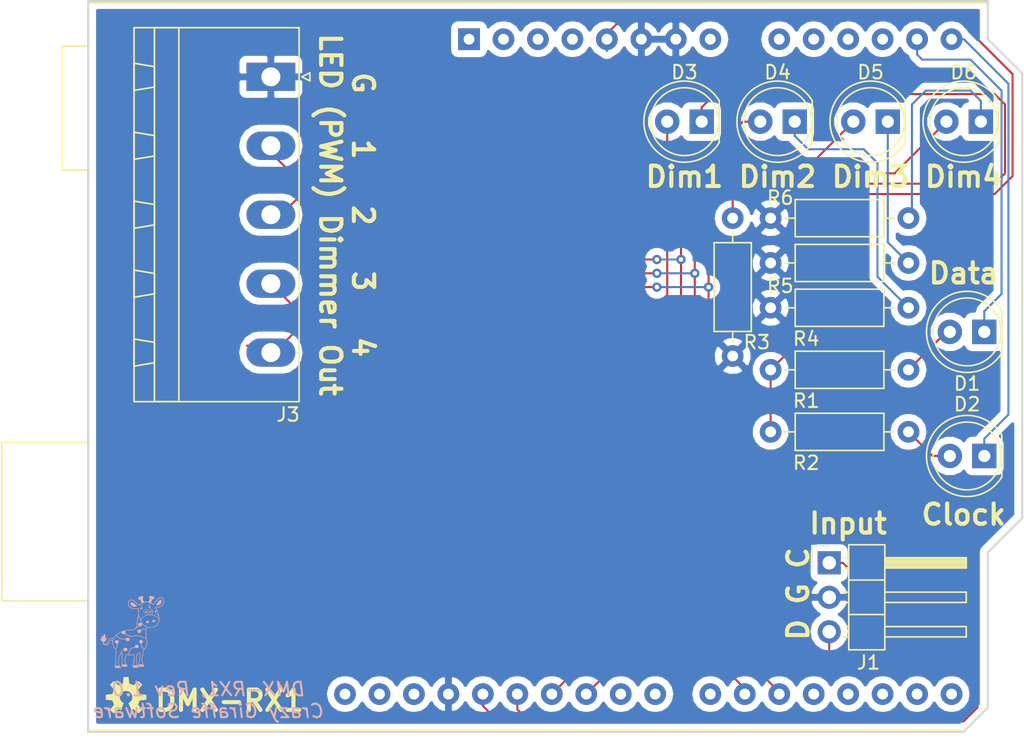
<source format=kicad_pcb>
(kicad_pcb (version 20171130) (host pcbnew "(5.0.0)")

  (general
    (thickness 1.6)
    (drawings 20)
    (tracks 136)
    (zones 0)
    (modules 17)
    (nets 37)
  )

  (page A4)
  (title_block
    (title "DMX Demonstrator - Receiver (DMX-RX1)")
    (date 2020-09-25)
    (rev 1.0)
    (company "Crazy Giraffe Software")
    (comment 2 "Designed by: SparkyBobo")
    (comment 3 https://creativecommons.org/licenses/by-sa/4.0/)
    (comment 4 "Released under the Creative Commons Attribution Share-Alike 4.0 License")
  )

  (layers
    (0 F.Cu signal)
    (31 B.Cu signal)
    (32 B.Adhes user)
    (33 F.Adhes user)
    (34 B.Paste user)
    (35 F.Paste user)
    (36 B.SilkS user)
    (37 F.SilkS user)
    (38 B.Mask user)
    (39 F.Mask user)
    (40 Dwgs.User user)
    (41 Cmts.User user)
    (42 Eco1.User user)
    (43 Eco2.User user)
    (44 Edge.Cuts user)
    (45 Margin user)
    (46 B.CrtYd user)
    (47 F.CrtYd user)
    (48 B.Fab user)
    (49 F.Fab user)
  )

  (setup
    (last_trace_width 0.1524)
    (trace_clearance 0.1524)
    (zone_clearance 0.508)
    (zone_45_only no)
    (trace_min 0.1524)
    (segment_width 0.2)
    (edge_width 0.15)
    (via_size 0.6858)
    (via_drill 0.3302)
    (via_min_size 0.508)
    (via_min_drill 0.254)
    (uvia_size 0.6858)
    (uvia_drill 0.3302)
    (uvias_allowed no)
    (uvia_min_size 0.2)
    (uvia_min_drill 0.1)
    (pcb_text_width 0.3)
    (pcb_text_size 1.5 1.5)
    (mod_edge_width 0.15)
    (mod_text_size 1 1)
    (mod_text_width 0.15)
    (pad_size 1.524 1.524)
    (pad_drill 0.762)
    (pad_to_mask_clearance 0.2)
    (aux_axis_origin 0 0)
    (visible_elements 7FFFFFFF)
    (pcbplotparams
      (layerselection 0x010fc_ffffffff)
      (usegerberextensions false)
      (usegerberattributes false)
      (usegerberadvancedattributes false)
      (creategerberjobfile false)
      (excludeedgelayer true)
      (linewidth 0.100000)
      (plotframeref false)
      (viasonmask false)
      (mode 1)
      (useauxorigin false)
      (hpglpennumber 1)
      (hpglpenspeed 20)
      (hpglpendiameter 15.000000)
      (psnegative false)
      (psa4output false)
      (plotreference true)
      (plotvalue true)
      (plotinvisibletext false)
      (padsonsilk false)
      (subtractmaskfromsilk false)
      (outputformat 1)
      (mirror false)
      (drillshape 1)
      (scaleselection 1)
      (outputdirectory ""))
  )

  (net 0 "")
  (net 1 GND)
  (net 2 "Net-(D2-Pad2)")
  (net 3 +5V)
  (net 4 "Net-(D1-Pad2)")
  (net 5 "Net-(A1-Pad32)")
  (net 6 "Net-(A1-Pad31)")
  (net 7 "Net-(A1-Pad1)")
  (net 8 "Net-(A1-Pad2)")
  (net 9 "Net-(A1-Pad3)")
  (net 10 "Net-(A1-Pad4)")
  (net 11 "Net-(A1-Pad8)")
  (net 12 /RX)
  (net 13 "Net-(A1-Pad12)")
  (net 14 /RXCLK)
  (net 15 "Net-(A1-Pad30)")
  (net 16 "Net-(A1-Pad15)")
  (net 17 "Net-(A1-Pad16)")
  (net 18 "Net-(A1-Pad17)")
  (net 19 "Net-(A1-Pad18)")
  (net 20 "Net-(A1-Pad19)")
  (net 21 /~DIM3)
  (net 22 /~DIM2)
  (net 23 /~DIM1)
  (net 24 /~DIM0)
  (net 25 /~DATA)
  (net 26 /~CLOCK)
  (net 27 "Net-(A1-Pad22)")
  (net 28 "Net-(A1-Pad23)")
  (net 29 "Net-(A1-Pad24)")
  (net 30 "Net-(A1-Pad9)")
  (net 31 "Net-(A1-Pad10)")
  (net 32 "Net-(A1-Pad11)")
  (net 33 "Net-(D3-Pad1)")
  (net 34 "Net-(D4-Pad1)")
  (net 35 "Net-(D5-Pad1)")
  (net 36 "Net-(D6-Pad1)")

  (net_class Default "This is the default net class."
    (clearance 0.1524)
    (trace_width 0.1524)
    (via_dia 0.6858)
    (via_drill 0.3302)
    (uvia_dia 0.6858)
    (uvia_drill 0.3302)
    (diff_pair_gap 0.1524)
    (diff_pair_width 0.1524)
    (add_net +5V)
    (add_net /RX)
    (add_net /RXCLK)
    (add_net /~CLOCK)
    (add_net /~DATA)
    (add_net /~DIM0)
    (add_net /~DIM1)
    (add_net /~DIM2)
    (add_net /~DIM3)
    (add_net GND)
    (add_net "Net-(A1-Pad1)")
    (add_net "Net-(A1-Pad10)")
    (add_net "Net-(A1-Pad11)")
    (add_net "Net-(A1-Pad12)")
    (add_net "Net-(A1-Pad15)")
    (add_net "Net-(A1-Pad16)")
    (add_net "Net-(A1-Pad17)")
    (add_net "Net-(A1-Pad18)")
    (add_net "Net-(A1-Pad19)")
    (add_net "Net-(A1-Pad2)")
    (add_net "Net-(A1-Pad22)")
    (add_net "Net-(A1-Pad23)")
    (add_net "Net-(A1-Pad24)")
    (add_net "Net-(A1-Pad3)")
    (add_net "Net-(A1-Pad30)")
    (add_net "Net-(A1-Pad31)")
    (add_net "Net-(A1-Pad32)")
    (add_net "Net-(A1-Pad4)")
    (add_net "Net-(A1-Pad8)")
    (add_net "Net-(A1-Pad9)")
    (add_net "Net-(D1-Pad2)")
    (add_net "Net-(D2-Pad2)")
    (add_net "Net-(D3-Pad1)")
    (add_net "Net-(D4-Pad1)")
    (add_net "Net-(D5-Pad1)")
    (add_net "Net-(D6-Pad1)")
  )

  (module LED_THT:LED_D5.0mm (layer F.Cu) (tedit 5995936A) (tstamp 5F42BC10)
    (at 163.068 72.39 180)
    (descr "LED, diameter 5.0mm, 2 pins, http://cdn-reichelt.de/documents/datenblatt/A500/LL-504BC2E-009.pdf")
    (tags "LED diameter 5.0mm 2 pins")
    (path /5F3BFD29)
    (fp_text reference D4 (at 1.27 3.64 180) (layer F.SilkS)
      (effects (font (size 1 1) (thickness 0.15)))
    )
    (fp_text value DIM1 (at 1.27 3.96 180) (layer F.Fab)
      (effects (font (size 1 1) (thickness 0.15)))
    )
    (fp_text user %R (at 1.25 0 180) (layer F.Fab)
      (effects (font (size 0.8 0.8) (thickness 0.2)))
    )
    (fp_line (start 4.5 -3.25) (end -1.95 -3.25) (layer F.CrtYd) (width 0.05))
    (fp_line (start 4.5 3.25) (end 4.5 -3.25) (layer F.CrtYd) (width 0.05))
    (fp_line (start -1.95 3.25) (end 4.5 3.25) (layer F.CrtYd) (width 0.05))
    (fp_line (start -1.95 -3.25) (end -1.95 3.25) (layer F.CrtYd) (width 0.05))
    (fp_line (start -1.29 -1.545) (end -1.29 1.545) (layer F.SilkS) (width 0.12))
    (fp_line (start -1.23 -1.469694) (end -1.23 1.469694) (layer F.Fab) (width 0.1))
    (fp_circle (center 1.27 0) (end 3.77 0) (layer F.SilkS) (width 0.12))
    (fp_circle (center 1.27 0) (end 3.77 0) (layer F.Fab) (width 0.1))
    (fp_arc (start 1.27 0) (end -1.29 1.54483) (angle -148.9) (layer F.SilkS) (width 0.12))
    (fp_arc (start 1.27 0) (end -1.29 -1.54483) (angle 148.9) (layer F.SilkS) (width 0.12))
    (fp_arc (start 1.27 0) (end -1.23 -1.469694) (angle 299.1) (layer F.Fab) (width 0.1))
    (pad 2 thru_hole circle (at 2.54 0 180) (size 1.8 1.8) (drill 0.9) (layers *.Cu *.Mask)
      (net 23 /~DIM1))
    (pad 1 thru_hole rect (at 0 0 180) (size 1.8 1.8) (drill 0.9) (layers *.Cu *.Mask)
      (net 34 "Net-(D4-Pad1)"))
    (model ${KISYS3DMOD}/LED_THT.3dshapes/LED_D5.0mm.wrl
      (at (xyz 0 0 0))
      (scale (xyz 1 1 1))
      (rotate (xyz 0 0 0))
    )
  )

  (module Module:Arduino_UNO_R3 (layer F.Cu) (tedit 5F34977C) (tstamp 5F429C0D)
    (at 139.065001 66.315001)
    (descr "Arduino UNO R3, http://www.mouser.com/pdfdocs/Gravitech_Arduino_Nano3_0.pdf")
    (tags "Arduino UNO R3")
    (path /5F3035A0)
    (fp_text reference A1 (at 1.27 -3.81 180) (layer F.SilkS) hide
      (effects (font (size 1 1) (thickness 0.15)))
    )
    (fp_text value Arduino_UNO_R3 (at 0 22.86) (layer F.Fab)
      (effects (font (size 1 1) (thickness 0.15)))
    )
    (fp_text user %R (at 0 20.32 180) (layer F.Fab)
      (effects (font (size 1 1) (thickness 0.15)))
    )
    (fp_line (start 38.35 -2.79) (end 38.35 0) (layer F.CrtYd) (width 0.05))
    (fp_line (start 38.35 0) (end 40.89 2.54) (layer F.CrtYd) (width 0.05))
    (fp_line (start 40.89 2.54) (end 40.89 35.31) (layer F.CrtYd) (width 0.05))
    (fp_line (start 40.89 35.31) (end 38.35 37.85) (layer F.CrtYd) (width 0.05))
    (fp_line (start 38.35 37.85) (end 38.35 49.28) (layer F.CrtYd) (width 0.05))
    (fp_line (start 38.35 49.28) (end 36.58 51.05) (layer F.CrtYd) (width 0.05))
    (fp_line (start 36.58 51.05) (end -28.19 51.05) (layer F.CrtYd) (width 0.05))
    (fp_line (start -28.19 51.05) (end -28.19 41.53) (layer F.CrtYd) (width 0.05))
    (fp_line (start -28.19 41.53) (end -34.54 41.53) (layer F.CrtYd) (width 0.05))
    (fp_line (start -34.54 41.53) (end -34.54 29.59) (layer F.CrtYd) (width 0.05))
    (fp_line (start -34.54 29.59) (end -28.19 29.59) (layer F.CrtYd) (width 0.05))
    (fp_line (start -28.19 29.59) (end -28.19 9.78) (layer F.CrtYd) (width 0.05))
    (fp_line (start -28.19 9.78) (end -30.1 9.78) (layer F.CrtYd) (width 0.05))
    (fp_line (start -30.1 9.78) (end -30.1 0.38) (layer F.CrtYd) (width 0.05))
    (fp_line (start -30.1 0.38) (end -28.19 0.38) (layer F.CrtYd) (width 0.05))
    (fp_line (start -28.19 0.38) (end -28.19 -2.79) (layer F.CrtYd) (width 0.05))
    (fp_line (start -28.19 -2.79) (end 38.35 -2.79) (layer F.CrtYd) (width 0.05))
    (fp_line (start 40.77 35.31) (end 40.77 2.54) (layer F.SilkS) (width 0.12))
    (fp_line (start 40.77 2.54) (end 38.23 0) (layer F.SilkS) (width 0.12))
    (fp_line (start 38.23 0) (end 38.23 -2.67) (layer F.SilkS) (width 0.12))
    (fp_line (start 38.23 -2.67) (end -28.07 -2.67) (layer F.SilkS) (width 0.12))
    (fp_line (start -28.07 -2.67) (end -28.07 0.51) (layer F.SilkS) (width 0.12))
    (fp_line (start -28.07 0.51) (end -29.97 0.51) (layer F.SilkS) (width 0.12))
    (fp_line (start -29.97 0.51) (end -29.97 9.65) (layer F.SilkS) (width 0.12))
    (fp_line (start -29.97 9.65) (end -28.07 9.65) (layer F.SilkS) (width 0.12))
    (fp_line (start -28.07 9.65) (end -28.07 29.72) (layer F.SilkS) (width 0.12))
    (fp_line (start -28.07 29.72) (end -34.42 29.72) (layer F.SilkS) (width 0.12))
    (fp_line (start -34.42 29.72) (end -34.42 41.4) (layer F.SilkS) (width 0.12))
    (fp_line (start -34.42 41.4) (end -28.07 41.4) (layer F.SilkS) (width 0.12))
    (fp_line (start -28.07 41.4) (end -28.07 50.93) (layer F.SilkS) (width 0.12))
    (fp_line (start -28.07 50.93) (end 36.58 50.93) (layer F.SilkS) (width 0.12))
    (fp_line (start 36.58 50.93) (end 38.23 49.28) (layer F.SilkS) (width 0.12))
    (fp_line (start 38.23 49.28) (end 38.23 37.85) (layer F.SilkS) (width 0.12))
    (fp_line (start 38.23 37.85) (end 40.77 35.31) (layer F.SilkS) (width 0.12))
    (fp_line (start -34.29 29.84) (end -18.41 29.84) (layer F.Fab) (width 0.1))
    (fp_line (start -18.41 29.84) (end -18.41 41.27) (layer F.Fab) (width 0.1))
    (fp_line (start -18.41 41.27) (end -34.29 41.27) (layer F.Fab) (width 0.1))
    (fp_line (start -34.29 41.27) (end -34.29 29.84) (layer F.Fab) (width 0.1))
    (fp_line (start -29.84 0.64) (end -16.51 0.64) (layer F.Fab) (width 0.1))
    (fp_line (start -16.51 0.64) (end -16.51 9.53) (layer F.Fab) (width 0.1))
    (fp_line (start -16.51 9.53) (end -29.84 9.53) (layer F.Fab) (width 0.1))
    (fp_line (start -29.84 9.53) (end -29.84 0.64) (layer F.Fab) (width 0.1))
    (fp_line (start 38.1 37.85) (end 38.1 49.28) (layer F.Fab) (width 0.1))
    (fp_line (start 40.64 2.54) (end 40.64 35.31) (layer F.Fab) (width 0.1))
    (fp_line (start 40.64 35.31) (end 38.1 37.85) (layer F.Fab) (width 0.1))
    (fp_line (start 38.1 -2.54) (end 38.1 0) (layer F.Fab) (width 0.1))
    (fp_line (start 38.1 0) (end 40.64 2.54) (layer F.Fab) (width 0.1))
    (fp_line (start 38.1 49.28) (end 36.58 50.8) (layer F.Fab) (width 0.1))
    (fp_line (start 36.58 50.8) (end -27.94 50.8) (layer F.Fab) (width 0.1))
    (fp_line (start -27.94 50.8) (end -27.94 -2.54) (layer F.Fab) (width 0.1))
    (fp_line (start -27.94 -2.54) (end 38.1 -2.54) (layer F.Fab) (width 0.1))
    (pad 32 thru_hole oval (at -9.14 48.26 90) (size 1.6 1.6) (drill 0.8) (layers *.Cu *.Mask)
      (net 5 "Net-(A1-Pad32)"))
    (pad 31 thru_hole oval (at -6.6 48.26 90) (size 1.6 1.6) (drill 0.8) (layers *.Cu *.Mask)
      (net 6 "Net-(A1-Pad31)"))
    (pad 1 thru_hole rect (at 0 0 90) (size 1.6 1.6) (drill 0.8) (layers *.Cu *.Mask)
      (net 7 "Net-(A1-Pad1)"))
    (pad 17 thru_hole oval (at 30.48 48.26 90) (size 1.6 1.6) (drill 0.8) (layers *.Cu *.Mask)
      (net 18 "Net-(A1-Pad17)"))
    (pad 2 thru_hole oval (at 2.54 0 90) (size 1.6 1.6) (drill 0.8) (layers *.Cu *.Mask)
      (net 8 "Net-(A1-Pad2)"))
    (pad 18 thru_hole oval (at 27.94 48.26 90) (size 1.6 1.6) (drill 0.8) (layers *.Cu *.Mask)
      (net 19 "Net-(A1-Pad18)"))
    (pad 3 thru_hole oval (at 5.08 0 90) (size 1.6 1.6) (drill 0.8) (layers *.Cu *.Mask)
      (net 9 "Net-(A1-Pad3)"))
    (pad 19 thru_hole oval (at 25.4 48.26 90) (size 1.6 1.6) (drill 0.8) (layers *.Cu *.Mask)
      (net 20 "Net-(A1-Pad19)"))
    (pad 4 thru_hole oval (at 7.62 0 90) (size 1.6 1.6) (drill 0.8) (layers *.Cu *.Mask)
      (net 10 "Net-(A1-Pad4)"))
    (pad 20 thru_hole oval (at 22.86 48.26 90) (size 1.6 1.6) (drill 0.8) (layers *.Cu *.Mask)
      (net 21 /~DIM3))
    (pad 5 thru_hole oval (at 10.16 0 90) (size 1.6 1.6) (drill 0.8) (layers *.Cu *.Mask)
      (net 3 +5V))
    (pad 21 thru_hole oval (at 20.32 48.26 90) (size 1.6 1.6) (drill 0.8) (layers *.Cu *.Mask)
      (net 22 /~DIM2))
    (pad 6 thru_hole oval (at 12.7 0 90) (size 1.6 1.6) (drill 0.8) (layers *.Cu *.Mask)
      (net 1 GND))
    (pad 22 thru_hole oval (at 17.78 48.26 90) (size 1.6 1.6) (drill 0.8) (layers *.Cu *.Mask)
      (net 27 "Net-(A1-Pad22)"))
    (pad 7 thru_hole oval (at 15.24 0 90) (size 1.6 1.6) (drill 0.8) (layers *.Cu *.Mask)
      (net 1 GND))
    (pad 23 thru_hole oval (at 13.72 48.26 90) (size 1.6 1.6) (drill 0.8) (layers *.Cu *.Mask)
      (net 28 "Net-(A1-Pad23)"))
    (pad 8 thru_hole oval (at 17.78 0 90) (size 1.6 1.6) (drill 0.8) (layers *.Cu *.Mask)
      (net 11 "Net-(A1-Pad8)"))
    (pad 24 thru_hole oval (at 11.18 48.26 90) (size 1.6 1.6) (drill 0.8) (layers *.Cu *.Mask)
      (net 29 "Net-(A1-Pad24)"))
    (pad 9 thru_hole oval (at 22.86 0 90) (size 1.6 1.6) (drill 0.8) (layers *.Cu *.Mask)
      (net 30 "Net-(A1-Pad9)"))
    (pad 25 thru_hole oval (at 8.64 48.26 90) (size 1.6 1.6) (drill 0.8) (layers *.Cu *.Mask)
      (net 23 /~DIM1))
    (pad 10 thru_hole oval (at 25.4 0 90) (size 1.6 1.6) (drill 0.8) (layers *.Cu *.Mask)
      (net 31 "Net-(A1-Pad10)"))
    (pad 26 thru_hole oval (at 6.1 48.26 90) (size 1.6 1.6) (drill 0.8) (layers *.Cu *.Mask)
      (net 24 /~DIM0))
    (pad 11 thru_hole oval (at 27.94 0 90) (size 1.6 1.6) (drill 0.8) (layers *.Cu *.Mask)
      (net 32 "Net-(A1-Pad11)"))
    (pad 27 thru_hole oval (at 3.56 48.26 90) (size 1.6 1.6) (drill 0.8) (layers *.Cu *.Mask)
      (net 12 /RX))
    (pad 12 thru_hole oval (at 30.48 0 90) (size 1.6 1.6) (drill 0.8) (layers *.Cu *.Mask)
      (net 13 "Net-(A1-Pad12)"))
    (pad 28 thru_hole oval (at 1.02 48.26 90) (size 1.6 1.6) (drill 0.8) (layers *.Cu *.Mask)
      (net 14 /RXCLK))
    (pad 13 thru_hole oval (at 33.02 0 90) (size 1.6 1.6) (drill 0.8) (layers *.Cu *.Mask)
      (net 25 /~DATA))
    (pad 29 thru_hole oval (at -1.52 48.26 90) (size 1.6 1.6) (drill 0.8) (layers *.Cu *.Mask)
      (net 1 GND))
    (pad 14 thru_hole oval (at 35.56 0 90) (size 1.6 1.6) (drill 0.8) (layers *.Cu *.Mask)
      (net 26 /~CLOCK))
    (pad 30 thru_hole oval (at -4.06 48.26 90) (size 1.6 1.6) (drill 0.8) (layers *.Cu *.Mask)
      (net 15 "Net-(A1-Pad30)"))
    (pad 15 thru_hole oval (at 35.56 48.26 90) (size 1.6 1.6) (drill 0.8) (layers *.Cu *.Mask)
      (net 16 "Net-(A1-Pad15)"))
    (pad 16 thru_hole oval (at 33.02 48.26 90) (size 1.6 1.6) (drill 0.8) (layers *.Cu *.Mask)
      (net 17 "Net-(A1-Pad16)"))
    (model ${KISYS3DMOD}/Module.3dshapes/Arduino_UNO_R3.wrl
      (at (xyz 0 0 0))
      (scale (xyz 1 1 1))
      (rotate (xyz 0 0 0))
    )
  )

  (module Resistor_THT:R_Axial_DIN0207_L6.3mm_D2.5mm_P10.16mm_Horizontal (layer F.Cu) (tedit 5AE5139B) (tstamp 5F69AA91)
    (at 161.29 86.106)
    (descr "Resistor, Axial_DIN0207 series, Axial, Horizontal, pin pitch=10.16mm, 0.25W = 1/4W, length*diameter=6.3*2.5mm^2, http://cdn-reichelt.de/documents/datenblatt/B400/1_4W%23YAG.pdf")
    (tags "Resistor Axial_DIN0207 series Axial Horizontal pin pitch 10.16mm 0.25W = 1/4W length 6.3mm diameter 2.5mm")
    (path /5F3BFD2F)
    (fp_text reference R4 (at 2.62 2.286) (layer F.SilkS)
      (effects (font (size 1 1) (thickness 0.15)))
    )
    (fp_text value 330 (at 5.08 2.37) (layer F.Fab)
      (effects (font (size 1 1) (thickness 0.15)))
    )
    (fp_text user %R (at 5.08 0) (layer F.Fab)
      (effects (font (size 1 1) (thickness 0.15)))
    )
    (fp_line (start 11.21 -1.5) (end -1.05 -1.5) (layer F.CrtYd) (width 0.05))
    (fp_line (start 11.21 1.5) (end 11.21 -1.5) (layer F.CrtYd) (width 0.05))
    (fp_line (start -1.05 1.5) (end 11.21 1.5) (layer F.CrtYd) (width 0.05))
    (fp_line (start -1.05 -1.5) (end -1.05 1.5) (layer F.CrtYd) (width 0.05))
    (fp_line (start 9.12 0) (end 8.35 0) (layer F.SilkS) (width 0.12))
    (fp_line (start 1.04 0) (end 1.81 0) (layer F.SilkS) (width 0.12))
    (fp_line (start 8.35 -1.37) (end 1.81 -1.37) (layer F.SilkS) (width 0.12))
    (fp_line (start 8.35 1.37) (end 8.35 -1.37) (layer F.SilkS) (width 0.12))
    (fp_line (start 1.81 1.37) (end 8.35 1.37) (layer F.SilkS) (width 0.12))
    (fp_line (start 1.81 -1.37) (end 1.81 1.37) (layer F.SilkS) (width 0.12))
    (fp_line (start 10.16 0) (end 8.23 0) (layer F.Fab) (width 0.1))
    (fp_line (start 0 0) (end 1.93 0) (layer F.Fab) (width 0.1))
    (fp_line (start 8.23 -1.25) (end 1.93 -1.25) (layer F.Fab) (width 0.1))
    (fp_line (start 8.23 1.25) (end 8.23 -1.25) (layer F.Fab) (width 0.1))
    (fp_line (start 1.93 1.25) (end 8.23 1.25) (layer F.Fab) (width 0.1))
    (fp_line (start 1.93 -1.25) (end 1.93 1.25) (layer F.Fab) (width 0.1))
    (pad 2 thru_hole oval (at 10.16 0) (size 1.6 1.6) (drill 0.8) (layers *.Cu *.Mask)
      (net 34 "Net-(D4-Pad1)"))
    (pad 1 thru_hole circle (at 0 0) (size 1.6 1.6) (drill 0.8) (layers *.Cu *.Mask)
      (net 1 GND))
    (model ${KISYS3DMOD}/Resistor_THT.3dshapes/R_Axial_DIN0207_L6.3mm_D2.5mm_P10.16mm_Horizontal.wrl
      (at (xyz 0 0 0))
      (scale (xyz 1 1 1))
      (rotate (xyz 0 0 0))
    )
  )

  (module Resistor_THT:R_Axial_DIN0207_L6.3mm_D2.5mm_P10.16mm_Horizontal (layer F.Cu) (tedit 5AE5139B) (tstamp 5F69AA7B)
    (at 161.29 82.804)
    (descr "Resistor, Axial_DIN0207 series, Axial, Horizontal, pin pitch=10.16mm, 0.25W = 1/4W, length*diameter=6.3*2.5mm^2, http://cdn-reichelt.de/documents/datenblatt/B400/1_4W%23YAG.pdf")
    (tags "Resistor Axial_DIN0207 series Axial Horizontal pin pitch 10.16mm 0.25W = 1/4W length 6.3mm diameter 2.5mm")
    (path /5F3C1D1C)
    (fp_text reference R5 (at 0.71 1.696) (layer F.SilkS)
      (effects (font (size 1 1) (thickness 0.15)))
    )
    (fp_text value 330 (at 5.08 2.37) (layer F.Fab)
      (effects (font (size 1 1) (thickness 0.15)))
    )
    (fp_line (start 1.93 -1.25) (end 1.93 1.25) (layer F.Fab) (width 0.1))
    (fp_line (start 1.93 1.25) (end 8.23 1.25) (layer F.Fab) (width 0.1))
    (fp_line (start 8.23 1.25) (end 8.23 -1.25) (layer F.Fab) (width 0.1))
    (fp_line (start 8.23 -1.25) (end 1.93 -1.25) (layer F.Fab) (width 0.1))
    (fp_line (start 0 0) (end 1.93 0) (layer F.Fab) (width 0.1))
    (fp_line (start 10.16 0) (end 8.23 0) (layer F.Fab) (width 0.1))
    (fp_line (start 1.81 -1.37) (end 1.81 1.37) (layer F.SilkS) (width 0.12))
    (fp_line (start 1.81 1.37) (end 8.35 1.37) (layer F.SilkS) (width 0.12))
    (fp_line (start 8.35 1.37) (end 8.35 -1.37) (layer F.SilkS) (width 0.12))
    (fp_line (start 8.35 -1.37) (end 1.81 -1.37) (layer F.SilkS) (width 0.12))
    (fp_line (start 1.04 0) (end 1.81 0) (layer F.SilkS) (width 0.12))
    (fp_line (start 9.12 0) (end 8.35 0) (layer F.SilkS) (width 0.12))
    (fp_line (start -1.05 -1.5) (end -1.05 1.5) (layer F.CrtYd) (width 0.05))
    (fp_line (start -1.05 1.5) (end 11.21 1.5) (layer F.CrtYd) (width 0.05))
    (fp_line (start 11.21 1.5) (end 11.21 -1.5) (layer F.CrtYd) (width 0.05))
    (fp_line (start 11.21 -1.5) (end -1.05 -1.5) (layer F.CrtYd) (width 0.05))
    (fp_text user %R (at 5.08 0) (layer F.Fab)
      (effects (font (size 1 1) (thickness 0.15)))
    )
    (pad 1 thru_hole circle (at 0 0) (size 1.6 1.6) (drill 0.8) (layers *.Cu *.Mask)
      (net 1 GND))
    (pad 2 thru_hole oval (at 10.16 0) (size 1.6 1.6) (drill 0.8) (layers *.Cu *.Mask)
      (net 35 "Net-(D5-Pad1)"))
    (model ${KISYS3DMOD}/Resistor_THT.3dshapes/R_Axial_DIN0207_L6.3mm_D2.5mm_P10.16mm_Horizontal.wrl
      (at (xyz 0 0 0))
      (scale (xyz 1 1 1))
      (rotate (xyz 0 0 0))
    )
  )

  (module Resistor_THT:R_Axial_DIN0207_L6.3mm_D2.5mm_P10.16mm_Horizontal (layer F.Cu) (tedit 5AE5139B) (tstamp 5F69AA4F)
    (at 161.29 79.502)
    (descr "Resistor, Axial_DIN0207 series, Axial, Horizontal, pin pitch=10.16mm, 0.25W = 1/4W, length*diameter=6.3*2.5mm^2, http://cdn-reichelt.de/documents/datenblatt/B400/1_4W%23YAG.pdf")
    (tags "Resistor Axial_DIN0207 series Axial Horizontal pin pitch 10.16mm 0.25W = 1/4W length 6.3mm diameter 2.5mm")
    (path /5F3C1D28)
    (fp_text reference R6 (at 0.71 -1.502) (layer F.SilkS)
      (effects (font (size 1 1) (thickness 0.15)))
    )
    (fp_text value 330 (at 5.08 2.37) (layer F.Fab)
      (effects (font (size 1 1) (thickness 0.15)))
    )
    (fp_line (start 1.93 -1.25) (end 1.93 1.25) (layer F.Fab) (width 0.1))
    (fp_line (start 1.93 1.25) (end 8.23 1.25) (layer F.Fab) (width 0.1))
    (fp_line (start 8.23 1.25) (end 8.23 -1.25) (layer F.Fab) (width 0.1))
    (fp_line (start 8.23 -1.25) (end 1.93 -1.25) (layer F.Fab) (width 0.1))
    (fp_line (start 0 0) (end 1.93 0) (layer F.Fab) (width 0.1))
    (fp_line (start 10.16 0) (end 8.23 0) (layer F.Fab) (width 0.1))
    (fp_line (start 1.81 -1.37) (end 1.81 1.37) (layer F.SilkS) (width 0.12))
    (fp_line (start 1.81 1.37) (end 8.35 1.37) (layer F.SilkS) (width 0.12))
    (fp_line (start 8.35 1.37) (end 8.35 -1.37) (layer F.SilkS) (width 0.12))
    (fp_line (start 8.35 -1.37) (end 1.81 -1.37) (layer F.SilkS) (width 0.12))
    (fp_line (start 1.04 0) (end 1.81 0) (layer F.SilkS) (width 0.12))
    (fp_line (start 9.12 0) (end 8.35 0) (layer F.SilkS) (width 0.12))
    (fp_line (start -1.05 -1.5) (end -1.05 1.5) (layer F.CrtYd) (width 0.05))
    (fp_line (start -1.05 1.5) (end 11.21 1.5) (layer F.CrtYd) (width 0.05))
    (fp_line (start 11.21 1.5) (end 11.21 -1.5) (layer F.CrtYd) (width 0.05))
    (fp_line (start 11.21 -1.5) (end -1.05 -1.5) (layer F.CrtYd) (width 0.05))
    (fp_text user %R (at 5.08 0) (layer F.Fab)
      (effects (font (size 1 1) (thickness 0.15)))
    )
    (pad 1 thru_hole circle (at 0 0) (size 1.6 1.6) (drill 0.8) (layers *.Cu *.Mask)
      (net 1 GND))
    (pad 2 thru_hole oval (at 10.16 0) (size 1.6 1.6) (drill 0.8) (layers *.Cu *.Mask)
      (net 36 "Net-(D6-Pad1)"))
    (model ${KISYS3DMOD}/Resistor_THT.3dshapes/R_Axial_DIN0207_L6.3mm_D2.5mm_P10.16mm_Horizontal.wrl
      (at (xyz 0 0 0))
      (scale (xyz 1 1 1))
      (rotate (xyz 0 0 0))
    )
  )

  (module Resistor_THT:R_Axial_DIN0207_L6.3mm_D2.5mm_P10.16mm_Horizontal (layer F.Cu) (tedit 5AE5139B) (tstamp 5F69AA39)
    (at 161.29 90.678)
    (descr "Resistor, Axial_DIN0207 series, Axial, Horizontal, pin pitch=10.16mm, 0.25W = 1/4W, length*diameter=6.3*2.5mm^2, http://cdn-reichelt.de/documents/datenblatt/B400/1_4W%23YAG.pdf")
    (tags "Resistor Axial_DIN0207 series Axial Horizontal pin pitch 10.16mm 0.25W = 1/4W length 6.3mm diameter 2.5mm")
    (path /5F3040DD)
    (fp_text reference R1 (at 2.62 2.286) (layer F.SilkS)
      (effects (font (size 1 1) (thickness 0.15)))
    )
    (fp_text value 330 (at 5.08 2.37) (layer F.Fab)
      (effects (font (size 1 1) (thickness 0.15)))
    )
    (fp_text user %R (at 5.08 0) (layer F.Fab)
      (effects (font (size 1 1) (thickness 0.15)))
    )
    (fp_line (start 11.21 -1.5) (end -1.05 -1.5) (layer F.CrtYd) (width 0.05))
    (fp_line (start 11.21 1.5) (end 11.21 -1.5) (layer F.CrtYd) (width 0.05))
    (fp_line (start -1.05 1.5) (end 11.21 1.5) (layer F.CrtYd) (width 0.05))
    (fp_line (start -1.05 -1.5) (end -1.05 1.5) (layer F.CrtYd) (width 0.05))
    (fp_line (start 9.12 0) (end 8.35 0) (layer F.SilkS) (width 0.12))
    (fp_line (start 1.04 0) (end 1.81 0) (layer F.SilkS) (width 0.12))
    (fp_line (start 8.35 -1.37) (end 1.81 -1.37) (layer F.SilkS) (width 0.12))
    (fp_line (start 8.35 1.37) (end 8.35 -1.37) (layer F.SilkS) (width 0.12))
    (fp_line (start 1.81 1.37) (end 8.35 1.37) (layer F.SilkS) (width 0.12))
    (fp_line (start 1.81 -1.37) (end 1.81 1.37) (layer F.SilkS) (width 0.12))
    (fp_line (start 10.16 0) (end 8.23 0) (layer F.Fab) (width 0.1))
    (fp_line (start 0 0) (end 1.93 0) (layer F.Fab) (width 0.1))
    (fp_line (start 8.23 -1.25) (end 1.93 -1.25) (layer F.Fab) (width 0.1))
    (fp_line (start 8.23 1.25) (end 8.23 -1.25) (layer F.Fab) (width 0.1))
    (fp_line (start 1.93 1.25) (end 8.23 1.25) (layer F.Fab) (width 0.1))
    (fp_line (start 1.93 -1.25) (end 1.93 1.25) (layer F.Fab) (width 0.1))
    (pad 2 thru_hole oval (at 10.16 0) (size 1.6 1.6) (drill 0.8) (layers *.Cu *.Mask)
      (net 4 "Net-(D1-Pad2)"))
    (pad 1 thru_hole circle (at 0 0) (size 1.6 1.6) (drill 0.8) (layers *.Cu *.Mask)
      (net 3 +5V))
    (model ${KISYS3DMOD}/Resistor_THT.3dshapes/R_Axial_DIN0207_L6.3mm_D2.5mm_P10.16mm_Horizontal.wrl
      (at (xyz 0 0 0))
      (scale (xyz 1 1 1))
      (rotate (xyz 0 0 0))
    )
  )

  (module Resistor_THT:R_Axial_DIN0207_L6.3mm_D2.5mm_P10.16mm_Horizontal (layer F.Cu) (tedit 5AE5139B) (tstamp 5F69AA23)
    (at 161.29 95.25)
    (descr "Resistor, Axial_DIN0207 series, Axial, Horizontal, pin pitch=10.16mm, 0.25W = 1/4W, length*diameter=6.3*2.5mm^2, http://cdn-reichelt.de/documents/datenblatt/B400/1_4W%23YAG.pdf")
    (tags "Resistor Axial_DIN0207 series Axial Horizontal pin pitch 10.16mm 0.25W = 1/4W length 6.3mm diameter 2.5mm")
    (path /5F3048F0)
    (fp_text reference R2 (at 2.62 2.286) (layer F.SilkS)
      (effects (font (size 1 1) (thickness 0.15)))
    )
    (fp_text value 330 (at 5.08 2.37) (layer F.Fab)
      (effects (font (size 1 1) (thickness 0.15)))
    )
    (fp_line (start 1.93 -1.25) (end 1.93 1.25) (layer F.Fab) (width 0.1))
    (fp_line (start 1.93 1.25) (end 8.23 1.25) (layer F.Fab) (width 0.1))
    (fp_line (start 8.23 1.25) (end 8.23 -1.25) (layer F.Fab) (width 0.1))
    (fp_line (start 8.23 -1.25) (end 1.93 -1.25) (layer F.Fab) (width 0.1))
    (fp_line (start 0 0) (end 1.93 0) (layer F.Fab) (width 0.1))
    (fp_line (start 10.16 0) (end 8.23 0) (layer F.Fab) (width 0.1))
    (fp_line (start 1.81 -1.37) (end 1.81 1.37) (layer F.SilkS) (width 0.12))
    (fp_line (start 1.81 1.37) (end 8.35 1.37) (layer F.SilkS) (width 0.12))
    (fp_line (start 8.35 1.37) (end 8.35 -1.37) (layer F.SilkS) (width 0.12))
    (fp_line (start 8.35 -1.37) (end 1.81 -1.37) (layer F.SilkS) (width 0.12))
    (fp_line (start 1.04 0) (end 1.81 0) (layer F.SilkS) (width 0.12))
    (fp_line (start 9.12 0) (end 8.35 0) (layer F.SilkS) (width 0.12))
    (fp_line (start -1.05 -1.5) (end -1.05 1.5) (layer F.CrtYd) (width 0.05))
    (fp_line (start -1.05 1.5) (end 11.21 1.5) (layer F.CrtYd) (width 0.05))
    (fp_line (start 11.21 1.5) (end 11.21 -1.5) (layer F.CrtYd) (width 0.05))
    (fp_line (start 11.21 -1.5) (end -1.05 -1.5) (layer F.CrtYd) (width 0.05))
    (fp_text user %R (at 5.08 0) (layer F.Fab)
      (effects (font (size 1 1) (thickness 0.15)))
    )
    (pad 1 thru_hole circle (at 0 0) (size 1.6 1.6) (drill 0.8) (layers *.Cu *.Mask)
      (net 3 +5V))
    (pad 2 thru_hole oval (at 10.16 0) (size 1.6 1.6) (drill 0.8) (layers *.Cu *.Mask)
      (net 2 "Net-(D2-Pad2)"))
    (model ${KISYS3DMOD}/Resistor_THT.3dshapes/R_Axial_DIN0207_L6.3mm_D2.5mm_P10.16mm_Horizontal.wrl
      (at (xyz 0 0 0))
      (scale (xyz 1 1 1))
      (rotate (xyz 0 0 0))
    )
  )

  (module Resistor_THT:R_Axial_DIN0207_L6.3mm_D2.5mm_P10.16mm_Horizontal (layer F.Cu) (tedit 5AE5139B) (tstamp 5F69B0FD)
    (at 158.496 89.662 90)
    (descr "Resistor, Axial_DIN0207 series, Axial, Horizontal, pin pitch=10.16mm, 0.25W = 1/4W, length*diameter=6.3*2.5mm^2, http://cdn-reichelt.de/documents/datenblatt/B400/1_4W%23YAG.pdf")
    (tags "Resistor Axial_DIN0207 series Axial Horizontal pin pitch 10.16mm 0.25W = 1/4W length 6.3mm diameter 2.5mm")
    (path /5F3BECD4)
    (fp_text reference R3 (at 1.016 1.778 180) (layer F.SilkS)
      (effects (font (size 1 1) (thickness 0.15)))
    )
    (fp_text value 330 (at 5.08 2.37 90) (layer F.Fab)
      (effects (font (size 1 1) (thickness 0.15)))
    )
    (fp_text user %R (at 5.08 0 90) (layer F.Fab)
      (effects (font (size 1 1) (thickness 0.15)))
    )
    (fp_line (start 11.21 -1.5) (end -1.05 -1.5) (layer F.CrtYd) (width 0.05))
    (fp_line (start 11.21 1.5) (end 11.21 -1.5) (layer F.CrtYd) (width 0.05))
    (fp_line (start -1.05 1.5) (end 11.21 1.5) (layer F.CrtYd) (width 0.05))
    (fp_line (start -1.05 -1.5) (end -1.05 1.5) (layer F.CrtYd) (width 0.05))
    (fp_line (start 9.12 0) (end 8.35 0) (layer F.SilkS) (width 0.12))
    (fp_line (start 1.04 0) (end 1.81 0) (layer F.SilkS) (width 0.12))
    (fp_line (start 8.35 -1.37) (end 1.81 -1.37) (layer F.SilkS) (width 0.12))
    (fp_line (start 8.35 1.37) (end 8.35 -1.37) (layer F.SilkS) (width 0.12))
    (fp_line (start 1.81 1.37) (end 8.35 1.37) (layer F.SilkS) (width 0.12))
    (fp_line (start 1.81 -1.37) (end 1.81 1.37) (layer F.SilkS) (width 0.12))
    (fp_line (start 10.16 0) (end 8.23 0) (layer F.Fab) (width 0.1))
    (fp_line (start 0 0) (end 1.93 0) (layer F.Fab) (width 0.1))
    (fp_line (start 8.23 -1.25) (end 1.93 -1.25) (layer F.Fab) (width 0.1))
    (fp_line (start 8.23 1.25) (end 8.23 -1.25) (layer F.Fab) (width 0.1))
    (fp_line (start 1.93 1.25) (end 8.23 1.25) (layer F.Fab) (width 0.1))
    (fp_line (start 1.93 -1.25) (end 1.93 1.25) (layer F.Fab) (width 0.1))
    (pad 2 thru_hole oval (at 10.16 0 90) (size 1.6 1.6) (drill 0.8) (layers *.Cu *.Mask)
      (net 33 "Net-(D3-Pad1)"))
    (pad 1 thru_hole circle (at 0 0 90) (size 1.6 1.6) (drill 0.8) (layers *.Cu *.Mask)
      (net 1 GND))
    (model ${KISYS3DMOD}/Resistor_THT.3dshapes/R_Axial_DIN0207_L6.3mm_D2.5mm_P10.16mm_Horizontal.wrl
      (at (xyz 0 0 0))
      (scale (xyz 1 1 1))
      (rotate (xyz 0 0 0))
    )
  )

  (module LED_THT:LED_D5.0mm (layer F.Cu) (tedit 5995936A) (tstamp 5F4183BE)
    (at 177.038 97.028 180)
    (descr "LED, diameter 5.0mm, 2 pins, http://cdn-reichelt.de/documents/datenblatt/A500/LL-504BC2E-009.pdf")
    (tags "LED diameter 5.0mm 2 pins")
    (path /5F3048EA)
    (fp_text reference D2 (at 1.27 3.81 180) (layer F.SilkS)
      (effects (font (size 1 1) (thickness 0.15)))
    )
    (fp_text value CLOCK (at 1.27 3.96 180) (layer F.Fab)
      (effects (font (size 1 1) (thickness 0.15)))
    )
    (fp_arc (start 1.27 0) (end -1.23 -1.469694) (angle 299.1) (layer F.Fab) (width 0.1))
    (fp_arc (start 1.27 0) (end -1.29 -1.54483) (angle 148.9) (layer F.SilkS) (width 0.12))
    (fp_arc (start 1.27 0) (end -1.29 1.54483) (angle -148.9) (layer F.SilkS) (width 0.12))
    (fp_circle (center 1.27 0) (end 3.77 0) (layer F.Fab) (width 0.1))
    (fp_circle (center 1.27 0) (end 3.77 0) (layer F.SilkS) (width 0.12))
    (fp_line (start -1.23 -1.469694) (end -1.23 1.469694) (layer F.Fab) (width 0.1))
    (fp_line (start -1.29 -1.545) (end -1.29 1.545) (layer F.SilkS) (width 0.12))
    (fp_line (start -1.95 -3.25) (end -1.95 3.25) (layer F.CrtYd) (width 0.05))
    (fp_line (start -1.95 3.25) (end 4.5 3.25) (layer F.CrtYd) (width 0.05))
    (fp_line (start 4.5 3.25) (end 4.5 -3.25) (layer F.CrtYd) (width 0.05))
    (fp_line (start 4.5 -3.25) (end -1.95 -3.25) (layer F.CrtYd) (width 0.05))
    (fp_text user %R (at 1.25 0 180) (layer F.Fab)
      (effects (font (size 0.8 0.8) (thickness 0.2)))
    )
    (pad 1 thru_hole rect (at 0 0 180) (size 1.8 1.8) (drill 0.9) (layers *.Cu *.Mask)
      (net 26 /~CLOCK))
    (pad 2 thru_hole circle (at 2.54 0 180) (size 1.8 1.8) (drill 0.9) (layers *.Cu *.Mask)
      (net 2 "Net-(D2-Pad2)"))
    (model ${KISYS3DMOD}/LED_THT.3dshapes/LED_D5.0mm.wrl
      (at (xyz 0 0 0))
      (scale (xyz 1 1 1))
      (rotate (xyz 0 0 0))
    )
  )

  (module Connector_Phoenix_MSTB:PhoenixContact_MSTBA_2,5_5-G-5,08_1x05_P5.08mm_Horizontal (layer F.Cu) (tedit 5A00FA1E) (tstamp 5F429D65)
    (at 124.46 69.088 270)
    (descr "Generic Phoenix Contact connector footprint for: MSTBA_2,5/5-G-5,08; number of pins: 05; pin pitch: 5.08mm; Angled || order number: 1757271 12A || order number: 1923898 16A (HC)")
    (tags "phoenix_contact connector MSTBA_01x05_G_5.08mm")
    (path /5F42826E)
    (fp_text reference J3 (at 24.892 -1.27) (layer F.SilkS)
      (effects (font (size 1 1) (thickness 0.15)))
    )
    (fp_text value LED_B (at 10.16 11 270) (layer F.Fab)
      (effects (font (size 1 1) (thickness 0.15)))
    )
    (fp_line (start -3.62 -2.08) (end -3.62 10.08) (layer F.SilkS) (width 0.12))
    (fp_line (start -3.62 10.08) (end 23.94 10.08) (layer F.SilkS) (width 0.12))
    (fp_line (start 23.94 10.08) (end 23.94 -2.08) (layer F.SilkS) (width 0.12))
    (fp_line (start 23.94 -2.08) (end -3.62 -2.08) (layer F.SilkS) (width 0.12))
    (fp_line (start -3.54 -2) (end -3.54 10) (layer F.Fab) (width 0.1))
    (fp_line (start -3.54 10) (end 23.86 10) (layer F.Fab) (width 0.1))
    (fp_line (start 23.86 10) (end 23.86 -2) (layer F.Fab) (width 0.1))
    (fp_line (start 23.86 -2) (end -3.54 -2) (layer F.Fab) (width 0.1))
    (fp_line (start -3.62 8.58) (end -3.62 6.78) (layer F.SilkS) (width 0.12))
    (fp_line (start -3.62 6.78) (end 23.94 6.78) (layer F.SilkS) (width 0.12))
    (fp_line (start 23.94 6.78) (end 23.94 8.58) (layer F.SilkS) (width 0.12))
    (fp_line (start 23.94 8.58) (end -3.62 8.58) (layer F.SilkS) (width 0.12))
    (fp_line (start -1 10.08) (end 1 10.08) (layer F.SilkS) (width 0.12))
    (fp_line (start 1 10.08) (end 0.75 8.58) (layer F.SilkS) (width 0.12))
    (fp_line (start 0.75 8.58) (end -0.75 8.58) (layer F.SilkS) (width 0.12))
    (fp_line (start -0.75 8.58) (end -1 10.08) (layer F.SilkS) (width 0.12))
    (fp_line (start 4.08 10.08) (end 6.08 10.08) (layer F.SilkS) (width 0.12))
    (fp_line (start 6.08 10.08) (end 5.83 8.58) (layer F.SilkS) (width 0.12))
    (fp_line (start 5.83 8.58) (end 4.33 8.58) (layer F.SilkS) (width 0.12))
    (fp_line (start 4.33 8.58) (end 4.08 10.08) (layer F.SilkS) (width 0.12))
    (fp_line (start 9.16 10.08) (end 11.16 10.08) (layer F.SilkS) (width 0.12))
    (fp_line (start 11.16 10.08) (end 10.91 8.58) (layer F.SilkS) (width 0.12))
    (fp_line (start 10.91 8.58) (end 9.41 8.58) (layer F.SilkS) (width 0.12))
    (fp_line (start 9.41 8.58) (end 9.16 10.08) (layer F.SilkS) (width 0.12))
    (fp_line (start 14.24 10.08) (end 16.24 10.08) (layer F.SilkS) (width 0.12))
    (fp_line (start 16.24 10.08) (end 15.99 8.58) (layer F.SilkS) (width 0.12))
    (fp_line (start 15.99 8.58) (end 14.49 8.58) (layer F.SilkS) (width 0.12))
    (fp_line (start 14.49 8.58) (end 14.24 10.08) (layer F.SilkS) (width 0.12))
    (fp_line (start 19.32 10.08) (end 21.32 10.08) (layer F.SilkS) (width 0.12))
    (fp_line (start 21.32 10.08) (end 21.07 8.58) (layer F.SilkS) (width 0.12))
    (fp_line (start 21.07 8.58) (end 19.57 8.58) (layer F.SilkS) (width 0.12))
    (fp_line (start 19.57 8.58) (end 19.32 10.08) (layer F.SilkS) (width 0.12))
    (fp_line (start -4.04 -2.5) (end -4.04 10.5) (layer F.CrtYd) (width 0.05))
    (fp_line (start -4.04 10.5) (end 24.36 10.5) (layer F.CrtYd) (width 0.05))
    (fp_line (start 24.36 10.5) (end 24.36 -2.5) (layer F.CrtYd) (width 0.05))
    (fp_line (start 24.36 -2.5) (end -4.04 -2.5) (layer F.CrtYd) (width 0.05))
    (fp_line (start 0.3 -2.88) (end 0 -2.28) (layer F.SilkS) (width 0.12))
    (fp_line (start 0 -2.28) (end -0.3 -2.88) (layer F.SilkS) (width 0.12))
    (fp_line (start -0.3 -2.88) (end 0.3 -2.88) (layer F.SilkS) (width 0.12))
    (fp_line (start 0.95 -2) (end 0 -0.5) (layer F.Fab) (width 0.1))
    (fp_line (start 0 -0.5) (end -0.95 -2) (layer F.Fab) (width 0.1))
    (fp_text user %R (at 10.16 3 270) (layer F.Fab)
      (effects (font (size 1 1) (thickness 0.15)))
    )
    (pad 1 thru_hole rect (at 0 0 270) (size 2.08 3.6) (drill 1.4) (layers *.Cu *.Mask)
      (net 1 GND))
    (pad 2 thru_hole oval (at 5.08 0 270) (size 2.08 3.6) (drill 1.4) (layers *.Cu *.Mask)
      (net 24 /~DIM0))
    (pad 3 thru_hole oval (at 10.16 0 270) (size 2.08 3.6) (drill 1.4) (layers *.Cu *.Mask)
      (net 23 /~DIM1))
    (pad 4 thru_hole oval (at 15.24 0 270) (size 2.08 3.6) (drill 1.4) (layers *.Cu *.Mask)
      (net 22 /~DIM2))
    (pad 5 thru_hole oval (at 20.32 0 270) (size 2.08 3.6) (drill 1.4) (layers *.Cu *.Mask)
      (net 21 /~DIM3))
    (model ${KISYS3DMOD}/Connector_Phoenix_MSTB.3dshapes/PhoenixContact_MSTBA_2,5_5-G-5,08_1x05_P5.08mm_Horizontal.wrl
      (at (xyz 0 0 0))
      (scale (xyz 1 1 1))
      (rotate (xyz 0 0 0))
    )
  )

  (module Connector_PinHeader_2.54mm:PinHeader_1x03_P2.54mm_Horizontal (layer F.Cu) (tedit 59FED5CB) (tstamp 5F42A381)
    (at 165.608 104.902)
    (descr "Through hole angled pin header, 1x03, 2.54mm pitch, 6mm pin length, single row")
    (tags "Through hole angled pin header THT 1x03 2.54mm single row")
    (path /5F3037EB)
    (fp_text reference J1 (at 2.892 7.348) (layer F.SilkS)
      (effects (font (size 1 1) (thickness 0.15)))
    )
    (fp_text value Input (at 4.385 7.35) (layer F.Fab)
      (effects (font (size 1 1) (thickness 0.15)))
    )
    (fp_line (start 2.135 -1.27) (end 4.04 -1.27) (layer F.Fab) (width 0.1))
    (fp_line (start 4.04 -1.27) (end 4.04 6.35) (layer F.Fab) (width 0.1))
    (fp_line (start 4.04 6.35) (end 1.5 6.35) (layer F.Fab) (width 0.1))
    (fp_line (start 1.5 6.35) (end 1.5 -0.635) (layer F.Fab) (width 0.1))
    (fp_line (start 1.5 -0.635) (end 2.135 -1.27) (layer F.Fab) (width 0.1))
    (fp_line (start -0.32 -0.32) (end 1.5 -0.32) (layer F.Fab) (width 0.1))
    (fp_line (start -0.32 -0.32) (end -0.32 0.32) (layer F.Fab) (width 0.1))
    (fp_line (start -0.32 0.32) (end 1.5 0.32) (layer F.Fab) (width 0.1))
    (fp_line (start 4.04 -0.32) (end 10.04 -0.32) (layer F.Fab) (width 0.1))
    (fp_line (start 10.04 -0.32) (end 10.04 0.32) (layer F.Fab) (width 0.1))
    (fp_line (start 4.04 0.32) (end 10.04 0.32) (layer F.Fab) (width 0.1))
    (fp_line (start -0.32 2.22) (end 1.5 2.22) (layer F.Fab) (width 0.1))
    (fp_line (start -0.32 2.22) (end -0.32 2.86) (layer F.Fab) (width 0.1))
    (fp_line (start -0.32 2.86) (end 1.5 2.86) (layer F.Fab) (width 0.1))
    (fp_line (start 4.04 2.22) (end 10.04 2.22) (layer F.Fab) (width 0.1))
    (fp_line (start 10.04 2.22) (end 10.04 2.86) (layer F.Fab) (width 0.1))
    (fp_line (start 4.04 2.86) (end 10.04 2.86) (layer F.Fab) (width 0.1))
    (fp_line (start -0.32 4.76) (end 1.5 4.76) (layer F.Fab) (width 0.1))
    (fp_line (start -0.32 4.76) (end -0.32 5.4) (layer F.Fab) (width 0.1))
    (fp_line (start -0.32 5.4) (end 1.5 5.4) (layer F.Fab) (width 0.1))
    (fp_line (start 4.04 4.76) (end 10.04 4.76) (layer F.Fab) (width 0.1))
    (fp_line (start 10.04 4.76) (end 10.04 5.4) (layer F.Fab) (width 0.1))
    (fp_line (start 4.04 5.4) (end 10.04 5.4) (layer F.Fab) (width 0.1))
    (fp_line (start 1.44 -1.33) (end 1.44 6.41) (layer F.SilkS) (width 0.12))
    (fp_line (start 1.44 6.41) (end 4.1 6.41) (layer F.SilkS) (width 0.12))
    (fp_line (start 4.1 6.41) (end 4.1 -1.33) (layer F.SilkS) (width 0.12))
    (fp_line (start 4.1 -1.33) (end 1.44 -1.33) (layer F.SilkS) (width 0.12))
    (fp_line (start 4.1 -0.38) (end 10.1 -0.38) (layer F.SilkS) (width 0.12))
    (fp_line (start 10.1 -0.38) (end 10.1 0.38) (layer F.SilkS) (width 0.12))
    (fp_line (start 10.1 0.38) (end 4.1 0.38) (layer F.SilkS) (width 0.12))
    (fp_line (start 4.1 -0.32) (end 10.1 -0.32) (layer F.SilkS) (width 0.12))
    (fp_line (start 4.1 -0.2) (end 10.1 -0.2) (layer F.SilkS) (width 0.12))
    (fp_line (start 4.1 -0.08) (end 10.1 -0.08) (layer F.SilkS) (width 0.12))
    (fp_line (start 4.1 0.04) (end 10.1 0.04) (layer F.SilkS) (width 0.12))
    (fp_line (start 4.1 0.16) (end 10.1 0.16) (layer F.SilkS) (width 0.12))
    (fp_line (start 4.1 0.28) (end 10.1 0.28) (layer F.SilkS) (width 0.12))
    (fp_line (start 1.11 -0.38) (end 1.44 -0.38) (layer F.SilkS) (width 0.12))
    (fp_line (start 1.11 0.38) (end 1.44 0.38) (layer F.SilkS) (width 0.12))
    (fp_line (start 1.44 1.27) (end 4.1 1.27) (layer F.SilkS) (width 0.12))
    (fp_line (start 4.1 2.16) (end 10.1 2.16) (layer F.SilkS) (width 0.12))
    (fp_line (start 10.1 2.16) (end 10.1 2.92) (layer F.SilkS) (width 0.12))
    (fp_line (start 10.1 2.92) (end 4.1 2.92) (layer F.SilkS) (width 0.12))
    (fp_line (start 1.042929 2.16) (end 1.44 2.16) (layer F.SilkS) (width 0.12))
    (fp_line (start 1.042929 2.92) (end 1.44 2.92) (layer F.SilkS) (width 0.12))
    (fp_line (start 1.44 3.81) (end 4.1 3.81) (layer F.SilkS) (width 0.12))
    (fp_line (start 4.1 4.7) (end 10.1 4.7) (layer F.SilkS) (width 0.12))
    (fp_line (start 10.1 4.7) (end 10.1 5.46) (layer F.SilkS) (width 0.12))
    (fp_line (start 10.1 5.46) (end 4.1 5.46) (layer F.SilkS) (width 0.12))
    (fp_line (start 1.042929 4.7) (end 1.44 4.7) (layer F.SilkS) (width 0.12))
    (fp_line (start 1.042929 5.46) (end 1.44 5.46) (layer F.SilkS) (width 0.12))
    (fp_line (start -1.27 0) (end -1.27 -1.27) (layer F.SilkS) (width 0.12))
    (fp_line (start -1.27 -1.27) (end 0 -1.27) (layer F.SilkS) (width 0.12))
    (fp_line (start -1.8 -1.8) (end -1.8 6.85) (layer F.CrtYd) (width 0.05))
    (fp_line (start -1.8 6.85) (end 10.55 6.85) (layer F.CrtYd) (width 0.05))
    (fp_line (start 10.55 6.85) (end 10.55 -1.8) (layer F.CrtYd) (width 0.05))
    (fp_line (start 10.55 -1.8) (end -1.8 -1.8) (layer F.CrtYd) (width 0.05))
    (fp_text user %R (at 2.77 2.54 90) (layer F.Fab)
      (effects (font (size 1 1) (thickness 0.15)))
    )
    (pad 1 thru_hole rect (at 0 0) (size 1.7 1.7) (drill 1) (layers *.Cu *.Mask)
      (net 14 /RXCLK))
    (pad 2 thru_hole oval (at 0 2.54) (size 1.7 1.7) (drill 1) (layers *.Cu *.Mask)
      (net 1 GND))
    (pad 3 thru_hole oval (at 0 5.08) (size 1.7 1.7) (drill 1) (layers *.Cu *.Mask)
      (net 12 /RX))
    (model ${KISYS3DMOD}/Connector_PinHeader_2.54mm.3dshapes/PinHeader_1x03_P2.54mm_Horizontal.wrl
      (at (xyz 0 0 0))
      (scale (xyz 1 1 1))
      (rotate (xyz 0 0 0))
    )
  )

  (module LED_THT:LED_D5.0mm (layer F.Cu) (tedit 5995936A) (tstamp 5F42A829)
    (at 177.038 87.884 180)
    (descr "LED, diameter 5.0mm, 2 pins, http://cdn-reichelt.de/documents/datenblatt/A500/LL-504BC2E-009.pdf")
    (tags "LED diameter 5.0mm 2 pins")
    (path /5F304057)
    (fp_text reference D1 (at 1.27 -3.81 180) (layer F.SilkS)
      (effects (font (size 1 1) (thickness 0.15)))
    )
    (fp_text value DATA (at 1.27 3.96 180) (layer F.Fab)
      (effects (font (size 1 1) (thickness 0.15)))
    )
    (fp_arc (start 1.27 0) (end -1.23 -1.469694) (angle 299.1) (layer F.Fab) (width 0.1))
    (fp_arc (start 1.27 0) (end -1.29 -1.54483) (angle 148.9) (layer F.SilkS) (width 0.12))
    (fp_arc (start 1.27 0) (end -1.29 1.54483) (angle -148.9) (layer F.SilkS) (width 0.12))
    (fp_circle (center 1.27 0) (end 3.77 0) (layer F.Fab) (width 0.1))
    (fp_circle (center 1.27 0) (end 3.77 0) (layer F.SilkS) (width 0.12))
    (fp_line (start -1.23 -1.469694) (end -1.23 1.469694) (layer F.Fab) (width 0.1))
    (fp_line (start -1.29 -1.545) (end -1.29 1.545) (layer F.SilkS) (width 0.12))
    (fp_line (start -1.95 -3.25) (end -1.95 3.25) (layer F.CrtYd) (width 0.05))
    (fp_line (start -1.95 3.25) (end 4.5 3.25) (layer F.CrtYd) (width 0.05))
    (fp_line (start 4.5 3.25) (end 4.5 -3.25) (layer F.CrtYd) (width 0.05))
    (fp_line (start 4.5 -3.25) (end -1.95 -3.25) (layer F.CrtYd) (width 0.05))
    (fp_text user %R (at 1.25 0 180) (layer F.Fab)
      (effects (font (size 0.8 0.8) (thickness 0.2)))
    )
    (pad 1 thru_hole rect (at 0 0 180) (size 1.8 1.8) (drill 0.9) (layers *.Cu *.Mask)
      (net 25 /~DATA))
    (pad 2 thru_hole circle (at 2.54 0 180) (size 1.8 1.8) (drill 0.9) (layers *.Cu *.Mask)
      (net 4 "Net-(D1-Pad2)"))
    (model ${KISYS3DMOD}/LED_THT.3dshapes/LED_D5.0mm.wrl
      (at (xyz 0 0 0))
      (scale (xyz 1 1 1))
      (rotate (xyz 0 0 0))
    )
  )

  (module LED_THT:LED_D5.0mm (layer F.Cu) (tedit 5995936A) (tstamp 5F5AABF0)
    (at 156.21 72.39 180)
    (descr "LED, diameter 5.0mm, 2 pins, http://cdn-reichelt.de/documents/datenblatt/A500/LL-504BC2E-009.pdf")
    (tags "LED diameter 5.0mm 2 pins")
    (path /5F3BEC78)
    (fp_text reference D3 (at 1.27 3.64 180) (layer F.SilkS)
      (effects (font (size 1 1) (thickness 0.15)))
    )
    (fp_text value DIM0 (at 1.27 3.96 180) (layer F.Fab)
      (effects (font (size 1 1) (thickness 0.15)))
    )
    (fp_text user %R (at 1.25 0 180) (layer F.Fab)
      (effects (font (size 0.8 0.8) (thickness 0.2)))
    )
    (fp_line (start 4.5 -3.25) (end -1.95 -3.25) (layer F.CrtYd) (width 0.05))
    (fp_line (start 4.5 3.25) (end 4.5 -3.25) (layer F.CrtYd) (width 0.05))
    (fp_line (start -1.95 3.25) (end 4.5 3.25) (layer F.CrtYd) (width 0.05))
    (fp_line (start -1.95 -3.25) (end -1.95 3.25) (layer F.CrtYd) (width 0.05))
    (fp_line (start -1.29 -1.545) (end -1.29 1.545) (layer F.SilkS) (width 0.12))
    (fp_line (start -1.23 -1.469694) (end -1.23 1.469694) (layer F.Fab) (width 0.1))
    (fp_circle (center 1.27 0) (end 3.77 0) (layer F.SilkS) (width 0.12))
    (fp_circle (center 1.27 0) (end 3.77 0) (layer F.Fab) (width 0.1))
    (fp_arc (start 1.27 0) (end -1.29 1.54483) (angle -148.9) (layer F.SilkS) (width 0.12))
    (fp_arc (start 1.27 0) (end -1.29 -1.54483) (angle 148.9) (layer F.SilkS) (width 0.12))
    (fp_arc (start 1.27 0) (end -1.23 -1.469694) (angle 299.1) (layer F.Fab) (width 0.1))
    (pad 2 thru_hole circle (at 2.54 0 180) (size 1.8 1.8) (drill 0.9) (layers *.Cu *.Mask)
      (net 24 /~DIM0))
    (pad 1 thru_hole rect (at 0 0 180) (size 1.8 1.8) (drill 0.9) (layers *.Cu *.Mask)
      (net 33 "Net-(D3-Pad1)"))
    (model ${KISYS3DMOD}/LED_THT.3dshapes/LED_D5.0mm.wrl
      (at (xyz 0 0 0))
      (scale (xyz 1 1 1))
      (rotate (xyz 0 0 0))
    )
  )

  (module LED_THT:LED_D5.0mm (layer F.Cu) (tedit 5995936A) (tstamp 5F429C43)
    (at 169.926 72.39 180)
    (descr "LED, diameter 5.0mm, 2 pins, http://cdn-reichelt.de/documents/datenblatt/A500/LL-504BC2E-009.pdf")
    (tags "LED diameter 5.0mm 2 pins")
    (path /5F3C1D16)
    (fp_text reference D5 (at 1.27 3.64 180) (layer F.SilkS)
      (effects (font (size 1 1) (thickness 0.15)))
    )
    (fp_text value DIM2 (at 1.27 3.96 180) (layer F.Fab)
      (effects (font (size 1 1) (thickness 0.15)))
    )
    (fp_arc (start 1.27 0) (end -1.23 -1.469694) (angle 299.1) (layer F.Fab) (width 0.1))
    (fp_arc (start 1.27 0) (end -1.29 -1.54483) (angle 148.9) (layer F.SilkS) (width 0.12))
    (fp_arc (start 1.27 0) (end -1.29 1.54483) (angle -148.9) (layer F.SilkS) (width 0.12))
    (fp_circle (center 1.27 0) (end 3.77 0) (layer F.Fab) (width 0.1))
    (fp_circle (center 1.27 0) (end 3.77 0) (layer F.SilkS) (width 0.12))
    (fp_line (start -1.23 -1.469694) (end -1.23 1.469694) (layer F.Fab) (width 0.1))
    (fp_line (start -1.29 -1.545) (end -1.29 1.545) (layer F.SilkS) (width 0.12))
    (fp_line (start -1.95 -3.25) (end -1.95 3.25) (layer F.CrtYd) (width 0.05))
    (fp_line (start -1.95 3.25) (end 4.5 3.25) (layer F.CrtYd) (width 0.05))
    (fp_line (start 4.5 3.25) (end 4.5 -3.25) (layer F.CrtYd) (width 0.05))
    (fp_line (start 4.5 -3.25) (end -1.95 -3.25) (layer F.CrtYd) (width 0.05))
    (fp_text user %R (at 1.25 0 180) (layer F.Fab)
      (effects (font (size 0.8 0.8) (thickness 0.2)))
    )
    (pad 1 thru_hole rect (at 0 0 180) (size 1.8 1.8) (drill 0.9) (layers *.Cu *.Mask)
      (net 35 "Net-(D5-Pad1)"))
    (pad 2 thru_hole circle (at 2.54 0 180) (size 1.8 1.8) (drill 0.9) (layers *.Cu *.Mask)
      (net 22 /~DIM2))
    (model ${KISYS3DMOD}/LED_THT.3dshapes/LED_D5.0mm.wrl
      (at (xyz 0 0 0))
      (scale (xyz 1 1 1))
      (rotate (xyz 0 0 0))
    )
  )

  (module LED_THT:LED_D5.0mm (layer F.Cu) (tedit 5995936A) (tstamp 5F429C31)
    (at 176.784 72.39 180)
    (descr "LED, diameter 5.0mm, 2 pins, http://cdn-reichelt.de/documents/datenblatt/A500/LL-504BC2E-009.pdf")
    (tags "LED diameter 5.0mm 2 pins")
    (path /5F3C1D22)
    (fp_text reference D6 (at 1.27 3.64 180) (layer F.SilkS)
      (effects (font (size 1 1) (thickness 0.15)))
    )
    (fp_text value DIM3 (at 1.27 3.96 180) (layer F.Fab)
      (effects (font (size 1 1) (thickness 0.15)))
    )
    (fp_text user %R (at 1.25 0 180) (layer F.Fab)
      (effects (font (size 0.8 0.8) (thickness 0.2)))
    )
    (fp_line (start 4.5 -3.25) (end -1.95 -3.25) (layer F.CrtYd) (width 0.05))
    (fp_line (start 4.5 3.25) (end 4.5 -3.25) (layer F.CrtYd) (width 0.05))
    (fp_line (start -1.95 3.25) (end 4.5 3.25) (layer F.CrtYd) (width 0.05))
    (fp_line (start -1.95 -3.25) (end -1.95 3.25) (layer F.CrtYd) (width 0.05))
    (fp_line (start -1.29 -1.545) (end -1.29 1.545) (layer F.SilkS) (width 0.12))
    (fp_line (start -1.23 -1.469694) (end -1.23 1.469694) (layer F.Fab) (width 0.1))
    (fp_circle (center 1.27 0) (end 3.77 0) (layer F.SilkS) (width 0.12))
    (fp_circle (center 1.27 0) (end 3.77 0) (layer F.Fab) (width 0.1))
    (fp_arc (start 1.27 0) (end -1.29 1.54483) (angle -148.9) (layer F.SilkS) (width 0.12))
    (fp_arc (start 1.27 0) (end -1.29 -1.54483) (angle 148.9) (layer F.SilkS) (width 0.12))
    (fp_arc (start 1.27 0) (end -1.23 -1.469694) (angle 299.1) (layer F.Fab) (width 0.1))
    (pad 2 thru_hole circle (at 2.54 0 180) (size 1.8 1.8) (drill 0.9) (layers *.Cu *.Mask)
      (net 21 /~DIM3))
    (pad 1 thru_hole rect (at 0 0 180) (size 1.8 1.8) (drill 0.9) (layers *.Cu *.Mask)
      (net 36 "Net-(D6-Pad1)"))
    (model ${KISYS3DMOD}/LED_THT.3dshapes/LED_D5.0mm.wrl
      (at (xyz 0 0 0))
      (scale (xyz 1 1 1))
      (rotate (xyz 0 0 0))
    )
  )

  (module Aesthetics:OSHW-LOGO-S (layer F.Cu) (tedit 200000) (tstamp 5F7D8B63)
    (at 113.792 114.808)
    (descr "OPEN-SOURCE HARDWARE (OSHW) LOGO - SMALL - SILKSCREEN")
    (tags "OPEN-SOURCE HARDWARE (OSHW) LOGO - SMALL - SILKSCREEN")
    (attr virtual)
    (fp_text reference "" (at 0 0) (layer F.SilkS)
      (effects (font (size 1.524 1.524) (thickness 0.15)))
    )
    (fp_text value "" (at 0 0) (layer F.SilkS)
      (effects (font (size 1.524 1.524) (thickness 0.15)))
    )
    (fp_poly (pts (xy 0.3937 0.9525) (xy 0.5461 0.87376) (xy 0.92202 1.1811) (xy 1.1811 0.92202)
      (xy 0.87376 0.5461) (xy 0.9525 0.3937) (xy 1.0033 0.23114) (xy 1.48844 0.18034)
      (xy 1.48844 -0.18034) (xy 1.0033 -0.23114) (xy 0.9525 -0.3937) (xy 0.87376 -0.5461)
      (xy 1.1811 -0.92202) (xy 0.92202 -1.1811) (xy 0.5461 -0.87376) (xy 0.3937 -0.9525)
      (xy 0.23114 -1.0033) (xy 0.18034 -1.48844) (xy -0.18034 -1.48844) (xy -0.23114 -1.0033)
      (xy -0.3937 -0.9525) (xy -0.5461 -0.87376) (xy -0.92202 -1.1811) (xy -1.1811 -0.92202)
      (xy -0.87376 -0.5461) (xy -0.9525 -0.3937) (xy -1.0033 -0.23114) (xy -1.48844 -0.18034)
      (xy -1.48844 0.18034) (xy -1.0033 0.23114) (xy -0.9525 0.3937) (xy -0.87376 0.5461)
      (xy -1.1811 0.92202) (xy -0.92202 1.1811) (xy -0.5461 0.87376) (xy -0.3937 0.9525)
      (xy -0.1778 0.4318) (xy -0.27432 0.37846) (xy -0.3556 0.30226) (xy -0.41656 0.21082)
      (xy -0.45466 0.10922) (xy -0.46736 0) (xy -0.45466 -0.10922) (xy -0.41402 -0.2159)
      (xy -0.35052 -0.30734) (xy -0.2667 -0.38354) (xy -0.16764 -0.43434) (xy -0.06096 -0.46228)
      (xy 0.0508 -0.46482) (xy 0.16002 -0.43942) (xy 0.25908 -0.38862) (xy 0.34544 -0.31496)
      (xy 0.40894 -0.22352) (xy 0.45212 -0.11938) (xy 0.46736 -0.01016) (xy 0.4572 0.09906)
      (xy 0.4191 0.20574) (xy 0.35814 0.29972) (xy 0.27686 0.37592) (xy 0.1778 0.4318)) (layer F.SilkS) (width 0.01))
  )

  (module footprints:logo_cr_5x5 (layer B.Cu) (tedit 0) (tstamp 5F8531CC)
    (at 114.25 110 180)
    (fp_text reference G*** (at 0 0 180) (layer B.SilkS) hide
      (effects (font (size 1.524 1.524) (thickness 0.3)) (justify mirror))
    )
    (fp_text value LOGO (at 0.75 0 180) (layer B.SilkS) hide
      (effects (font (size 1.524 1.524) (thickness 0.3)) (justify mirror))
    )
    (fp_poly (pts (xy -1.00174 1.539357) (xy -0.989414 1.537163) (xy -0.979007 1.533269) (xy -0.970707 1.528099)
      (xy -0.963328 1.521274) (xy -0.957047 1.513208) (xy -0.952043 1.504317) (xy -0.948493 1.495016)
      (xy -0.946575 1.485721) (xy -0.946466 1.476845) (xy -0.948343 1.468805) (xy -0.949974 1.465415)
      (xy -0.954322 1.458612) (xy -0.959282 1.451955) (xy -0.964312 1.446104) (xy -0.968868 1.44172)
      (xy -0.970367 1.440573) (xy -0.974356 1.438297) (xy -0.97962 1.435917) (xy -0.983808 1.434363)
      (xy -0.988679 1.432624) (xy -0.992874 1.430882) (xy -0.995213 1.429673) (xy -0.99774 1.428921)
      (xy -1.002232 1.42839) (xy -1.00799 1.428093) (xy -1.014313 1.428043) (xy -1.020501 1.428252)
      (xy -1.025855 1.428732) (xy -1.028031 1.429084) (xy -1.031464 1.430347) (xy -1.036535 1.432969)
      (xy -1.04277 1.436672) (xy -1.049693 1.441179) (xy -1.054614 1.444606) (xy -1.062953 1.452065)
      (xy -1.069053 1.460707) (xy -1.072895 1.470226) (xy -1.074463 1.480319) (xy -1.073739 1.490683)
      (xy -1.070706 1.501014) (xy -1.065348 1.511008) (xy -1.058808 1.519166) (xy -1.049541 1.527087)
      (xy -1.038739 1.533149) (xy -1.026864 1.537269) (xy -1.014377 1.539365) (xy -1.00174 1.539357)) (layer B.SilkS) (width 0.01))
    (fp_poly (pts (xy -1.323432 1.556563) (xy -1.312242 1.552681) (xy -1.302317 1.546749) (xy -1.295426 1.540485)
      (xy -1.28838 1.531464) (xy -1.283038 1.521874) (xy -1.279496 1.512112) (xy -1.277853 1.502572)
      (xy -1.278206 1.493651) (xy -1.280653 1.485744) (xy -1.28151 1.484131) (xy -1.285859 1.477328)
      (xy -1.290819 1.470671) (xy -1.295849 1.46482) (xy -1.300405 1.460435) (xy -1.301904 1.459288)
      (xy -1.305893 1.457013) (xy -1.311157 1.454633) (xy -1.315345 1.453079) (xy -1.320216 1.451339)
      (xy -1.324411 1.449598) (xy -1.32675 1.448389) (xy -1.329277 1.447636) (xy -1.333769 1.447106)
      (xy -1.339527 1.446809) (xy -1.34585 1.446759) (xy -1.352038 1.446967) (xy -1.357392 1.447448)
      (xy -1.359568 1.4478) (xy -1.363001 1.449063) (xy -1.368072 1.451685) (xy -1.374307 1.455388)
      (xy -1.38123 1.459895) (xy -1.386151 1.463322) (xy -1.394426 1.470672) (xy -1.400432 1.479033)
      (xy -1.404245 1.488128) (xy -1.405939 1.497678) (xy -1.40559 1.507408) (xy -1.403272 1.51704)
      (xy -1.39906 1.526299) (xy -1.39303 1.534905) (xy -1.385256 1.542584) (xy -1.375813 1.549057)
      (xy -1.364776 1.554048) (xy -1.361284 1.55518) (xy -1.348284 1.557887) (xy -1.335556 1.558324)
      (xy -1.323432 1.556563)) (layer B.SilkS) (width 0.01))
    (fp_poly (pts (xy -2.08694 2.377093) (xy -2.077414 2.374577) (xy -2.066844 2.369829) (xy -2.055084 2.362822)
      (xy -2.05185 2.360652) (xy -2.024284 2.340686) (xy -1.998163 2.319582) (xy -1.973699 2.29755)
      (xy -1.9511 2.274798) (xy -1.930575 2.251537) (xy -1.912333 2.227974) (xy -1.898676 2.2077)
      (xy -1.895862 2.203081) (xy -1.892099 2.196721) (xy -1.887734 2.189214) (xy -1.883114 2.181158)
      (xy -1.878898 2.173705) (xy -1.861644 2.143962) (xy -1.844613 2.116619) (xy -1.827635 2.091433)
      (xy -1.810541 2.068162) (xy -1.793161 2.04656) (xy -1.780025 2.031516) (xy -1.773758 2.024521)
      (xy -1.769104 2.01913) (xy -1.765835 2.015012) (xy -1.763719 2.011838) (xy -1.762525 2.009277)
      (xy -1.762023 2.006998) (xy -1.761958 2.00564) (xy -1.763077 1.999922) (xy -1.766112 1.993678)
      (xy -1.770581 1.987562) (xy -1.775999 1.982227) (xy -1.781885 1.978329) (xy -1.78227 1.978142)
      (xy -1.784443 1.977277) (xy -1.787016 1.976646) (xy -1.790272 1.976255) (xy -1.794492 1.976109)
      (xy -1.799958 1.976215) (xy -1.806952 1.976577) (xy -1.815755 1.977201) (xy -1.826649 1.978093)
      (xy -1.839917 1.979258) (xy -1.84014 1.979278) (xy -1.860896 1.981232) (xy -1.879298 1.983181)
      (xy -1.895663 1.985178) (xy -1.910311 1.987279) (xy -1.923559 1.989536) (xy -1.935726 1.992006)
      (xy -1.947131 1.994741) (xy -1.958092 1.997797) (xy -1.968927 2.001228) (xy -1.969168 2.001309)
      (xy -1.991576 2.009929) (xy -2.01333 2.020476) (xy -2.034069 2.032708) (xy -2.053436 2.046386)
      (xy -2.07107 2.061266) (xy -2.086612 2.07711) (xy -2.09237 2.083921) (xy -2.107427 2.104586)
      (xy -2.120586 2.126776) (xy -2.131656 2.150086) (xy -2.140447 2.174113) (xy -2.146767 2.198452)
      (xy -2.147035 2.199774) (xy -2.149137 2.2132) (xy -2.150414 2.227939) (xy -2.150899 2.243526)
      (xy -2.150627 2.259498) (xy -2.149633 2.275392) (xy -2.147949 2.290745) (xy -2.145611 2.305092)
      (xy -2.142652 2.317972) (xy -2.139107 2.328919) (xy -2.13719 2.333388) (xy -2.133402 2.340681)
      (xy -2.128892 2.348294) (xy -2.124031 2.355694) (xy -2.119189 2.362346) (xy -2.114737 2.367716)
      (xy -2.111045 2.371272) (xy -2.11072 2.371516) (xy -2.103446 2.375535) (xy -2.095568 2.377403)
      (xy -2.08694 2.377093)) (layer B.SilkS) (width 0.01))
    (fp_poly (pts (xy 0.087808 2.189746) (xy 0.090941 2.189084) (xy 0.093817 2.187832) (xy 0.09716 2.185874)
      (xy 0.102425 2.181765) (xy 0.107169 2.176516) (xy 0.110784 2.170919) (xy 0.112659 2.16577)
      (xy 0.112674 2.165684) (xy 0.113406 2.162265) (xy 0.113993 2.160337) (xy 0.118217 2.146225)
      (xy 0.120411 2.130975) (xy 0.120589 2.114384) (xy 0.118762 2.096247) (xy 0.118225 2.092827)
      (xy 0.117602 2.088662) (xy 0.116987 2.083997) (xy 0.116951 2.083702) (xy 0.11639 2.080116)
      (xy 0.115781 2.077741) (xy 0.115664 2.077496) (xy 0.115052 2.07553) (xy 0.114449 2.072167)
      (xy 0.114387 2.071699) (xy 0.113739 2.068626) (xy 0.112409 2.063619) (xy 0.110577 2.057264)
      (xy 0.108427 2.050145) (xy 0.106141 2.04285) (xy 0.103901 2.035961) (xy 0.10189 2.030066)
      (xy 0.100291 2.02575) (xy 0.099512 2.023979) (xy 0.098118 2.021196) (xy 0.095997 2.016835)
      (xy 0.093557 2.011738) (xy 0.093023 2.010611) (xy 0.089288 2.002948) (xy 0.086034 1.996719)
      (xy 0.08343 1.992229) (xy 0.081644 1.989778) (xy 0.081213 1.989444) (xy 0.080296 1.987905)
      (xy 0.080211 1.987105) (xy 0.079452 1.985398) (xy 0.078874 1.985211) (xy 0.077669 1.984136)
      (xy 0.077537 1.983317) (xy 0.076898 1.981319) (xy 0.076466 1.980977) (xy 0.075253 1.979748)
      (xy 0.072944 1.976857) (xy 0.069962 1.972841) (xy 0.068779 1.971187) (xy 0.065666 1.967213)
      (xy 0.061056 1.961867) (xy 0.055394 1.955614) (xy 0.049123 1.94892) (xy 0.042688 1.942251)
      (xy 0.036534 1.936075) (xy 0.031103 1.930857) (xy 0.026841 1.927063) (xy 0.026408 1.926708)
      (xy 0.009301 1.913831) (xy -0.007908 1.902878) (xy -0.02599 1.893416) (xy -0.045717 1.88501)
      (xy -0.051468 1.882849) (xy -0.055238 1.881581) (xy -0.059503 1.880449) (xy -0.059823 1.880371)
      (xy -0.061797 1.879798) (xy -0.062163 1.8796) (xy -0.06325 1.879164) (xy -0.064502 1.87883)
      (xy -0.067979 1.877988) (xy -0.069181 1.877697) (xy -0.071155 1.877125) (xy -0.071521 1.876927)
      (xy -0.072625 1.876549) (xy -0.074022 1.87625) (xy -0.076813 1.875663) (xy -0.080913 1.874736)
      (xy -0.082711 1.874315) (xy -0.088865 1.872882) (xy -0.093247 1.871932) (xy -0.096681 1.871297)
      (xy -0.099929 1.87082) (xy -0.104382 1.870194) (xy -0.109143 1.869478) (xy -0.109287 1.869455)
      (xy -0.11191 1.869218) (xy -0.116524 1.868976) (xy -0.122674 1.868739) (xy -0.129905 1.868515)
      (xy -0.13776 1.868315) (xy -0.145785 1.868147) (xy -0.153524 1.86802) (xy -0.16052 1.867945)
      (xy -0.16632 1.86793) (xy -0.170467 1.867985) (xy -0.172505 1.868118) (xy -0.17263 1.868163)
      (xy -0.174122 1.868548) (xy -0.177449 1.869053) (xy -0.180473 1.869412) (xy -0.188084 1.870239)
      (xy -0.193794 1.870904) (xy -0.198367 1.871505) (xy -0.202561 1.872144) (xy -0.20714 1.872921)
      (xy -0.207271 1.872944) (xy -0.212188 1.873798) (xy -0.216349 1.87451) (xy -0.218573 1.87488)
      (xy -0.221302 1.875365) (xy -0.22559 1.876179) (xy -0.229268 1.8769) (xy -0.234345 1.87785)
      (xy -0.238974 1.878615) (xy -0.2413 1.878931) (xy -0.245691 1.879782) (xy -0.249165 1.880855)
      (xy -0.253214 1.882053) (xy -0.257819 1.882945) (xy -0.25812 1.882984) (xy -0.26258 1.883793)
      (xy -0.266558 1.884897) (xy -0.266817 1.884992) (xy -0.26959 1.88579) (xy -0.271017 1.885755)
      (xy -0.272527 1.885786) (xy -0.275599 1.886581) (xy -0.276962 1.887036) (xy -0.281527 1.888408)
      (xy -0.28589 1.88936) (xy -0.286533 1.889453) (xy -0.292666 1.890531) (xy -0.300824 1.892441)
      (xy -0.31053 1.895067) (xy -0.313056 1.895797) (xy -0.319009 1.897897) (xy -0.323243 1.900389)
      (xy -0.326222 1.903237) (xy -0.330912 1.909851) (xy -0.334208 1.917125) (xy -0.335938 1.924416)
      (xy -0.335933 1.931084) (xy -0.33471 1.935245) (xy -0.333057 1.938176) (xy -0.331685 1.939698)
      (xy -0.33148 1.939758) (xy -0.329724 1.940601) (xy -0.328549 1.9416) (xy -0.326459 1.943166)
      (xy -0.322813 1.945444) (xy -0.318761 1.94774) (xy -0.312024 1.951456) (xy -0.305801 1.955019)
      (xy -0.300763 1.95804) (xy -0.298116 1.959749) (xy -0.295931 1.961207) (xy -0.292388 1.963529)
      (xy -0.289426 1.965452) (xy -0.285778 1.967929) (xy -0.283172 1.969917) (xy -0.282296 1.970809)
      (xy -0.280766 1.971827) (xy -0.280536 1.971842) (xy -0.278724 1.972593) (xy -0.275812 1.974466)
      (xy -0.27484 1.975184) (xy -0.271761 1.977292) (xy -0.269455 1.97845) (xy -0.269056 1.978527)
      (xy -0.267407 1.979595) (xy -0.266885 1.980532) (xy -0.26516 1.982309) (xy -0.264179 1.982537)
      (xy -0.262158 1.98313) (xy -0.261798 1.98355) (xy -0.260579 1.98487) (xy -0.258018 1.987095)
      (xy -0.254882 1.989615) (xy -0.251936 1.991823) (xy -0.249946 1.99311) (xy -0.2496 1.993232)
      (xy -0.248236 1.994046) (xy -0.245531 1.996142) (xy -0.242122 1.999) (xy -0.238642 2.0021)
      (xy -0.23776 2.002924) (xy -0.235433 2.00471) (xy -0.234059 2.005263) (xy -0.232448 2.00615)
      (xy -0.232388 2.006266) (xy -0.23118 2.007564) (xy -0.228472 2.009956) (xy -0.225258 2.012594)
      (xy -0.219024 2.017734) (xy -0.212588 2.023328) (xy -0.207051 2.028415) (xy -0.206451 2.028992)
      (xy -0.204617 2.030423) (xy -0.203988 2.030663) (xy -0.20267 2.031509) (xy -0.200171 2.033652)
      (xy -0.19872 2.035008) (xy -0.196002 2.037581) (xy -0.191862 2.041459) (xy -0.186841 2.046136)
      (xy -0.181484 2.051105) (xy -0.180982 2.051569) (xy -0.175228 2.056906) (xy -0.169381 2.062357)
      (xy -0.164131 2.067275) (xy -0.160236 2.070953) (xy -0.155628 2.075227) (xy -0.150855 2.079483)
      (xy -0.147033 2.08273) (xy -0.143565 2.085601) (xy -0.140833 2.08795) (xy -0.139865 2.088841)
      (xy -0.137822 2.090598) (xy -0.134266 2.093382) (xy -0.129659 2.096857) (xy -0.124462 2.100691)
      (xy -0.119136 2.104549) (xy -0.11414 2.108097) (xy -0.109937 2.111001) (xy -0.106987 2.112927)
      (xy -0.105781 2.113548) (xy -0.103899 2.114532) (xy -0.103337 2.115219) (xy -0.101951 2.116778)
      (xy -0.099424 2.118613) (xy -0.09527 2.121047) (xy -0.091573 2.123047) (xy -0.087822 2.125191)
      (xy -0.084857 2.127141) (xy -0.084221 2.127644) (xy -0.082261 2.128951) (xy -0.078494 2.131144)
      (xy -0.073496 2.133896) (xy -0.068847 2.136359) (xy -0.06191 2.139975) (xy -0.054392 2.143897)
      (xy -0.047461 2.147515) (xy -0.04445 2.149088) (xy -0.039679 2.151515) (xy -0.035947 2.153283)
      (xy -0.033769 2.154157) (xy -0.033421 2.154168) (xy -0.032384 2.154311) (xy -0.029773 2.155475)
      (xy -0.028408 2.156185) (xy -0.024512 2.158093) (xy -0.018897 2.160601) (xy -0.012224 2.163438)
      (xy -0.005152 2.166336) (xy 0.001656 2.169026) (xy 0.00754 2.171237) (xy 0.011839 2.1727)
      (xy 0.0127 2.172947) (xy 0.015099 2.173717) (xy 0.016042 2.17406) (xy 0.019882 2.17549)
      (xy 0.024198 2.177065) (xy 0.028201 2.1785) (xy 0.031099 2.179512) (xy 0.032084 2.179825)
      (xy 0.033757 2.180352) (xy 0.035092 2.180839) (xy 0.039291 2.182404) (xy 0.041933 2.183288)
      (xy 0.043949 2.183789) (xy 0.044784 2.183948) (xy 0.048073 2.184784) (xy 0.049463 2.185285)
      (xy 0.052506 2.186258) (xy 0.054142 2.186622) (xy 0.057431 2.187459) (xy 0.058821 2.18796)
      (xy 0.061115 2.188811) (xy 0.063637 2.189371) (xy 0.067026 2.189709) (xy 0.071922 2.189894)
      (xy 0.077551 2.18998) (xy 0.083613 2.189989) (xy 0.087808 2.189746)) (layer B.SilkS) (width 0.01))
    (fp_poly (pts (xy -1.300028 1.707702) (xy -1.278809 1.704363) (xy -1.259124 1.698848) (xy -1.240947 1.691144)
      (xy -1.224255 1.68124) (xy -1.209024 1.669126) (xy -1.195228 1.654791) (xy -1.19054 1.648995)
      (xy -1.179936 1.634488) (xy -1.171474 1.621141) (xy -1.165014 1.608716) (xy -1.160883 1.598382)
      (xy -1.158035 1.591144) (xy -1.155273 1.586492) (xy -1.152541 1.584339) (xy -1.151476 1.584158)
      (xy -1.149909 1.585034) (xy -1.146812 1.587445) (xy -1.142577 1.591063) (xy -1.137591 1.595562)
      (xy -1.135306 1.597694) (xy -1.117808 1.613388) (xy -1.101065 1.626749) (xy -1.084862 1.637934)
      (xy -1.06898 1.647099) (xy -1.062538 1.650297) (xy -1.041691 1.658973) (xy -1.021253 1.665055)
      (xy -1.00109 1.668564) (xy -0.981069 1.669524) (xy -0.961054 1.667957) (xy -0.95995 1.667798)
      (xy -0.939272 1.663579) (xy -0.920049 1.657262) (xy -0.902391 1.648899) (xy -0.886403 1.638542)
      (xy -0.872194 1.62624) (xy -0.871255 1.625295) (xy -0.866558 1.620334) (xy -0.862879 1.615902)
      (xy -0.859704 1.611245) (xy -0.856519 1.605611) (xy -0.8529 1.598434) (xy -0.844841 1.579084)
      (xy -0.839437 1.55942) (xy -0.836687 1.539442) (xy -0.836594 1.519153) (xy -0.839155 1.498554)
      (xy -0.841527 1.487761) (xy -0.847926 1.467355) (xy -0.856687 1.447137) (xy -0.867544 1.427482)
      (xy -0.880234 1.408766) (xy -0.894492 1.391367) (xy -0.910053 1.375659) (xy -0.926653 1.362019)
      (xy -0.933197 1.357443) (xy -0.946589 1.349313) (xy -0.961396 1.341704) (xy -0.977129 1.334784)
      (xy -0.993302 1.328717) (xy -1.009426 1.32367) (xy -1.025013 1.319809) (xy -1.039576 1.3173)
      (xy -1.052627 1.316309) (xy -1.0541 1.3163) (xy -1.066291 1.317123) (xy -1.079219 1.319407)
      (xy -1.092474 1.322966) (xy -1.105642 1.327615) (xy -1.118313 1.333167) (xy -1.130074 1.339439)
      (xy -1.140513 1.346243) (xy -1.14922 1.353394) (xy -1.155782 1.360707) (xy -1.157186 1.36277)
      (xy -1.161088 1.36873) (xy -1.165455 1.375033) (xy -1.169921 1.381189) (xy -1.174118 1.386705)
      (xy -1.177678 1.39109) (xy -1.180235 1.393852) (xy -1.180675 1.394231) (xy -1.185793 1.39716)
      (xy -1.190446 1.397495) (xy -1.19468 1.395218) (xy -1.198542 1.390311) (xy -1.200439 1.38667)
      (xy -1.204009 1.38082) (xy -1.209601 1.374028) (xy -1.216866 1.366584) (xy -1.225453 1.358779)
      (xy -1.235014 1.350904) (xy -1.245199 1.343249) (xy -1.255657 1.336107) (xy -1.26604 1.329769)
      (xy -1.273798 1.325601) (xy -1.288368 1.318853) (xy -1.302003 1.313812) (xy -1.315514 1.310279)
      (xy -1.32971 1.308055) (xy -1.345401 1.30694) (xy -1.35021 1.306799) (xy -1.357932 1.306672)
      (xy -1.364988 1.30663) (xy -1.370824 1.306672) (xy -1.374887 1.306794) (xy -1.376279 1.306911)
      (xy -1.397954 1.31111) (xy -1.417718 1.317082) (xy -1.435742 1.324923) (xy -1.452197 1.334729)
      (xy -1.467255 1.346594) (xy -1.481086 1.360614) (xy -1.488477 1.369595) (xy -1.499973 1.385866)
      (xy -1.50932 1.40231) (xy -1.516684 1.419371) (xy -1.522233 1.43749) (xy -1.526132 1.45711)
      (xy -1.528245 1.474954) (xy -1.52875 1.491137) (xy -1.510459 1.491137) (xy -1.510324 1.483818)
      (xy -1.509713 1.476804) (xy -1.508533 1.469583) (xy -1.506691 1.461647) (xy -1.504097 1.452485)
      (xy -1.500656 1.441586) (xy -1.498708 1.435679) (xy -1.493314 1.420091) (xy -1.488223 1.406774)
      (xy -1.483246 1.39537) (xy -1.478192 1.385521) (xy -1.472871 1.37687) (xy -1.467093 1.369059)
      (xy -1.460668 1.361731) (xy -1.45786 1.35884) (xy -1.445365 1.347696) (xy -1.431826 1.338381)
      (xy -1.416961 1.330767) (xy -1.400485 1.324723) (xy -1.382117 1.320121) (xy -1.367589 1.317632)
      (xy -1.361061 1.317099) (xy -1.352836 1.317017) (xy -1.343848 1.31736) (xy -1.335032 1.3181)
      (xy -1.330158 1.318731) (xy -1.318529 1.320862) (xy -1.307927 1.323684) (xy -1.297366 1.327515)
      (xy -1.285861 1.33267) (xy -1.284037 1.333555) (xy -1.265984 1.343822) (xy -1.248802 1.35641)
      (xy -1.23268 1.371054) (xy -1.21781 1.387489) (xy -1.204381 1.40545) (xy -1.193919 1.422496)
      (xy -1.170281 1.422496) (xy -1.169962 1.41596) (xy -1.168558 1.40957) (xy -1.166076 1.402756)
      (xy -1.165435 1.401253) (xy -1.160203 1.390156) (xy -1.154859 1.380882) (xy -1.148888 1.372609)
      (xy -1.143844 1.366738) (xy -1.130701 1.354251) (xy -1.116163 1.344043) (xy -1.100255 1.336129)
      (xy -1.083006 1.330525) (xy -1.078831 1.32956) (xy -1.071991 1.328538) (xy -1.06329 1.327895)
      (xy -1.053514 1.327629) (xy -1.043448 1.32774) (xy -1.033879 1.328229) (xy -1.025592 1.329094)
      (xy -1.022596 1.329586) (xy -1.000481 1.335131) (xy -0.979189 1.343212) (xy -0.958752 1.353811)
      (xy -0.939203 1.366908) (xy -0.920575 1.382486) (xy -0.909721 1.393155) (xy -0.894643 1.410566)
      (xy -0.881674 1.429111) (xy -0.870937 1.44855) (xy -0.862555 1.468643) (xy -0.856652 1.489149)
      (xy -0.854392 1.501274) (xy -0.853411 1.509676) (xy -0.852689 1.519502) (xy -0.852247 1.529963)
      (xy -0.852105 1.540269) (xy -0.852284 1.549629) (xy -0.852804 1.557254) (xy -0.852917 1.558232)
      (xy -0.856387 1.575729) (xy -0.862315 1.592205) (xy -0.87064 1.60754) (xy -0.881305 1.621611)
      (xy -0.885658 1.626296) (xy -0.89949 1.638691) (xy -0.914314 1.648618) (xy -0.930146 1.656081)
      (xy -0.947001 1.661084) (xy -0.964896 1.663632) (xy -0.983844 1.663729) (xy -1.003863 1.661379)
      (xy -1.009567 1.660303) (xy -1.030872 1.654607) (xy -1.051644 1.646307) (xy -1.071838 1.635431)
      (xy -1.091409 1.622003) (xy -1.11031 1.60605) (xy -1.117708 1.598932) (xy -1.126218 1.589937)
      (xy -1.133185 1.581288) (xy -1.138784 1.572555) (xy -1.143192 1.563303) (xy -1.146584 1.553101)
      (xy -1.149135 1.541514) (xy -1.151022 1.528111) (xy -1.152338 1.513577) (xy -1.154259 1.494679)
      (xy -1.157249 1.476968) (xy -1.161549 1.459171) (xy -1.164624 1.44868) (xy -1.167622 1.438286)
      (xy -1.169504 1.429748) (xy -1.170281 1.422496) (xy -1.193919 1.422496) (xy -1.192584 1.424671)
      (xy -1.18261 1.444889) (xy -1.174648 1.465838) (xy -1.168891 1.487252) (xy -1.167226 1.496019)
      (xy -1.165631 1.507458) (xy -1.16448 1.519621) (xy -1.163794 1.531871) (xy -1.163595 1.543565)
      (xy -1.163903 1.554066) (xy -1.164739 1.562732) (xy -1.164998 1.564341) (xy -1.168114 1.577394)
      (xy -1.172923 1.591546) (xy -1.179124 1.606213) (xy -1.186414 1.620813) (xy -1.194493 1.634762)
      (xy -1.203058 1.647477) (xy -1.21181 1.658374) (xy -1.215709 1.66251) (xy -1.229467 1.674395)
      (xy -1.244822 1.684204) (xy -1.261626 1.691884) (xy -1.279728 1.69738) (xy -1.298978 1.700641)
      (xy -1.319226 1.701613) (xy -1.325465 1.701451) (xy -1.346842 1.699313) (xy -1.367154 1.694754)
      (xy -1.386466 1.687745) (xy -1.404845 1.678257) (xy -1.422354 1.666259) (xy -1.439058 1.651723)
      (xy -1.441784 1.649036) (xy -1.451676 1.638597) (xy -1.460223 1.62834) (xy -1.46781 1.617684)
      (xy -1.474821 1.606051) (xy -1.481642 1.59286) (xy -1.487498 1.580168) (xy -1.494169 1.564525)
      (xy -1.499499 1.550669) (xy -1.503613 1.538153) (xy -1.506636 1.52653) (xy -1.508694 1.515352)
      (xy -1.509912 1.504172) (xy -1.510209 1.499269) (xy -1.510459 1.491137) (xy -1.52875 1.491137)
      (xy -1.528966 1.498031) (xy -1.527051 1.520696) (xy -1.522497 1.542953) (xy -1.515305 1.564806)
      (xy -1.505472 1.58626) (xy -1.492997 1.607317) (xy -1.477879 1.627982) (xy -1.469381 1.638108)
      (xy -1.452998 1.655255) (xy -1.436017 1.669884) (xy -1.41823 1.68212) (xy -1.399426 1.69209)
      (xy -1.379396 1.699919) (xy -1.35793 1.705735) (xy -1.356895 1.705959) (xy -1.349897 1.707299)
      (xy -1.343263 1.708181) (xy -1.336121 1.70868) (xy -1.327599 1.70887) (xy -1.322805 1.708874)
      (xy -1.300028 1.707702)) (layer B.SilkS) (width 0.01))
    (fp_poly (pts (xy -1.569432 0.894624) (xy -1.561093 0.893887) (xy -1.554333 0.892559) (xy -1.554079 0.892484)
      (xy -1.540331 0.887064) (xy -1.527229 0.879326) (xy -1.51519 0.86962) (xy -1.504626 0.85829)
      (xy -1.495953 0.845685) (xy -1.494053 0.842231) (xy -1.489045 0.831338) (xy -1.485676 0.82065)
      (xy -1.483689 0.809182) (xy -1.482951 0.799432) (xy -1.483106 0.785025) (xy -1.484968 0.772584)
      (xy -1.488614 0.761961) (xy -1.494116 0.753006) (xy -1.501549 0.745569) (xy -1.510989 0.7395)
      (xy -1.513379 0.738316) (xy -1.530005 0.731798) (xy -1.547634 0.727351) (xy -1.565684 0.725055)
      (xy -1.583576 0.724989) (xy -1.597987 0.726703) (xy -1.61367 0.730581) (xy -1.62977 0.736484)
      (xy -1.645483 0.744061) (xy -1.660004 0.752958) (xy -1.663229 0.755256) (xy -1.670435 0.761699)
      (xy -1.675921 0.769293) (xy -1.679758 0.778267) (xy -1.682018 0.788851) (xy -1.682771 0.801274)
      (xy -1.682089 0.815765) (xy -1.682076 0.815913) (xy -1.680475 0.828263) (xy -1.677926 0.838513)
      (xy -1.674191 0.84714) (xy -1.669035 0.85462) (xy -1.662222 0.861429) (xy -1.657754 0.865007)
      (xy -1.651747 0.868948) (xy -1.64378 0.873342) (xy -1.634465 0.877919) (xy -1.624418 0.882408)
      (xy -1.61425 0.886537) (xy -1.604575 0.890038) (xy -1.596008 0.892638) (xy -1.594033 0.893134)
      (xy -1.58689 0.894264) (xy -1.57836 0.894755) (xy -1.569432 0.894624)) (layer B.SilkS) (width 0.01))
    (fp_poly (pts (xy -1.119396 0.825578) (xy -1.109855 0.824982) (xy -1.101195 0.8239) (xy -1.094474 0.822443)
      (xy -1.078448 0.816602) (xy -1.06405 0.808691) (xy -1.051169 0.798627) (xy -1.039693 0.786326)
      (xy -1.031804 0.775369) (xy -1.024785 0.763009) (xy -1.019881 0.751016) (xy -1.017166 0.739644)
      (xy -1.016711 0.729143) (xy -1.017301 0.724569) (xy -1.020595 0.714093) (xy -1.02628 0.70375)
      (xy -1.03408 0.693798) (xy -1.043714 0.684496) (xy -1.054905 0.676104) (xy -1.067374 0.668881)
      (xy -1.080842 0.663086) (xy -1.084847 0.661724) (xy -1.091355 0.660217) (xy -1.099914 0.659095)
      (xy -1.109925 0.658385) (xy -1.120787 0.658113) (xy -1.131903 0.658307) (xy -1.142674 0.658995)
      (xy -1.143487 0.65907) (xy -1.157876 0.660962) (xy -1.170259 0.663814) (xy -1.181199 0.667844)
      (xy -1.191261 0.673273) (xy -1.201007 0.680319) (xy -1.203557 0.682442) (xy -1.213383 0.691638)
      (xy -1.220741 0.700512) (xy -1.225677 0.709338) (xy -1.228234 0.718392) (xy -1.228458 0.727949)
      (xy -1.226394 0.738284) (xy -1.222085 0.749674) (xy -1.216324 0.761055) (xy -1.206474 0.77735)
      (xy -1.196242 0.791407) (xy -1.185748 0.803075) (xy -1.176421 0.811226) (xy -1.171586 0.814332)
      (xy -1.165078 0.817714) (xy -1.157799 0.82093) (xy -1.152358 0.822976) (xy -1.1463 0.824388)
      (xy -1.13832 0.825288) (xy -1.129118 0.825682) (xy -1.119396 0.825578)) (layer B.SilkS) (width 0.01))
    (fp_poly (pts (xy -1.36631 2.655905) (xy -1.345626 2.654439) (xy -1.324978 2.651765) (xy -1.305126 2.647964)
      (xy -1.286833 2.643115) (xy -1.284003 2.642215) (xy -1.271018 2.636707) (xy -1.259838 2.629334)
      (xy -1.250589 2.620269) (xy -1.243399 2.609686) (xy -1.238396 2.597758) (xy -1.235707 2.584656)
      (xy -1.235258 2.576187) (xy -1.236275 2.562853) (xy -1.239409 2.550648) (xy -1.244841 2.539058)
      (xy -1.252102 2.528395) (xy -1.263119 2.512659) (xy -1.271546 2.496991) (xy -1.277455 2.481204)
      (xy -1.280918 2.465104) (xy -1.282008 2.448817) (xy -1.281818 2.442219) (xy -1.281216 2.435597)
      (xy -1.280117 2.428618) (xy -1.278437 2.420946) (xy -1.276091 2.41225) (xy -1.272994 2.402195)
      (xy -1.269062 2.390448) (xy -1.264209 2.376676) (xy -1.262439 2.371761) (xy -1.255755 2.354328)
      (xy -1.247856 2.335489) (xy -1.239094 2.316007) (xy -1.229823 2.296642) (xy -1.220394 2.278156)
      (xy -1.211901 2.262612) (xy -1.20839 2.256179) (xy -1.204995 2.249537) (xy -1.202188 2.243624)
      (xy -1.200875 2.240554) (xy -1.196564 2.230388) (xy -1.192557 2.222398) (xy -1.188939 2.216741)
      (xy -1.186316 2.213947) (xy -1.182247 2.212017) (xy -1.176246 2.211187) (xy -1.168164 2.211455)
      (xy -1.157856 2.212821) (xy -1.152754 2.213735) (xy -1.124249 2.218296) (xy -1.095332 2.22115)
      (xy -1.065563 2.222317) (xy -1.034501 2.221816) (xy -1.005973 2.220028) (xy -0.987035 2.218358)
      (xy -0.970364 2.216637) (xy -0.955553 2.214801) (xy -0.942196 2.212785) (xy -0.929885 2.210526)
      (xy -0.918216 2.20796) (xy -0.90678 2.205023) (xy -0.902077 2.203701) (xy -0.893491 2.201346)
      (xy -0.886985 2.199889) (xy -0.882131 2.199307) (xy -0.878498 2.199575) (xy -0.875658 2.20067)
      (xy -0.873682 2.202113) (xy -0.87229 2.203971) (xy -0.869803 2.207983) (xy -0.866345 2.213924)
      (xy -0.862037 2.221567) (xy -0.857 2.230686) (xy -0.851357 2.241054) (xy -0.845229 2.252445)
      (xy -0.838738 2.264634) (xy -0.832007 2.277392) (xy -0.825157 2.290495) (xy -0.818309 2.303716)
      (xy -0.811587 2.316828) (xy -0.806201 2.327442) (xy -0.798699 2.342412) (xy -0.792377 2.355328)
      (xy -0.787135 2.366485) (xy -0.782876 2.376176) (xy -0.779501 2.384698) (xy -0.776912 2.392343)
      (xy -0.775011 2.399408) (xy -0.7737 2.406187) (xy -0.77288 2.412974) (xy -0.772453 2.420064)
      (xy -0.772321 2.427752) (xy -0.77232 2.429042) (xy -0.772407 2.437544) (xy -0.772695 2.444169)
      (xy -0.773268 2.44971) (xy -0.774209 2.454962) (xy -0.775602 2.460718) (xy -0.77571 2.461127)
      (xy -0.779962 2.475381) (xy -0.785018 2.488654) (xy -0.791318 2.502023) (xy -0.795955 2.510677)
      (xy -0.801129 2.520446) (xy -0.80485 2.528728) (xy -0.807314 2.536139) (xy -0.808715 2.543296)
      (xy -0.80925 2.550818) (xy -0.809271 2.5527) (xy -0.80813 2.565114) (xy -0.804817 2.577162)
      (xy -0.799566 2.588308) (xy -0.792611 2.598015) (xy -0.787282 2.603302) (xy -0.780208 2.608314)
      (xy -0.770926 2.613247) (xy -0.759897 2.617912) (xy -0.747585 2.622118) (xy -0.734451 2.625674)
      (xy -0.731198 2.626416) (xy -0.724459 2.627487) (xy -0.715603 2.628285) (xy -0.705174 2.628809)
      (xy -0.693714 2.62906) (xy -0.681767 2.629038) (xy -0.669875 2.628743) (xy -0.658582 2.628174)
      (xy -0.64843 2.627333) (xy -0.641016 2.62639) (xy -0.613661 2.621078) (xy -0.587188 2.613889)
      (xy -0.561828 2.60493) (xy -0.537808 2.59431) (xy -0.515357 2.582139) (xy -0.494703 2.568525)
      (xy -0.476076 2.553576) (xy -0.464457 2.542472) (xy -0.454938 2.532132) (xy -0.447116 2.522342)
      (xy -0.440393 2.512277) (xy -0.434171 2.501113) (xy -0.433443 2.499686) (xy -0.430623 2.494031)
      (xy -0.428798 2.489869) (xy -0.427751 2.48631) (xy -0.427267 2.482466) (xy -0.427128 2.477445)
      (xy -0.427121 2.473724) (xy -0.427168 2.467491) (xy -0.427457 2.46299) (xy -0.428203 2.459283)
      (xy -0.429626 2.455429) (xy -0.431942 2.450489) (xy -0.433007 2.448324) (xy -0.436543 2.441704)
      (xy -0.440261 2.436115) (xy -0.444851 2.430616) (xy -0.449717 2.425547) (xy -0.455478 2.420175)
      (xy -0.461485 2.415488) (xy -0.468127 2.411291) (xy -0.475791 2.407388) (xy -0.484866 2.403585)
      (xy -0.495739 2.399687) (xy -0.508799 2.395498) (xy -0.510673 2.394924) (xy -0.526253 2.389893)
      (xy -0.539591 2.384927) (xy -0.551104 2.379799) (xy -0.561209 2.374278) (xy -0.570322 2.368138)
      (xy -0.578858 2.361149) (xy -0.587235 2.353082) (xy -0.587646 2.352657) (xy -0.592435 2.347573)
      (xy -0.596643 2.342754) (xy -0.600494 2.337845) (xy -0.604213 2.332492) (xy -0.608026 2.326339)
      (xy -0.612158 2.319033) (xy -0.616832 2.310217) (xy -0.622274 2.299538) (xy -0.6259 2.292292)
      (xy -0.636493 2.270859) (xy -0.646305 2.250661) (xy -0.655266 2.231848) (xy -0.663308 2.214575)
      (xy -0.67036 2.198991) (xy -0.676353 2.18525) (xy -0.681218 2.173503) (xy -0.684885 2.163903)
      (xy -0.685726 2.161508) (xy -0.690264 2.150394) (xy -0.695463 2.141528) (xy -0.695986 2.140813)
      (xy -0.699427 2.135783) (xy -0.701406 2.131506) (xy -0.701785 2.127654) (xy -0.700422 2.123902)
      (xy -0.697179 2.119924) (xy -0.691915 2.115394) (xy -0.68449 2.109985) (xy -0.68203 2.108286)
      (xy -0.675095 2.103265) (xy -0.666596 2.096679) (xy -0.656881 2.08883) (xy -0.646302 2.08002)
      (xy -0.635207 2.070551) (xy -0.623946 2.060724) (xy -0.612869 2.050841) (xy -0.602326 2.041204)
      (xy -0.592665 2.032116) (xy -0.584238 2.023878) (xy -0.584102 2.023741) (xy -0.577854 2.017543)
      (xy -0.572903 2.013071) (xy -0.568658 2.010157) (xy -0.564531 2.008632) (xy -0.55993 2.00833)
      (xy -0.554265 2.00908) (xy -0.546947 2.010716) (xy -0.542347 2.011847) (xy -0.514073 2.019667)
      (xy -0.486989 2.028803) (xy -0.461417 2.039123) (xy -0.437677 2.050493) (xy -0.416092 2.062781)
      (xy -0.410464 2.066377) (xy -0.404923 2.070041) (xy -0.400032 2.073371) (xy -0.395487 2.076612)
      (xy -0.390988 2.08001) (xy -0.386229 2.083811) (xy -0.38091 2.088261) (xy -0.374728 2.093606)
      (xy -0.367379 2.100093) (xy -0.35856 2.107966) (xy -0.351589 2.11422) (xy -0.324927 2.137789)
      (xy -0.297978 2.160875) (xy -0.270992 2.183285) (xy -0.244217 2.204826) (xy -0.217901 2.225305)
      (xy -0.192293 2.244529) (xy -0.167642 2.262304) (xy -0.144196 2.278438) (xy -0.122203 2.292737)
      (xy -0.120408 2.293863) (xy -0.089259 2.312347) (xy -0.058763 2.328477) (xy -0.028966 2.342239)
      (xy 0.000087 2.353617) (xy 0.028349 2.362597) (xy 0.055774 2.369165) (xy 0.082317 2.373305)
      (xy 0.10793 2.375003) (xy 0.132348 2.374263) (xy 0.156245 2.371303) (xy 0.178294 2.366449)
      (xy 0.198574 2.35966) (xy 0.217163 2.350894) (xy 0.234141 2.34011) (xy 0.249587 2.327267)
      (xy 0.26358 2.312323) (xy 0.271907 2.301501) (xy 0.277678 2.292971) (xy 0.282679 2.284512)
      (xy 0.287124 2.275629) (xy 0.29123 2.265832) (xy 0.295211 2.254626) (xy 0.299284 2.241521)
      (xy 0.301444 2.234027) (xy 0.307196 2.212058) (xy 0.31154 2.191581) (xy 0.31448 2.172118)
      (xy 0.316021 2.153194) (xy 0.316169 2.13433) (xy 0.314927 2.115049) (xy 0.312301 2.094875)
      (xy 0.308295 2.07333) (xy 0.303286 2.051439) (xy 0.296255 2.024662) (xy 0.288833 2.000184)
      (xy 0.280841 1.97764) (xy 0.272102 1.956663) (xy 0.262437 1.936888) (xy 0.251668 1.917948)
      (xy 0.239616 1.899479) (xy 0.226104 1.881113) (xy 0.21164 1.863296) (xy 0.189839 1.8395)
      (xy 0.165901 1.81703) (xy 0.140121 1.796095) (xy 0.11279 1.776907) (xy 0.084201 1.759675)
      (xy 0.05465 1.744609) (xy 0.032753 1.735146) (xy 0.012036 1.727399) (xy -0.00991 1.720175)
      (xy -0.03248 1.71363) (xy -0.05507 1.707918) (xy -0.077075 1.703195) (xy -0.097893 1.699616)
      (xy -0.112963 1.697714) (xy -0.124587 1.696893) (xy -0.138525 1.696546) (xy -0.154465 1.696658)
      (xy -0.172093 1.697213) (xy -0.191094 1.698198) (xy -0.211156 1.699595) (xy -0.231965 1.701391)
      (xy -0.253207 1.70357) (xy -0.266702 1.705137) (xy -0.280168 1.706802) (xy -0.294422 1.708618)
      (xy -0.309152 1.710542) (xy -0.324047 1.712529) (xy -0.338794 1.714536) (xy -0.35308 1.716519)
      (xy -0.366594 1.718434) (xy -0.379024 1.720238) (xy -0.390057 1.721887) (xy -0.399382 1.723336)
      (xy -0.406685 1.724543) (xy -0.411656 1.725462) (xy -0.411747 1.725481) (xy -0.421057 1.727399)
      (xy -0.428098 1.728721) (xy -0.433225 1.729373) (xy -0.436791 1.729279) (xy -0.439152 1.728364)
      (xy -0.440662 1.726553) (xy -0.441673 1.723771) (xy -0.442541 1.719943) (xy -0.442758 1.718908)
      (xy -0.44334 1.715635) (xy -0.443528 1.712609) (xy -0.44325 1.709199) (xy -0.442436 1.704775)
      (xy -0.441018 1.698706) (xy -0.440103 1.695029) (xy -0.434495 1.667916) (xy -0.430854 1.639117)
      (xy -0.429178 1.608755) (xy -0.429467 1.576957) (xy -0.43172 1.543847) (xy -0.435938 1.50955)
      (xy -0.440589 1.482069) (xy -0.442401 1.470911) (xy -0.443659 1.45926) (xy -0.444454 1.446198)
      (xy -0.444639 1.441116) (xy -0.4451 1.431344) (xy -0.44588 1.420064) (xy -0.446885 1.408408)
      (xy -0.448024 1.397509) (xy -0.448576 1.39299) (xy -0.450354 1.379082) (xy -0.451782 1.367402)
      (xy -0.452899 1.357532) (xy -0.45374 1.349053) (xy -0.454343 1.341548) (xy -0.454744 1.334599)
      (xy -0.45498 1.327787) (xy -0.455087 1.320695) (xy -0.455099 1.318795) (xy -0.455015 1.310226)
      (xy -0.454623 1.302415) (xy -0.45383 1.294894) (xy -0.452545 1.287191) (xy -0.450676 1.278837)
      (xy -0.448132 1.269362) (xy -0.444822 1.258295) (xy -0.440946 1.246073) (xy -0.437454 1.235045)
      (xy -0.434309 1.224615) (xy -0.431415 1.214392) (xy -0.42868 1.203984) (xy -0.426009 1.193002)
      (xy -0.423307 1.181052) (xy -0.420482 1.167746) (xy -0.417438 1.152692) (xy -0.414082 1.135498)
      (xy -0.413084 1.1303) (xy -0.411397 1.12213) (xy -0.409161 1.112223) (xy -0.406573 1.101411)
      (xy -0.403833 1.090523) (xy -0.401139 1.080391) (xy -0.401078 1.080169) (xy -0.398952 1.07239)
      (xy -0.397112 1.065484) (xy -0.395484 1.059094) (xy -0.393996 1.052865) (xy -0.392575 1.046443)
      (xy -0.391146 1.039471) (xy -0.389638 1.031594) (xy -0.387977 1.022457) (xy -0.386089 1.011705)
      (xy -0.383903 0.998982) (xy -0.381681 0.985921) (xy -0.378763 0.968858) (xy -0.376177 0.954057)
      (xy -0.373853 0.941137) (xy -0.371716 0.929716) (xy -0.369695 0.919414) (xy -0.367717 0.90985)
      (xy -0.36571 0.900642) (xy -0.364282 0.894348) (xy -0.361487 0.881926) (xy -0.358941 0.86996)
      (xy -0.356583 0.858084) (xy -0.354354 0.845936) (xy -0.352194 0.833152) (xy -0.350041 0.819366)
      (xy -0.347837 0.804217) (xy -0.345522 0.787339) (xy -0.343034 0.768369) (xy -0.341538 0.756653)
      (xy -0.339107 0.737834) (xy -0.336819 0.720953) (xy -0.334564 0.705288) (xy -0.332234 0.690115)
      (xy -0.329718 0.674711) (xy -0.326908 0.658354) (xy -0.325498 0.650374) (xy -0.322159 0.630944)
      (xy -0.319276 0.612586) (xy -0.316788 0.594767) (xy -0.314636 0.576953) (xy -0.312761 0.558609)
      (xy -0.311103 0.539203) (xy -0.309604 0.5182) (xy -0.308203 0.495068) (xy -0.308178 0.494632)
      (xy -0.307126 0.476772) (xy -0.306081 0.461253) (xy -0.304989 0.447742) (xy -0.303798 0.435909)
      (xy -0.302452 0.42542) (xy -0.300898 0.415943) (xy -0.299082 0.407147) (xy -0.29695 0.398699)
      (xy -0.294448 0.390268) (xy -0.291523 0.381521) (xy -0.288437 0.372979) (xy -0.279508 0.350313)
      (xy -0.270311 0.329931) (xy -0.260603 0.311443) (xy -0.250141 0.294461) (xy -0.238683 0.278594)
      (xy -0.225987 0.263454) (xy -0.211809 0.24865) (xy -0.209698 0.246588) (xy -0.188253 0.227601)
      (xy -0.165411 0.210873) (xy -0.141139 0.196388) (xy -0.115403 0.184125) (xy -0.088169 0.174068)
      (xy -0.063823 0.167241) (xy -0.057623 0.165745) (xy -0.052109 0.164463) (xy -0.047021 0.16338)
      (xy -0.042103 0.162479) (xy -0.037096 0.161746) (xy -0.031743 0.161166) (xy -0.025787 0.160723)
      (xy -0.018968 0.160402) (xy -0.01103 0.160188) (xy -0.001715 0.160064) (xy 0.009235 0.160017)
      (xy 0.022077 0.16003) (xy 0.03707 0.160089) (xy 0.054471 0.160177) (xy 0.055037 0.16018)
      (xy 0.111228 0.160043) (xy 0.165109 0.159012) (xy 0.216896 0.157064) (xy 0.266805 0.154176)
      (xy 0.315053 0.150325) (xy 0.361857 0.145489) (xy 0.407434 0.139645) (xy 0.452 0.13277)
      (xy 0.495772 0.124842) (xy 0.538966 0.115837) (xy 0.5818 0.105733) (xy 0.587542 0.10429)
      (xy 0.63526 0.091569) (xy 0.68067 0.078123) (xy 0.724066 0.063836) (xy 0.765743 0.048593)
      (xy 0.805996 0.032278) (xy 0.84512 0.014775) (xy 0.88341 -0.00403) (xy 0.92116 -0.024254)
      (xy 0.934077 -0.031562) (xy 0.952127 -0.042067) (xy 0.969131 -0.052313) (xy 0.98554 -0.0626)
      (xy 1.001806 -0.073228) (xy 1.01838 -0.084495) (xy 1.035715 -0.096702) (xy 1.054261 -0.110147)
      (xy 1.069474 -0.121401) (xy 1.085042 -0.133062) (xy 1.098764 -0.143495) (xy 1.110987 -0.152998)
      (xy 1.122061 -0.161869) (xy 1.132334 -0.170405) (xy 1.142155 -0.178905) (xy 1.151872 -0.187666)
      (xy 1.161834 -0.196986) (xy 1.17239 -0.207164) (xy 1.183888 -0.218497) (xy 1.188581 -0.223172)
      (xy 1.212313 -0.247333) (xy 1.234373 -0.270808) (xy 1.255293 -0.29421) (xy 1.275606 -0.31815)
      (xy 1.295845 -0.343244) (xy 1.31654 -0.370103) (xy 1.31921 -0.373647) (xy 1.329054 -0.386802)
      (xy 1.337457 -0.39819) (xy 1.34463 -0.40815) (xy 1.350783 -0.417019) (xy 1.356124 -0.425135)
      (xy 1.360865 -0.432837) (xy 1.365213 -0.440461) (xy 1.36938 -0.448345) (xy 1.373575 -0.456827)
      (xy 1.378007 -0.466246) (xy 1.381655 -0.474218) (xy 1.384197 -0.479126) (xy 1.387013 -0.483529)
      (xy 1.389141 -0.486097) (xy 1.39174 -0.488013) (xy 1.394804 -0.488966) (xy 1.398683 -0.488894)
      (xy 1.403724 -0.487737) (xy 1.410276 -0.485432) (xy 1.418687 -0.481919) (xy 1.422468 -0.480244)
      (xy 1.445492 -0.470646) (xy 1.467409 -0.463062) (xy 1.488727 -0.457374) (xy 1.509957 -0.453469)
      (xy 1.531611 -0.451229) (xy 1.553813 -0.45054) (xy 1.57017 -0.450876) (xy 1.585117 -0.451931)
      (xy 1.599311 -0.453829) (xy 1.613409 -0.456694) (xy 1.628068 -0.460651) (xy 1.643944 -0.465824)
      (xy 1.654342 -0.469568) (xy 1.675451 -0.478447) (xy 1.694573 -0.488767) (xy 1.71185 -0.500673)
      (xy 1.727424 -0.514309) (xy 1.741434 -0.529819) (xy 1.754022 -0.547349) (xy 1.76533 -0.567041)
      (xy 1.775499 -0.589042) (xy 1.778517 -0.596544) (xy 1.781748 -0.605131) (xy 1.784613 -0.613445)
      (xy 1.787194 -0.621842) (xy 1.789573 -0.630673) (xy 1.791832 -0.640296) (xy 1.794051 -0.651062)
      (xy 1.796313 -0.663328) (xy 1.7987 -0.677447) (xy 1.801293 -0.693774) (xy 1.802023 -0.6985)
      (xy 1.804855 -0.71642) (xy 1.807518 -0.731979) (xy 1.810106 -0.745475) (xy 1.812715 -0.757209)
      (xy 1.815442 -0.767479) (xy 1.81838 -0.776584) (xy 1.821627 -0.784824) (xy 1.825278 -0.792497)
      (xy 1.829429 -0.799903) (xy 1.834175 -0.807341) (xy 1.839101 -0.814404) (xy 1.843377 -0.81981)
      (xy 1.849116 -0.826327) (xy 1.855733 -0.833348) (xy 1.862641 -0.840269) (xy 1.869251 -0.846485)
      (xy 1.874967 -0.851381) (xy 1.885724 -0.859039) (xy 1.898172 -0.86641) (xy 1.911422 -0.873044)
      (xy 1.924586 -0.878492) (xy 1.935236 -0.881906) (xy 1.940666 -0.88328) (xy 1.945469 -0.884254)
      (xy 1.950326 -0.884898) (xy 1.955916 -0.885281) (xy 1.962921 -0.885475) (xy 1.970505 -0.885542)
      (xy 1.979352 -0.88553) (xy 1.986154 -0.885366) (xy 1.991537 -0.884997) (xy 1.996128 -0.884368)
      (xy 2.000554 -0.883424) (xy 2.003374 -0.882689) (xy 2.020804 -0.876811) (xy 2.037119 -0.869085)
      (xy 2.052023 -0.859719) (xy 2.065217 -0.848918) (xy 2.076402 -0.83689) (xy 2.083267 -0.827229)
      (xy 2.088339 -0.81786) (xy 2.09305 -0.80689) (xy 2.096999 -0.795391) (xy 2.099782 -0.784434)
      (xy 2.100224 -0.782052) (xy 2.10093 -0.776505) (xy 2.10151 -0.769314) (xy 2.101894 -0.761507)
      (xy 2.102013 -0.75569) (xy 2.102003 -0.74864) (xy 2.101837 -0.74371) (xy 2.101442 -0.740347)
      (xy 2.100743 -0.737998) (xy 2.099666 -0.73611) (xy 2.099331 -0.735648) (xy 2.096249 -0.732761)
      (xy 2.092707 -0.731005) (xy 2.09269 -0.731001) (xy 2.089695 -0.730295) (xy 2.084903 -0.729188)
      (xy 2.079125 -0.727867) (xy 2.076116 -0.727184) (xy 2.058948 -0.722301) (xy 2.042139 -0.715619)
      (xy 2.026313 -0.707443) (xy 2.012098 -0.698077) (xy 2.005263 -0.692592) (xy 2.001158 -0.689177)
      (xy 1.997433 -0.686316) (xy 1.994887 -0.684622) (xy 1.994868 -0.684612) (xy 1.992314 -0.682615)
      (xy 1.989183 -0.679323) (xy 1.987516 -0.677249) (xy 1.984581 -0.673482) (xy 1.980633 -0.668602)
      (xy 1.976408 -0.663518) (xy 1.975356 -0.662275) (xy 1.969271 -0.654609) (xy 1.962525 -0.645245)
      (xy 1.955595 -0.634905) (xy 1.948961 -0.624312) (xy 1.943099 -0.614186) (xy 1.941345 -0.610937)
      (xy 1.932211 -0.591763) (xy 1.923721 -0.57009) (xy 1.91591 -0.546024) (xy 1.908812 -0.519667)
      (xy 1.90246 -0.491125) (xy 1.902359 -0.490621) (xy 1.90053 -0.481638) (xy 1.898659 -0.472653)
      (xy 1.896887 -0.464336) (xy 1.895359 -0.457359) (xy 1.894297 -0.452732) (xy 1.892718 -0.445032)
      (xy 1.892249 -0.43938) (xy 1.892942 -0.435368) (xy 1.89485 -0.432587) (xy 1.897079 -0.43108)
      (xy 1.900527 -0.42985) (xy 1.903929 -0.430029) (xy 1.907732 -0.431806) (xy 1.912382 -0.435369)
      (xy 1.91675 -0.439381) (xy 1.922258 -0.444354) (xy 1.928582 -0.449603) (xy 1.934483 -0.454106)
      (xy 1.935292 -0.45468) (xy 1.943385 -0.461302) (xy 1.952152 -0.470333) (xy 1.956552 -0.475461)
      (xy 1.96354 -0.483507) (xy 1.969973 -0.490185) (xy 1.975623 -0.495289) (xy 1.980261 -0.498616)
      (xy 1.983657 -0.49996) (xy 1.983994 -0.499979) (xy 1.985689 -0.498746) (xy 1.986599 -0.495224)
      (xy 1.986738 -0.489671) (xy 1.986121 -0.48235) (xy 1.984761 -0.47352) (xy 1.982673 -0.463444)
      (xy 1.981828 -0.459895) (xy 1.976163 -0.433633) (xy 1.972471 -0.408826) (xy 1.970744 -0.385134)
      (xy 1.970972 -0.362218) (xy 1.973147 -0.339738) (xy 1.977259 -0.317355) (xy 1.977959 -0.314336)
      (xy 1.979566 -0.307387) (xy 1.981471 -0.298879) (xy 1.983438 -0.289874) (xy 1.985234 -0.281434)
      (xy 1.985288 -0.281177) (xy 1.990472 -0.259439) (xy 1.996481 -0.24003) (xy 2.003389 -0.222717)
      (xy 2.005644 -0.217905) (xy 2.008018 -0.213482) (xy 2.011531 -0.207516) (xy 2.015781 -0.200647)
      (xy 2.020365 -0.193517) (xy 2.024881 -0.186767) (xy 2.027783 -0.182616) (xy 2.033945 -0.174427)
      (xy 2.04096 -0.165808) (xy 2.048513 -0.157083) (xy 2.056292 -0.148578) (xy 2.063982 -0.14062)
      (xy 2.07127 -0.133534) (xy 2.077842 -0.127646) (xy 2.083385 -0.123282) (xy 2.08711 -0.120986)
      (xy 2.093425 -0.117917) (xy 2.092457 -0.126135) (xy 2.092222 -0.129497) (xy 2.092011 -0.135134)
      (xy 2.091834 -0.142649) (xy 2.091695 -0.151642) (xy 2.091603 -0.161717) (xy 2.091564 -0.172475)
      (xy 2.091566 -0.1778) (xy 2.0916 -0.189994) (xy 2.091667 -0.199886) (xy 2.091789 -0.207846)
      (xy 2.091985 -0.214245) (xy 2.092274 -0.219454) (xy 2.092678 -0.223844) (xy 2.093214 -0.227786)
      (xy 2.093905 -0.23165) (xy 2.094656 -0.235284) (xy 2.096598 -0.242944) (xy 2.099198 -0.251353)
      (xy 2.102004 -0.259096) (xy 2.103078 -0.26168) (xy 2.105669 -0.267111) (xy 2.10883 -0.273002)
      (xy 2.112262 -0.278879) (xy 2.115666 -0.284269) (xy 2.118742 -0.288696) (xy 2.121191 -0.291687)
      (xy 2.1227 -0.292768) (xy 2.124432 -0.293854) (xy 2.127201 -0.296819) (xy 2.130706 -0.301231)
      (xy 2.134649 -0.306653) (xy 2.138728 -0.31265) (xy 2.142645 -0.318788) (xy 2.146098 -0.324631)
      (xy 2.14879 -0.329745) (xy 2.149883 -0.332205) (xy 2.154059 -0.342371) (xy 2.158144 -0.351827)
      (xy 2.161997 -0.360282) (xy 2.165477 -0.367447) (xy 2.168442 -0.373031) (xy 2.17075 -0.376745)
      (xy 2.172259 -0.378297) (xy 2.172409 -0.378326) (xy 2.172986 -0.377758) (xy 2.173713 -0.375907)
      (xy 2.174641 -0.372554) (xy 2.175819 -0.36748) (xy 2.177299 -0.360467) (xy 2.179131 -0.351295)
      (xy 2.181364 -0.339745) (xy 2.181783 -0.337552) (xy 2.18426 -0.324973) (xy 2.18651 -0.314608)
      (xy 2.188678 -0.306023) (xy 2.19091 -0.298783) (xy 2.193352 -0.292455) (xy 2.196147 -0.286605)
      (xy 2.199443 -0.280799) (xy 2.202331 -0.276211) (xy 2.205599 -0.270845) (xy 2.208795 -0.26506)
      (xy 2.210712 -0.261197) (xy 2.213014 -0.2565) (xy 2.214864 -0.253868) (xy 2.216751 -0.252865)
      (xy 2.219162 -0.253051) (xy 2.219654 -0.253169) (xy 2.221982 -0.254748) (xy 2.225251 -0.258344)
      (xy 2.229216 -0.263576) (xy 2.233629 -0.270066) (xy 2.238245 -0.277434) (xy 2.242817 -0.285301)
      (xy 2.247098 -0.293288) (xy 2.250842 -0.301015) (xy 2.251042 -0.301458) (xy 2.262224 -0.327495)
      (xy 2.271576 -0.351922) (xy 2.27918 -0.374995) (xy 2.285117 -0.396971) (xy 2.289469 -0.418109)
      (xy 2.290794 -0.426452) (xy 2.29183 -0.434718) (xy 2.292347 -0.442234) (xy 2.292386 -0.450117)
      (xy 2.291984 -0.459486) (xy 2.291961 -0.459873) (xy 2.291518 -0.468756) (xy 2.291143 -0.478782)
      (xy 2.290883 -0.488585) (xy 2.290788 -0.495279) (xy 2.290788 -0.502531) (xy 2.290924 -0.50752)
      (xy 2.29124 -0.510655) (xy 2.291782 -0.512346) (xy 2.292594 -0.513003) (xy 2.292727 -0.513034)
      (xy 2.294484 -0.512459) (xy 2.298027 -0.510615) (xy 2.302936 -0.507744) (xy 2.308791 -0.504088)
      (xy 2.312978 -0.501357) (xy 2.321195 -0.496061) (xy 2.327557 -0.492348) (xy 2.332295 -0.49013)
      (xy 2.335643 -0.489319) (xy 2.337834 -0.489829) (xy 2.339088 -0.491543) (xy 2.339424 -0.494332)
      (xy 2.339281 -0.499299) (xy 2.338722 -0.506003) (xy 2.337806 -0.514003) (xy 2.336596 -0.522858)
      (xy 2.335154 -0.532127) (xy 2.33354 -0.54137) (xy 2.331817 -0.550145) (xy 2.330046 -0.558012)
      (xy 2.329513 -0.560137) (xy 2.327239 -0.567649) (xy 2.323949 -0.576804) (xy 2.319932 -0.586912)
      (xy 2.315477 -0.597282) (xy 2.310872 -0.607223) (xy 2.306408 -0.616045) (xy 2.305184 -0.618289)
      (xy 2.298012 -0.62974) (xy 2.289051 -0.641776) (xy 2.278819 -0.653837) (xy 2.267835 -0.665359)
      (xy 2.256617 -0.67578) (xy 2.245685 -0.684538) (xy 2.241173 -0.687671) (xy 2.235631 -0.691319)
      (xy 2.230386 -0.694775) (xy 2.226173 -0.697553) (xy 2.224374 -0.698741) (xy 2.220101 -0.701194)
      (xy 2.214984 -0.703635) (xy 2.213011 -0.704444) (xy 2.202741 -0.708535) (xy 2.194762 -0.712076)
      (xy 2.188796 -0.715251) (xy 2.184561 -0.718243) (xy 2.18178 -0.721236) (xy 2.180172 -0.724414)
      (xy 2.179686 -0.726307) (xy 2.179468 -0.728722) (xy 2.179246 -0.733428) (xy 2.179032 -0.740041)
      (xy 2.178836 -0.748179) (xy 2.178667 -0.757458) (xy 2.178537 -0.767496) (xy 2.178518 -0.769352)
      (xy 2.178398 -0.780736) (xy 2.178258 -0.789849) (xy 2.178069 -0.797093) (xy 2.177802 -0.802872)
      (xy 2.177429 -0.807588) (xy 2.176919 -0.811644) (xy 2.176245 -0.815443) (xy 2.175377 -0.819387)
      (xy 2.17471 -0.822158) (xy 2.168132 -0.84448) (xy 2.159777 -0.864857) (xy 2.149559 -0.883415)
      (xy 2.137393 -0.900279) (xy 2.123193 -0.915574) (xy 2.106875 -0.929425) (xy 2.096837 -0.93656)
      (xy 2.08684 -0.943037) (xy 2.077989 -0.94826) (xy 2.069386 -0.952698) (xy 2.060134 -0.956818)
      (xy 2.051384 -0.960309) (xy 2.024407 -0.969398) (xy 1.997686 -0.975825) (xy 1.971218 -0.979591)
      (xy 1.945003 -0.980696) (xy 1.919041 -0.979139) (xy 1.893329 -0.974921) (xy 1.867868 -0.968041)
      (xy 1.844071 -0.959109) (xy 1.838426 -0.956737) (xy 1.833681 -0.954814) (xy 1.830375 -0.953556)
      (xy 1.829084 -0.953168) (xy 1.827302 -0.952422) (xy 1.825396 -0.951123) (xy 1.823086 -0.949555)
      (xy 1.819141 -0.947109) (xy 1.814258 -0.944214) (xy 1.81209 -0.942964) (xy 1.800294 -0.935972)
      (xy 1.789469 -0.928972) (xy 1.778804 -0.9214) (xy 1.767486 -0.912696) (xy 1.76195 -0.908248)
      (xy 1.743613 -0.891682) (xy 1.726599 -0.87289) (xy 1.711018 -0.852027) (xy 1.696977 -0.829247)
      (xy 1.684584 -0.804707) (xy 1.676926 -0.786506) (xy 1.674121 -0.779056) (xy 1.671534 -0.771651)
      (xy 1.669036 -0.763851) (xy 1.666499 -0.755216) (xy 1.663794 -0.745306) (xy 1.660791 -0.733682)
      (xy 1.657362 -0.719904) (xy 1.657194 -0.719221) (xy 1.653739 -0.705596) (xy 1.650516 -0.693976)
      (xy 1.647313 -0.683729) (xy 1.643919 -0.674222) (xy 1.640121 -0.664822) (xy 1.635707 -0.6549)
      (xy 1.635469 -0.654384) (xy 1.632311 -0.647539) (xy 1.629202 -0.64078) (xy 1.626502 -0.634887)
      (xy 1.624578 -0.63066) (xy 1.620431 -0.62315) (xy 1.61536 -0.617238) (xy 1.609084 -0.612802)
      (xy 1.601325 -0.60972) (xy 1.591803 -0.60787) (xy 1.580239 -0.607131) (xy 1.57079 -0.60721)
      (xy 1.562923 -0.607515) (xy 1.556946 -0.60796) (xy 1.552072 -0.608668) (xy 1.547516 -0.60976)
      (xy 1.542495 -0.611359) (xy 1.54112 -0.611837) (xy 1.529007 -0.617011) (xy 1.516931 -0.623844)
      (xy 1.506015 -0.631673) (xy 1.502698 -0.634507) (xy 1.499368 -0.637809) (xy 1.494915 -0.64266)
      (xy 1.489844 -0.648488) (xy 1.48466 -0.654722) (xy 1.482921 -0.656883) (xy 1.477252 -0.663809)
      (xy 1.470971 -0.671184) (xy 1.464785 -0.678192) (xy 1.459402 -0.684021) (xy 1.458661 -0.684792)
      (xy 1.454536 -0.689055) (xy 1.451441 -0.692512) (xy 1.449276 -0.695626) (xy 1.447945 -0.698858)
      (xy 1.447348 -0.70267) (xy 1.447386 -0.707524) (xy 1.447963 -0.713881) (xy 1.448978 -0.722203)
      (xy 1.449619 -0.727242) (xy 1.450887 -0.739568) (xy 1.451859 -0.753833) (xy 1.452519 -0.769318)
      (xy 1.45285 -0.785303) (xy 1.452836 -0.801069) (xy 1.45246 -0.815896) (xy 1.451916 -0.826168)
      (xy 1.4483 -0.864181) (xy 1.442662 -0.902162) (xy 1.43509 -0.939838) (xy 1.425673 -0.976937)
      (xy 1.414499 -1.013187) (xy 1.401654 -1.048315) (xy 1.387228 -1.082048) (xy 1.371308 -1.114113)
      (xy 1.353982 -1.144239) (xy 1.344671 -1.15871) (xy 1.333864 -1.174187) (xy 1.321866 -1.190156)
      (xy 1.309002 -1.206247) (xy 1.2956 -1.222091) (xy 1.281986 -1.23732) (xy 1.268486 -1.251565)
      (xy 1.255427 -1.264458) (xy 1.243135 -1.275629) (xy 1.235644 -1.281846) (xy 1.230162 -1.28628)
      (xy 1.225906 -1.290109) (xy 1.222701 -1.293766) (xy 1.220373 -1.297688) (xy 1.218751 -1.302306)
      (xy 1.217661 -1.308056) (xy 1.216929 -1.315371) (xy 1.216383 -1.324685) (xy 1.216098 -1.330826)
      (xy 1.215551 -1.345939) (xy 1.215167 -1.362875) (xy 1.214939 -1.381279) (xy 1.214861 -1.400796)
      (xy 1.214927 -1.421071) (xy 1.215129 -1.441748) (xy 1.215463 -1.462471) (xy 1.21592 -1.482886)
      (xy 1.216495 -1.502636) (xy 1.217181 -1.521368) (xy 1.217972 -1.538724) (xy 1.218861 -1.55435)
      (xy 1.219842 -1.56789) (xy 1.220527 -1.575415) (xy 1.221329 -1.58428) (xy 1.222159 -1.595043)
      (xy 1.222964 -1.606928) (xy 1.223695 -1.61916) (xy 1.224301 -1.630964) (xy 1.224534 -1.636295)
      (xy 1.22524 -1.651792) (xy 1.226046 -1.665305) (xy 1.227024 -1.677522) (xy 1.228244 -1.689133)
      (xy 1.229778 -1.700825) (xy 1.231698 -1.713289) (xy 1.233837 -1.725863) (xy 1.235864 -1.7375)
      (xy 1.237466 -1.747051) (xy 1.238715 -1.755055) (xy 1.239677 -1.762053) (xy 1.240423 -1.768586)
      (xy 1.241019 -1.775196) (xy 1.241536 -1.782423) (xy 1.242011 -1.79029) (xy 1.242669 -1.799858)
      (xy 1.243576 -1.81049) (xy 1.244625 -1.821039) (xy 1.245708 -1.830357) (xy 1.245977 -1.8324)
      (xy 1.247305 -1.843231) (xy 1.248442 -1.854843) (xy 1.249397 -1.867478) (xy 1.25018 -1.881375)
      (xy 1.250801 -1.896777) (xy 1.25127 -1.913922) (xy 1.251598 -1.933052) (xy 1.251793 -1.954408)
      (xy 1.251863 -1.974516) (xy 1.251863 -1.991997) (xy 1.251809 -2.007137) (xy 1.251692 -2.020265)
      (xy 1.251505 -2.031713) (xy 1.25124 -2.041812) (xy 1.250891 -2.050892) (xy 1.250448 -2.059285)
      (xy 1.249904 -2.067321) (xy 1.249636 -2.070768) (xy 1.248943 -2.079954) (xy 1.248177 -2.091113)
      (xy 1.24738 -2.103545) (xy 1.246598 -2.116552) (xy 1.245872 -2.129435) (xy 1.245274 -2.140952)
      (xy 1.244334 -2.159594) (xy 1.243461 -2.175965) (xy 1.24263 -2.190466) (xy 1.241815 -2.203497)
      (xy 1.240989 -2.215459) (xy 1.240127 -2.226754) (xy 1.239202 -2.237783) (xy 1.23836 -2.247106)
      (xy 1.237563 -2.256241) (xy 1.237103 -2.263047) (xy 1.236973 -2.267847) (xy 1.237163 -2.270965)
      (xy 1.237666 -2.272722) (xy 1.237725 -2.272822) (xy 1.238152 -2.274512) (xy 1.238507 -2.278177)
      (xy 1.238795 -2.283934) (xy 1.239018 -2.291898) (xy 1.239179 -2.302188) (xy 1.239282 -2.31492)
      (xy 1.23933 -2.329763) (xy 1.239362 -2.343679) (xy 1.239423 -2.355201) (xy 1.239523 -2.364609)
      (xy 1.239672 -2.372184) (xy 1.239881 -2.378206) (xy 1.240161 -2.382955) (xy 1.240522 -2.386711)
      (xy 1.240974 -2.389753) (xy 1.241528 -2.392363) (xy 1.241704 -2.393056) (xy 1.244979 -2.402431)
      (xy 1.249881 -2.411196) (xy 1.25673 -2.419834) (xy 1.264767 -2.427848) (xy 1.270682 -2.433633)
      (xy 1.275731 -2.439267) (xy 1.279368 -2.444122) (xy 1.280141 -2.445405) (xy 1.281955 -2.448906)
      (xy 1.2831 -2.451997) (xy 1.283728 -2.455475) (xy 1.283989 -2.460134) (xy 1.284037 -2.465805)
      (xy 1.283871 -2.472803) (xy 1.28321 -2.478649) (xy 1.281813 -2.483759) (xy 1.279439 -2.488551)
      (xy 1.275845 -2.493442) (xy 1.270791 -2.498849) (xy 1.264033 -2.50519) (xy 1.258232 -2.510344)
      (xy 1.253684 -2.514441) (xy 1.250833 -2.517386) (xy 1.249296 -2.519705) (xy 1.248689 -2.521923)
      (xy 1.248611 -2.523533) (xy 1.249193 -2.527069) (xy 1.251064 -2.531124) (xy 1.254411 -2.535957)
      (xy 1.259422 -2.541826) (xy 1.266284 -2.548987) (xy 1.269307 -2.551994) (xy 1.27745 -2.560676)
      (xy 1.283382 -2.568636) (xy 1.287317 -2.576278) (xy 1.289467 -2.584008) (xy 1.290053 -2.591385)
      (xy 1.289276 -2.59997) (xy 1.286762 -2.607543) (xy 1.282234 -2.614675) (xy 1.275416 -2.621936)
      (xy 1.275131 -2.622201) (xy 1.267526 -2.628361) (xy 1.258801 -2.633683) (xy 1.248627 -2.638302)
      (xy 1.236672 -2.642354) (xy 1.222608 -2.645973) (xy 1.211574 -2.648275) (xy 1.20417 -2.64967)
      (xy 1.197286 -2.65087) (xy 1.190654 -2.651891) (xy 1.184003 -2.652749) (xy 1.177063 -2.653458)
      (xy 1.169563 -2.654035) (xy 1.161234 -2.654494) (xy 1.151805 -2.654852) (xy 1.141007 -2.655122)
      (xy 1.128569 -2.655321) (xy 1.114221 -2.655464) (xy 1.097693 -2.655567) (xy 1.082174 -2.655632)
      (xy 1.067513 -2.655676) (xy 1.05345 -2.655703) (xy 1.040247 -2.655712) (xy 1.028166 -2.655705)
      (xy 1.017471 -2.655682) (xy 1.008425 -2.655643) (xy 1.00129 -2.655589) (xy 0.99633 -2.65552)
      (xy 0.993942 -2.655447) (xy 0.983461 -2.654744) (xy 0.971597 -2.65381) (xy 0.959047 -2.65271)
      (xy 0.946509 -2.651511) (xy 0.934679 -2.650279) (xy 0.924254 -2.649079) (xy 0.91729 -2.648173)
      (xy 0.905345 -2.646253) (xy 0.895458 -2.644025) (xy 0.887017 -2.641239) (xy 0.879406 -2.637647)
      (xy 0.872013 -2.633) (xy 0.864222 -2.627049) (xy 0.863299 -2.626292) (xy 0.857377 -2.621044)
      (xy 0.853423 -2.616465) (xy 0.851081 -2.6119) (xy 0.849996 -2.606696) (xy 0.849793 -2.601495)
      (xy 0.85098 -2.589755) (xy 0.85446 -2.577958) (xy 0.860316 -2.565909) (xy 0.868631 -2.55341)
      (xy 0.872493 -2.548453) (xy 0.885806 -2.533502) (xy 0.899409 -2.521209) (xy 0.913305 -2.511571)
      (xy 0.927495 -2.504588) (xy 0.927656 -2.504525) (xy 0.932108 -2.502675) (xy 0.935243 -2.500871)
      (xy 0.937362 -2.498594) (xy 0.938766 -2.495327) (xy 0.939756 -2.490553) (xy 0.940633 -2.483754)
      (xy 0.940851 -2.481847) (xy 0.942441 -2.471838) (xy 0.944985 -2.462422) (xy 0.948696 -2.453153)
      (xy 0.953786 -2.44359) (xy 0.960469 -2.433287) (xy 0.968956 -2.421802) (xy 0.970738 -2.419516)
      (xy 0.976365 -2.412156) (xy 0.981032 -2.405497) (xy 0.984885 -2.399137) (xy 0.98807 -2.392674)
      (xy 0.990733 -2.385705) (xy 0.99302 -2.377829) (xy 0.995079 -2.368642) (xy 0.997055 -2.357744)
      (xy 0.999096 -2.344731) (xy 0.999871 -2.339473) (xy 1.002477 -2.320881) (xy 1.00465 -2.303634)
      (xy 1.006398 -2.287366) (xy 1.007727 -2.271708) (xy 1.008647 -2.256293) (xy 1.009166 -2.240752)
      (xy 1.009292 -2.224719) (xy 1.009033 -2.207826) (xy 1.008397 -2.189704) (xy 1.007392 -2.169986)
      (xy 1.006026 -2.148304) (xy 1.004553 -2.127584) (xy 1.002102 -2.097506) (xy 0.999325 -2.069517)
      (xy 0.996132 -2.043045) (xy 0.992435 -2.017515) (xy 0.988143 -1.992356) (xy 0.983169 -1.966992)
      (xy 0.977422 -1.940851) (xy 0.971908 -1.917771) (xy 0.969214 -1.906957) (xy 0.966738 -1.897329)
      (xy 0.964353 -1.888469) (xy 0.961928 -1.87996) (xy 0.959335 -1.871382) (xy 0.956444 -1.862319)
      (xy 0.953125 -1.852352) (xy 0.949249 -1.841063) (xy 0.944687 -1.828035) (xy 0.940226 -1.815431)
      (xy 0.934432 -1.799233) (xy 0.929282 -1.785161) (xy 0.924593 -1.772801) (xy 0.92018 -1.761735)
      (xy 0.915859 -1.751549) (xy 0.911446 -1.741828) (xy 0.906758 -1.732154) (xy 0.901609 -1.722113)
      (xy 0.895817 -1.71129) (xy 0.889197 -1.699267) (xy 0.887256 -1.695784) (xy 0.880158 -1.682744)
      (xy 0.872516 -1.668136) (xy 0.864681 -1.652666) (xy 0.857002 -1.637038) (xy 0.849829 -1.621958)
      (xy 0.84351 -1.608134) (xy 0.840907 -1.602205) (xy 0.836849 -1.593261) (xy 0.833298 -1.586631)
      (xy 0.829996 -1.58207) (xy 0.826682 -1.579331) (xy 0.823097 -1.578168) (xy 0.81898 -1.578335)
      (xy 0.816346 -1.578918) (xy 0.813122 -1.579974) (xy 0.808058 -1.581865) (xy 0.801763 -1.584356)
      (xy 0.794845 -1.587208) (xy 0.792322 -1.588277) (xy 0.784621 -1.591461) (xy 0.776626 -1.594595)
      (xy 0.769195 -1.597351) (xy 0.763183 -1.599406) (xy 0.762259 -1.599694) (xy 0.756677 -1.601515)
      (xy 0.75177 -1.603326) (xy 0.748334 -1.604827) (xy 0.747576 -1.605255) (xy 0.743535 -1.609444)
      (xy 0.741162 -1.615393) (xy 0.740611 -1.620664) (xy 0.740814 -1.624362) (xy 0.741386 -1.63031)
      (xy 0.742275 -1.63812) (xy 0.743427 -1.647401) (xy 0.744788 -1.657765) (xy 0.746305 -1.668822)
      (xy 0.747923 -1.680183) (xy 0.749589 -1.691458) (xy 0.75125 -1.702258) (xy 0.752852 -1.712194)
      (xy 0.754342 -1.720876) (xy 0.754638 -1.722521) (xy 0.756233 -1.731643) (xy 0.757751 -1.741)
      (xy 0.759079 -1.749835) (xy 0.760102 -1.757395) (xy 0.760618 -1.761958) (xy 0.761598 -1.774079)
      (xy 0.76245 -1.788715) (xy 0.763169 -1.805708) (xy 0.763751 -1.824903) (xy 0.764192 -1.846141)
      (xy 0.764488 -1.869268) (xy 0.764633 -1.894126) (xy 0.764648 -1.906337) (xy 0.764611 -1.928113)
      (xy 0.764491 -1.947656) (xy 0.764268 -1.965406) (xy 0.763923 -1.981801) (xy 0.763433 -1.997282)
      (xy 0.762779 -2.012289) (xy 0.76194 -2.02726) (xy 0.760896 -2.042636) (xy 0.759626 -2.058856)
      (xy 0.758109 -2.07636) (xy 0.756325 -2.095588) (xy 0.755306 -2.106195) (xy 0.753529 -2.124971)
      (xy 0.752063 -2.141588) (xy 0.750879 -2.156539) (xy 0.749953 -2.170315) (xy 0.749257 -2.183411)
      (xy 0.748764 -2.196318) (xy 0.748448 -2.209529) (xy 0.748283 -2.223538) (xy 0.748241 -2.237205)
      (xy 0.748252 -2.249782) (xy 0.748293 -2.259995) (xy 0.748377 -2.268155) (xy 0.748521 -2.274571)
      (xy 0.74874 -2.279555) (xy 0.749048 -2.283416) (xy 0.74946 -2.286465) (xy 0.749992 -2.289012)
      (xy 0.750659 -2.291366) (xy 0.750912 -2.292155) (xy 0.753156 -2.297966) (xy 0.756182 -2.303757)
      (xy 0.760265 -2.309924) (xy 0.765681 -2.316864) (xy 0.772704 -2.324975) (xy 0.77673 -2.329404)
      (xy 0.784885 -2.338727) (xy 0.791037 -2.346886) (xy 0.79538 -2.354242) (xy 0.798108 -2.361155)
      (xy 0.799415 -2.367985) (xy 0.799599 -2.371936) (xy 0.798723 -2.381213) (xy 0.796961 -2.386785)
      (xy 0.792328 -2.394464) (xy 0.785353 -2.402142) (xy 0.776351 -2.409536) (xy 0.76564 -2.416367)
      (xy 0.760737 -2.418985) (xy 0.753457 -2.422667) (xy 0.758551 -2.425145) (xy 0.766606 -2.429976)
      (xy 0.773537 -2.436285) (xy 0.778302 -2.442159) (xy 0.78163 -2.446671) (xy 0.785873 -2.452378)
      (xy 0.79033 -2.458341) (xy 0.792352 -2.461033) (xy 0.798549 -2.470201) (xy 0.802498 -2.478496)
      (xy 0.804267 -2.48638) (xy 0.803926 -2.494315) (xy 0.801542 -2.502762) (xy 0.799324 -2.507924)
      (xy 0.793426 -2.517358) (xy 0.78525 -2.525779) (xy 0.775065 -2.532992) (xy 0.763141 -2.5388)
      (xy 0.751974 -2.54245) (xy 0.74296 -2.544574) (xy 0.732145 -2.546745) (xy 0.720394 -2.548812)
      (xy 0.708573 -2.550621) (xy 0.697832 -2.551989) (xy 0.68832 -2.552884) (xy 0.67657 -2.553718)
      (xy 0.662976 -2.554483) (xy 0.647933 -2.55517) (xy 0.631836 -2.55577) (xy 0.615079 -2.556275)
      (xy 0.598056 -2.556675) (xy 0.581161 -2.556963) (xy 0.56479 -2.557129) (xy 0.549337 -2.557164)
      (xy 0.535196 -2.557061) (xy 0.522762 -2.55681) (xy 0.512429 -2.556402) (xy 0.508669 -2.556172)
      (xy 0.493877 -2.555003) (xy 0.478905 -2.553576) (xy 0.4641 -2.551939) (xy 0.449807 -2.550143)
      (xy 0.436371 -2.548237) (xy 0.424138 -2.546272) (xy 0.413455 -2.544296) (xy 0.404665 -2.54236)
      (xy 0.398115 -2.540513) (xy 0.396902 -2.540083) (xy 0.386193 -2.534941) (xy 0.37736 -2.528358)
      (xy 0.370539 -2.52058) (xy 0.365868 -2.511849) (xy 0.363484 -2.50241) (xy 0.363524 -2.492506)
      (xy 0.365456 -2.484229) (xy 0.367586 -2.479379) (xy 0.371089 -2.473015) (xy 0.375611 -2.465665)
      (xy 0.380799 -2.457858) (xy 0.386301 -2.450121) (xy 0.391762 -2.442983) (xy 0.39683 -2.436972)
      (xy 0.397607 -2.436124) (xy 0.406872 -2.426919) (xy 0.416331 -2.419288) (xy 0.426833 -2.412613)
      (xy 0.437972 -2.40687) (xy 0.44377 -2.403977) (xy 0.448655 -2.401276) (xy 0.452122 -2.399063)
      (xy 0.453668 -2.397636) (xy 0.45368 -2.397609) (xy 0.454086 -2.395263) (xy 0.454386 -2.391077)
      (xy 0.454523 -2.385885) (xy 0.454527 -2.384958) (xy 0.455768 -2.372115) (xy 0.459525 -2.359656)
      (xy 0.465849 -2.347456) (xy 0.474792 -2.335395) (xy 0.475639 -2.334413) (xy 0.483009 -2.325684)
      (xy 0.488824 -2.318108) (xy 0.493519 -2.311053) (xy 0.497531 -2.303889) (xy 0.499433 -2.300037)
      (xy 0.502929 -2.292177) (xy 0.50585 -2.284349) (xy 0.508365 -2.275953) (xy 0.510644 -2.266389)
      (xy 0.512857 -2.255057) (xy 0.513986 -2.248568) (xy 0.517001 -2.229982) (xy 0.519438 -2.213095)
      (xy 0.521318 -2.197416) (xy 0.522662 -2.182456) (xy 0.523489 -2.167723) (xy 0.523819 -2.152729)
      (xy 0.523674 -2.136981) (xy 0.523073 -2.119991) (xy 0.522037 -2.101267) (xy 0.520818 -2.083468)
      (xy 0.518921 -2.058158) (xy 0.517076 -2.035191) (xy 0.515228 -2.014242) (xy 0.513322 -1.994983)
      (xy 0.511302 -1.977087) (xy 0.509113 -1.960226) (xy 0.506699 -1.944074) (xy 0.504005 -1.928304)
      (xy 0.500975 -1.912587) (xy 0.497555 -1.896598) (xy 0.493688 -1.880009) (xy 0.489319 -1.862492)
      (xy 0.484393 -1.843721) (xy 0.478854 -1.823368) (xy 0.473452 -1.803971) (xy 0.469187 -1.789033)
      (xy 0.465413 -1.776379) (xy 0.462024 -1.765689) (xy 0.458916 -1.756639) (xy 0.455982 -1.748908)
      (xy 0.453848 -1.743813) (xy 0.45118 -1.737676) (xy 0.448163 -1.730664) (xy 0.444971 -1.723188)
      (xy 0.441775 -1.715658) (xy 0.43875 -1.708485) (xy 0.436068 -1.702077) (xy 0.433902 -1.696845)
      (xy 0.432424 -1.6932) (xy 0.431808 -1.691551) (xy 0.4318 -1.691506) (xy 0.430751 -1.690738)
      (xy 0.428191 -1.689308) (xy 0.427856 -1.689134) (xy 0.422788 -1.687598) (xy 0.41569 -1.687226)
      (xy 0.406432 -1.688021) (xy 0.396374 -1.689691) (xy 0.37886 -1.692816) (xy 0.361056 -1.695434)
      (xy 0.342491 -1.697593) (xy 0.3227 -1.69934) (xy 0.301212 -1.700722) (xy 0.277561 -1.701788)
      (xy 0.276058 -1.701843) (xy 0.264339 -1.702303) (xy 0.251706 -1.702864) (xy 0.238935 -1.703484)
      (xy 0.226804 -1.704127) (xy 0.21609 -1.704753) (xy 0.210553 -1.705112) (xy 0.193217 -1.70624)
      (xy 0.177995 -1.707095) (xy 0.164341 -1.707685) (xy 0.151709 -1.708016) (xy 0.139555 -1.708095)
      (xy 0.127332 -1.70793) (xy 0.114496 -1.707527) (xy 0.1005 -1.706894) (xy 0.094916 -1.706602)
      (xy 0.066523 -1.705) (xy 0.040583 -1.703367) (xy 0.016876 -1.701682) (xy -0.004819 -1.699924)
      (xy -0.024723 -1.698071) (xy -0.043055 -1.6961) (xy -0.060036 -1.693991) (xy -0.075886 -1.691721)
      (xy -0.090827 -1.689268) (xy -0.10265 -1.687087) (xy -0.110314 -1.685662) (xy -0.11584 -1.68483)
      (xy -0.119695 -1.684588) (xy -0.122348 -1.684933) (xy -0.124265 -1.685859) (xy -0.125463 -1.686894)
      (xy -0.125896 -1.687426) (xy -0.126278 -1.688212) (xy -0.126615 -1.689422) (xy -0.12691 -1.691225)
      (xy -0.127168 -1.693788) (xy -0.127395 -1.697281) (xy -0.127595 -1.701872) (xy -0.127774 -1.70773)
      (xy -0.127935 -1.715024) (xy -0.128084 -1.723923) (xy -0.128226 -1.734594) (xy -0.128365 -1.747208)
      (xy -0.128507 -1.761932) (xy -0.128656 -1.778935) (xy -0.128817 -1.798386) (xy -0.128875 -1.805539)
      (xy -0.129052 -1.828567) (xy -0.129184 -1.849193) (xy -0.12926 -1.867688) (xy -0.12927 -1.884325)
      (xy -0.129202 -1.899373) (xy -0.129047 -1.913106) (xy -0.128794 -1.925794) (xy -0.128432 -1.937709)
      (xy -0.127951 -1.949123) (xy -0.12734 -1.960306) (xy -0.126589 -1.971531) (xy -0.125686 -1.983068)
      (xy -0.124623 -1.99519) (xy -0.123387 -2.008167) (xy -0.121969 -2.022272) (xy -0.120358 -2.037775)
      (xy -0.119558 -2.045368) (xy -0.116972 -2.068452) (xy -0.11421 -2.090152) (xy -0.111152 -2.111254)
      (xy -0.107677 -2.132546) (xy -0.103663 -2.154814) (xy -0.098988 -2.178846) (xy -0.098947 -2.179052)
      (xy -0.095342 -2.197312) (xy -0.092244 -2.213677) (xy -0.089539 -2.228856) (xy -0.08711 -2.243554)
      (xy -0.084843 -2.258479) (xy -0.082622 -2.274336) (xy -0.080332 -2.291832) (xy -0.079632 -2.297363)
      (xy -0.077723 -2.311459) (xy -0.075785 -2.323353) (xy -0.073712 -2.333517) (xy -0.071398 -2.342419)
      (xy -0.068737 -2.350532) (xy -0.066218 -2.356935) (xy -0.059259 -2.370818) (xy -0.050578 -2.383312)
      (xy -0.039864 -2.394801) (xy -0.026804 -2.405669) (xy -0.026465 -2.405921) (xy -0.01774 -2.413023)
      (xy -0.011348 -2.419806) (xy -0.007046 -2.426675) (xy -0.004593 -2.434035) (xy -0.003748 -2.44229)
      (xy -0.003749 -2.443965) (xy -0.005191 -2.453721) (xy -0.009112 -2.462944) (xy -0.015325 -2.471299)
      (xy -0.022555 -2.477678) (xy -0.026206 -2.480147) (xy -0.031469 -2.483463) (xy -0.037617 -2.487177)
      (xy -0.043447 -2.49057) (xy -0.049053 -2.493778) (xy -0.053769 -2.4965) (xy -0.057134 -2.498467)
      (xy -0.058688 -2.499413) (xy -0.058729 -2.499444) (xy -0.058259 -2.500608) (xy -0.0564 -2.50298)
      (xy -0.055244 -2.504259) (xy -0.050982 -2.509283) (xy -0.046174 -2.515748) (xy -0.041101 -2.52319)
      (xy -0.036043 -2.531141) (xy -0.031281 -2.539135) (xy -0.027096 -2.546707) (xy -0.023769 -2.55339)
      (xy -0.02158 -2.558717) (xy -0.020889 -2.561309) (xy -0.020809 -2.57013) (xy -0.0233 -2.579019)
      (xy -0.028272 -2.587773) (xy -0.035634 -2.596191) (xy -0.036909 -2.597385) (xy -0.042774 -2.602217)
      (xy -0.04923 -2.60641) (xy -0.056634 -2.610103) (xy -0.065342 -2.613435) (xy -0.075708 -2.616544)
      (xy -0.088088 -2.61957) (xy -0.100263 -2.622142) (xy -0.113773 -2.62468) (xy -0.127274 -2.626857)
      (xy -0.141029 -2.628688) (xy -0.1553 -2.630185) (xy -0.170353 -2.631363) (xy -0.186449 -2.632235)
      (xy -0.203852 -2.632815) (xy -0.222826 -2.633117) (xy -0.243634 -2.633154) (xy -0.266538 -2.632942)
      (xy -0.291803 -2.632492) (xy -0.295949 -2.632402) (xy -0.310167 -2.632066) (xy -0.32392 -2.631701)
      (xy -0.336912 -2.631319) (xy -0.348847 -2.630928) (xy -0.35943 -2.630541) (xy -0.368366 -2.630166)
      (xy -0.37536 -2.629816) (xy -0.380114 -2.6295) (xy -0.381495 -2.629365) (xy -0.396333 -2.626628)
      (xy -0.409408 -2.622061) (xy -0.421034 -2.615519) (xy -0.431526 -2.606857) (xy -0.432874 -2.605516)
      (xy -0.439542 -2.597701) (xy -0.444083 -2.589794) (xy -0.446511 -2.581518) (xy -0.446838 -2.572596)
      (xy -0.44508 -2.562751) (xy -0.44125 -2.551708) (xy -0.436111 -2.540651) (xy -0.427825 -2.526729)
      (xy -0.417517 -2.513268) (xy -0.405682 -2.50077) (xy -0.392815 -2.489737) (xy -0.37941 -2.480672)
      (xy -0.374029 -2.477719) (xy -0.370176 -2.475431) (xy -0.367297 -2.473145) (xy -0.36644 -2.472093)
      (xy -0.365869 -2.469926) (xy -0.365197 -2.465655) (xy -0.364497 -2.459842) (xy -0.363844 -2.453051)
      (xy -0.363678 -2.451036) (xy -0.362637 -2.439287) (xy -0.36137 -2.42783) (xy -0.359817 -2.416373)
      (xy -0.357916 -2.404623) (xy -0.355608 -2.392289) (xy -0.352833 -2.379079) (xy -0.349529 -2.364701)
      (xy -0.345636 -2.348863) (xy -0.341094 -2.331273) (xy -0.335842 -2.311639) (xy -0.331574 -2.296026)
      (xy -0.325771 -2.274033) (xy -0.320993 -2.253752) (xy -0.317127 -2.234479) (xy -0.314056 -2.21551)
      (xy -0.311666 -2.196139) (xy -0.309841 -2.175661) (xy -0.308566 -2.155321) (xy -0.307873 -2.133964)
      (xy -0.307897 -2.110394) (xy -0.308628 -2.084969) (xy -0.310055 -2.058049) (xy -0.312055 -2.031331)
      (xy -0.312854 -2.021625) (xy -0.313703 -2.010774) (xy -0.314514 -1.999938) (xy -0.3152 -1.990274)
      (xy -0.31536 -1.987884) (xy -0.316088 -1.979546) (xy -0.317304 -1.968905) (xy -0.318967 -1.956279)
      (xy -0.321033 -1.941985) (xy -0.323459 -1.926342) (xy -0.324752 -1.918368) (xy -0.329758 -1.88734)
      (xy -0.334357 -1.857655) (xy -0.338511 -1.829589) (xy -0.342177 -1.803418) (xy -0.345318 -1.779419)
      (xy -0.346878 -1.766637) (xy -0.348724 -1.75175) (xy -0.350533 -1.738826) (xy -0.352431 -1.727155)
      (xy -0.354544 -1.716032) (xy -0.356996 -1.704749) (xy -0.359914 -1.692598) (xy -0.360287 -1.691105)
      (xy -0.363728 -1.677136) (xy -0.366507 -1.665266) (xy -0.368722 -1.655034) (xy -0.370472 -1.645976)
      (xy -0.371854 -1.637629) (xy -0.372308 -1.634512) (xy -0.373305 -1.628528) (xy -0.374462 -1.623268)
      (xy -0.375602 -1.619487) (xy -0.376164 -1.618299) (xy -0.378822 -1.615978) (xy -0.38376 -1.613418)
      (xy -0.38861 -1.611505) (xy -0.424586 -1.597711) (xy -0.460432 -1.582041) (xy -0.496635 -1.564277)
      (xy -0.516321 -1.553835) (xy -0.523726 -1.549942) (xy -0.529925 -1.54695) (xy -0.534579 -1.545012)
      (xy -0.537351 -1.544279) (xy -0.537643 -1.544289) (xy -0.539791 -1.545085) (xy -0.541658 -1.546987)
      (xy -0.543341 -1.550272) (xy -0.544939 -1.555222) (xy -0.54655 -1.562115) (xy -0.548273 -1.571231)
      (xy -0.549334 -1.577473) (xy -0.552271 -1.596682) (xy -0.554698 -1.61583) (xy -0.556633 -1.635264)
      (xy -0.558092 -1.655329) (xy -0.559092 -1.676368) (xy -0.559651 -1.698728) (xy -0.559785 -1.722753)
      (xy -0.559512 -1.748788) (xy -0.558974 -1.772652) (xy -0.55831 -1.795266) (xy -0.5576 -1.815543)
      (xy -0.556815 -1.833818) (xy -0.555928 -1.850428) (xy -0.554912 -1.865709) (xy -0.553739 -1.879998)
      (xy -0.552382 -1.89363) (xy -0.550814 -1.906941) (xy -0.549006 -1.920268) (xy -0.546932 -1.933947)
      (xy -0.544654 -1.947779) (xy -0.542502 -1.960523) (xy -0.540717 -1.97135) (xy -0.539218 -1.980852)
      (xy -0.537924 -1.989619) (xy -0.536753 -1.998241) (xy -0.535624 -2.00731) (xy -0.534457 -2.017416)
      (xy -0.533171 -2.029151) (xy -0.532081 -2.039352) (xy -0.530577 -2.052858) (xy -0.528851 -2.06725)
      (xy -0.526959 -2.082117) (xy -0.524962 -2.097048) (xy -0.522916 -2.111632) (xy -0.520881 -2.125459)
      (xy -0.518915 -2.138118) (xy -0.517077 -2.149197) (xy -0.515425 -2.158286) (xy -0.514508 -2.162795)
      (xy -0.512941 -2.16953) (xy -0.510891 -2.177607) (xy -0.508674 -2.185816) (xy -0.507313 -2.190573)
      (xy -0.504941 -2.198903) (xy -0.502958 -2.206576) (xy -0.501255 -2.214162) (xy -0.499722 -2.222229)
      (xy -0.49825 -2.231349) (xy -0.496727 -2.24209) (xy -0.495356 -2.252579) (xy -0.493649 -2.265303)
      (xy -0.491969 -2.275754) (xy -0.490118 -2.28432) (xy -0.4879 -2.291393) (xy -0.485119 -2.297362)
      (xy -0.481579 -2.302618) (xy -0.477083 -2.30755) (xy -0.471436 -2.31255) (xy -0.464441 -2.318007)
      (xy -0.461253 -2.320381) (xy -0.45608 -2.324772) (xy -0.449817 -2.331014) (xy -0.442822 -2.338713)
      (xy -0.435454 -2.347473) (xy -0.428071 -2.356898) (xy -0.427702 -2.357387) (xy -0.424537 -2.363708)
      (xy -0.423758 -2.370735) (xy -0.425415 -2.377874) (xy -0.425898 -2.378962) (xy -0.427884 -2.381919)
      (xy -0.431431 -2.386084) (xy -0.436034 -2.390966) (xy -0.441192 -2.396071) (xy -0.4464 -2.400908)
      (xy -0.451157 -2.404984) (xy -0.454958 -2.407808) (xy -0.45602 -2.408436) (xy -0.459612 -2.410124)
      (xy -0.464617 -2.412237) (xy -0.469757 -2.414243) (xy -0.475631 -2.416834) (xy -0.479947 -2.419554)
      (xy -0.48156 -2.421146) (xy -0.483185 -2.423744) (xy -0.483344 -2.426029) (xy -0.482242 -2.429167)
      (xy -0.480245 -2.432358) (xy -0.476862 -2.4363) (xy -0.472941 -2.440036) (xy -0.466408 -2.446433)
      (xy -0.461043 -2.453661) (xy -0.45646 -2.462337) (xy -0.45232 -2.472938) (xy -0.448952 -2.48513)
      (xy -0.4478 -2.495886) (xy -0.448902 -2.505319) (xy -0.452294 -2.513542) (xy -0.458014 -2.520667)
      (xy -0.466099 -2.526807) (xy -0.470888 -2.529467) (xy -0.478197 -2.532733) (xy -0.487387 -2.536196)
      (xy -0.497702 -2.539612) (xy -0.508385 -2.542741) (xy -0.518679 -2.54534) (xy -0.524042 -2.546483)
      (xy -0.53347 -2.548245) (xy -0.542591 -2.549753) (xy -0.551762 -2.551039) (xy -0.561337 -2.552133)
      (xy -0.57167 -2.553066) (xy -0.583119 -2.553867) (xy -0.596036 -2.554568) (xy -0.610778 -2.555199)
      (xy -0.627699 -2.555791) (xy -0.635 -2.556018) (xy -0.645985 -2.556366) (xy -0.656374 -2.556725)
      (xy -0.665797 -2.557078) (xy -0.673884 -2.557411) (xy -0.680267 -2.557709) (xy -0.684576 -2.557958)
      (xy -0.686045 -2.55808) (xy -0.688475 -2.558237) (xy -0.692164 -2.558287) (xy -0.697271 -2.558225)
      (xy -0.703951 -2.558043) (xy -0.712361 -2.557736) (xy -0.72266 -2.557297) (xy -0.735002 -2.556721)
      (xy -0.749547 -2.556) (xy -0.76645 -2.555129) (xy -0.785395 -2.554126) (xy -0.797258 -2.553458)
      (xy -0.806874 -2.552802) (xy -0.814666 -2.552077) (xy -0.821059 -2.551199) (xy -0.826478 -2.550088)
      (xy -0.831345 -2.54866) (xy -0.836087 -2.546835) (xy -0.841126 -2.544529) (xy -0.845048 -2.542591)
      (xy -0.853383 -2.537723) (xy -0.85961 -2.532358) (xy -0.863964 -2.526075) (xy -0.866682 -2.518451)
      (xy -0.868002 -2.509063) (xy -0.86822 -2.501231) (xy -0.867733 -2.490439) (xy -0.866211 -2.481033)
      (xy -0.8634 -2.471843) (xy -0.860122 -2.464013) (xy -0.852126 -2.44961) (xy -0.841811 -2.436373)
      (xy -0.829135 -2.424261) (xy -0.814058 -2.413236) (xy -0.800934 -2.405539) (xy -0.796838 -2.403233)
      (xy -0.793885 -2.401052) (xy -0.791895 -2.398521) (xy -0.790688 -2.395164) (xy -0.790083 -2.390506)
      (xy -0.7899 -2.38407) (xy -0.789945 -2.37654) (xy -0.789768 -2.362328) (xy -0.788838 -2.348614)
      (xy -0.787065 -2.33488) (xy -0.784358 -2.320606) (xy -0.780625 -2.305273) (xy -0.775777 -2.288362)
      (xy -0.772861 -2.279013) (xy -0.770659 -2.271695) (xy -0.768072 -2.262416) (xy -0.765269 -2.251834)
      (xy -0.762422 -2.240601) (xy -0.759701 -2.229374) (xy -0.758038 -2.222197) (xy -0.755711 -2.212077)
      (xy -0.753377 -2.20218) (xy -0.751157 -2.192996) (xy -0.749169 -2.185018) (xy -0.747535 -2.178734)
      (xy -0.746499 -2.175042) (xy -0.745245 -2.170479) (xy -0.744231 -2.165727) (xy -0.743392 -2.16029)
      (xy -0.742663 -2.153669) (xy -0.741981 -2.145369) (xy -0.741282 -2.134937) (xy -0.740545 -2.124337)
      (xy -0.739607 -2.112684) (xy -0.738555 -2.100941) (xy -0.737474 -2.090073) (xy -0.736584 -2.082131)
      (xy -0.735134 -2.067277) (xy -0.734389 -2.052926) (xy -0.734345 -2.039548) (xy -0.734998 -2.027611)
      (xy -0.736344 -2.017585) (xy -0.737142 -2.013952) (xy -0.738254 -2.007495) (xy -0.738946 -1.998518)
      (xy -0.739221 -1.986962) (xy -0.739226 -1.98578) (xy -0.739466 -1.9709) (xy -0.740098 -1.953896)
      (xy -0.741085 -1.935286) (xy -0.742388 -1.915584) (xy -0.743972 -1.895308) (xy -0.745797 -1.874972)
      (xy -0.747829 -1.855094) (xy -0.750028 -1.836188) (xy -0.750032 -1.836152) (xy -0.752878 -1.81431)
      (xy -0.756239 -1.790271) (xy -0.760047 -1.764447) (xy -0.764233 -1.73725) (xy -0.768729 -1.709092)
      (xy -0.773466 -1.680387) (xy -0.778375 -1.651544) (xy -0.783389 -1.622978) (xy -0.788437 -1.5951)
      (xy -0.793453 -1.568322) (xy -0.798366 -1.543056) (xy -0.800987 -1.530016) (xy -0.803587 -1.517249)
      (xy -0.806599 -1.502461) (xy -0.809901 -1.486249) (xy -0.813372 -1.469212) (xy -0.816889 -1.451947)
      (xy -0.820331 -1.435054) (xy -0.823575 -1.419129) (xy -0.824921 -1.412523) (xy -0.827608 -1.39947)
      (xy -0.830217 -1.387053) (xy -0.832686 -1.37555) (xy -0.834952 -1.36524) (xy -0.836953 -1.356403)
      (xy -0.838626 -1.349317) (xy -0.83991 -1.344262) (xy -0.840743 -1.341516) (xy -0.84081 -1.341353)
      (xy -0.843511 -1.335915) (xy -0.84694 -1.330332) (xy -0.851345 -1.324289) (xy -0.856974 -1.317469)
      (xy -0.864076 -1.309558) (xy -0.8729 -1.300239) (xy -0.874314 -1.298777) (xy -0.881727 -1.290936)
      (xy -0.890485 -1.281359) (xy -0.900271 -1.270407) (xy -0.910771 -1.25844) (xy -0.921671 -1.245821)
      (xy -0.932654 -1.232909) (xy -0.943408 -1.220067) (xy -0.951285 -1.21051) (xy -0.961432 -1.197252)
      (xy -0.972071 -1.181772) (xy -0.983006 -1.16443) (xy -0.994044 -1.145589) (xy -1.004991 -1.125611)
      (xy -1.015654 -1.104856) (xy -1.025838 -1.083688) (xy -1.035351 -1.062468) (xy -1.043997 -1.041557)
      (xy -1.049437 -1.02728) (xy -1.054585 -1.012739) (xy -1.059254 -0.998431) (xy -1.063502 -0.984069)
      (xy -1.067385 -0.969371) (xy -1.070963 -0.954049) (xy -1.074292 -0.93782) (xy -1.077431 -0.920397)
      (xy -1.080437 -0.901497) (xy -1.083368 -0.880833) (xy -1.086282 -0.85812) (xy -1.089237 -0.833074)
      (xy -1.089791 -0.828173) (xy -1.091397 -0.810062) (xy -1.092418 -0.789713) (xy -1.092857 -0.767498)
      (xy -1.092747 -0.749441) (xy -1.059722 -0.749441) (xy -1.05951 -0.786127) (xy -1.058211 -0.820846)
      (xy -1.055779 -0.853854) (xy -1.052171 -0.885409) (xy -1.047342 -0.915765) (xy -1.041247 -0.945181)
      (xy -1.033844 -0.973912) (xy -1.025086 -1.002215) (xy -1.01493 -1.030346) (xy -1.003332 -1.058562)
      (xy -0.995881 -1.075165) (xy -0.978636 -1.110103) (xy -0.96005 -1.143071) (xy -0.939817 -1.174563)
      (xy -0.917634 -1.205073) (xy -0.909425 -1.215522) (xy -0.904637 -1.221358) (xy -0.900052 -1.226696)
      (xy -0.896094 -1.231055) (xy -0.89319 -1.233959) (xy -0.892463 -1.234572) (xy -0.888336 -1.236978)
      (xy -0.884144 -1.23773) (xy -0.879605 -1.236713) (xy -0.874434 -1.233813) (xy -0.868348 -1.228915)
      (xy -0.861072 -1.221914) (xy -0.856975 -1.218135) (xy -0.851341 -1.213455) (xy -0.844873 -1.208436)
      (xy -0.838272 -1.203638) (xy -0.837403 -1.203033) (xy -0.830192 -1.19801) (xy -0.823478 -1.19324)
      (xy -0.816879 -1.188437) (xy -0.810013 -1.183312) (xy -0.8025 -1.17758) (xy -0.79396 -1.170953)
      (xy -0.78401 -1.163144) (xy -0.775368 -1.15632) (xy -0.759544 -1.143884) (xy -0.745497 -1.133027)
      (xy -0.732988 -1.123573) (xy -0.721782 -1.115343) (xy -0.711639 -1.10816) (xy -0.704234 -1.103116)
      (xy -0.698214 -1.099025) (xy -0.694066 -1.095977) (xy -0.691394 -1.093601) (xy -0.689802 -1.091526)
      (xy -0.688893 -1.089381) (xy -0.688658 -1.088529) (xy -0.688303 -1.086088) (xy -0.687833 -1.081303)
      (xy -0.687275 -1.074501) (xy -0.68665 -1.066008) (xy -0.685983 -1.056152) (xy -0.685299 -1.045257)
      (xy -0.68462 -1.033652) (xy -0.68453 -1.032042) (xy -0.683716 -1.017718) (xy -0.682774 -1.001535)
      (xy -0.68175 -0.984301) (xy -0.680694 -0.966824) (xy -0.679654 -0.949912) (xy -0.678679 -0.934374)
      (xy -0.678257 -0.927768) (xy -0.677478 -0.915326) (xy -0.676751 -0.903017) (xy -0.676098 -0.89126)
      (xy -0.675539 -0.880473) (xy -0.675096 -0.871078) (xy -0.674792 -0.863493) (xy -0.674648 -0.858137)
      (xy -0.674646 -0.857957) (xy -0.674437 -0.840951) (xy -0.678521 -0.836853) (xy -0.682396 -0.833976)
      (xy -0.68837 -0.830849) (xy -0.694993 -0.828094) (xy -0.714744 -0.819538) (xy -0.732219 -0.809589)
      (xy -0.747433 -0.798236) (xy -0.760398 -0.785466) (xy -0.771127 -0.771268) (xy -0.779595 -0.755722)
      (xy -0.784384 -0.742466) (xy -0.787457 -0.728016) (xy -0.788722 -0.713191) (xy -0.788088 -0.698807)
      (xy -0.786841 -0.691114) (xy -0.782404 -0.675942) (xy -0.775689 -0.660793) (xy -0.767045 -0.646191)
      (xy -0.756821 -0.632658) (xy -0.745365 -0.620716) (xy -0.733579 -0.611268) (xy -0.720416 -0.603085)
      (xy -0.707255 -0.596817) (xy -0.693576 -0.592312) (xy -0.678859 -0.589422) (xy -0.662585 -0.587994)
      (xy -0.652379 -0.587777) (xy -0.630273 -0.588773) (xy -0.609639 -0.59179) (xy -0.590552 -0.596793)
      (xy -0.573092 -0.603747) (xy -0.557336 -0.612617) (xy -0.54336 -0.623368) (xy -0.531244 -0.635967)
      (xy -0.524471 -0.645026) (xy -0.517603 -0.656326) (xy -0.511537 -0.668502) (xy -0.50653 -0.680902)
      (xy -0.50284 -0.69287) (xy -0.500722 -0.703753) (xy -0.500482 -0.706071) (xy -0.50062 -0.719605)
      (xy -0.503131 -0.733667) (xy -0.50786 -0.74791) (xy -0.514653 -0.761986) (xy -0.523357 -0.775547)
      (xy -0.533819 -0.788246) (xy -0.5393 -0.793819) (xy -0.554658 -0.806857) (xy -0.571037 -0.817436)
      (xy -0.588529 -0.825601) (xy -0.607226 -0.8314) (xy -0.616967 -0.833411) (xy -0.624527 -0.834891)
      (xy -0.629947 -0.836575) (xy -0.633617 -0.838917) (xy -0.635927 -0.842372) (xy -0.637265 -0.847394)
      (xy -0.638022 -0.854437) (xy -0.638268 -0.858252) (xy -0.640053 -0.88913) (xy -0.641616 -0.917347)
      (xy -0.642956 -0.942908) (xy -0.644075 -0.965816) (xy -0.644971 -0.986076) (xy -0.645647 -1.00369)
      (xy -0.645687 -1.004872) (xy -0.646112 -1.015717) (xy -0.646635 -1.026544) (xy -0.647225 -1.036819)
      (xy -0.647848 -1.046004) (xy -0.648471 -1.053564) (xy -0.649035 -1.058779) (xy -0.649986 -1.06686)
      (xy -0.650857 -1.075838) (xy -0.651518 -1.084318) (xy -0.651743 -1.088189) (xy -0.652087 -1.094243)
      (xy -0.652481 -1.099439) (xy -0.652868 -1.103107) (xy -0.653105 -1.104405) (xy -0.653933 -1.105493)
      (xy -0.656064 -1.107521) (xy -0.659581 -1.110551) (xy -0.664564 -1.114647) (xy -0.671093 -1.119873)
      (xy -0.67925 -1.126292) (xy -0.689114 -1.133968) (xy -0.700768 -1.142963) (xy -0.714292 -1.153341)
      (xy -0.729766 -1.165166) (xy -0.747271 -1.178501) (xy -0.754647 -1.18411) (xy -0.765173 -1.192143)
      (xy -0.77541 -1.200018) (xy -0.785083 -1.207518) (xy -0.793918 -1.214428) (xy -0.801639 -1.220531)
      (xy -0.807971 -1.225612) (xy -0.812639 -1.229455) (xy -0.814805 -1.231325) (xy -0.823606 -1.239031)
      (xy -0.831163 -1.245145) (xy -0.838016 -1.250064) (xy -0.844708 -1.254186) (xy -0.849255 -1.25664)
      (xy -0.854185 -1.259447) (xy -0.858442 -1.262352) (xy -0.861212 -1.264792) (xy -0.861462 -1.2651)
      (xy -0.863123 -1.267673) (xy -0.863312 -1.269792) (xy -0.862117 -1.27281) (xy -0.861992 -1.273073)
      (xy -0.85932 -1.276659) (xy -0.854546 -1.280908) (xy -0.850292 -1.283996) (xy -0.839424 -1.292524)
      (xy -0.830364 -1.30232) (xy -0.822659 -1.313912) (xy -0.819255 -1.320381) (xy -0.817118 -1.324924)
      (xy -0.815206 -1.329462) (xy -0.813392 -1.334402) (xy -0.811548 -1.340153) (xy -0.809546 -1.347126)
      (xy -0.807259 -1.355727) (xy -0.804557 -1.366367) (xy -0.803358 -1.371181) (xy -0.798403 -1.391467)
      (xy -0.794099 -1.409844) (xy -0.790307 -1.426959) (xy -0.78689 -1.443458) (xy -0.78371 -1.459987)
      (xy -0.78063 -1.477194) (xy -0.779996 -1.480876) (xy -0.778206 -1.49071) (xy -0.775928 -1.502265)
      (xy -0.773346 -1.514673) (xy -0.770639 -1.527065) (xy -0.767991 -1.538576) (xy -0.767304 -1.541444)
      (xy -0.764811 -1.551939) (xy -0.762728 -1.561254) (xy -0.760947 -1.569991) (xy -0.759362 -1.578753)
      (xy -0.757867 -1.588141) (xy -0.756356 -1.598759) (xy -0.754721 -1.611207) (xy -0.754052 -1.616494)
      (xy -0.752013 -1.632499) (xy -0.750183 -1.646308) (xy -0.748486 -1.658382) (xy -0.746846 -1.669182)
      (xy -0.745185 -1.679171) (xy -0.743429 -1.688809) (xy -0.7415 -1.698559) (xy -0.739323 -1.708883)
      (xy -0.737208 -1.71851) (xy -0.733911 -1.733741) (xy -0.731083 -1.747838) (xy -0.728619 -1.76145)
      (xy -0.726416 -1.775223) (xy -0.724369 -1.789806) (xy -0.722373 -1.805846) (xy -0.720592 -1.821536)
      (xy -0.719292 -1.833385) (xy -0.717877 -1.846307) (xy -0.716433 -1.859489) (xy -0.715051 -1.872114)
      (xy -0.71382 -1.88337) (xy -0.713209 -1.888958) (xy -0.711995 -1.90144) (xy -0.71089 -1.915394)
      (xy -0.709972 -1.929647) (xy -0.709322 -1.943024) (xy -0.70912 -1.949116) (xy -0.708745 -1.959436)
      (xy -0.708178 -1.970352) (xy -0.70747 -1.981063) (xy -0.706676 -1.99077) (xy -0.705848 -1.998672)
      (xy -0.705777 -1.999247) (xy -0.704323 -2.011712) (xy -0.703242 -2.02352) (xy -0.702542 -2.035033)
      (xy -0.702232 -2.046614) (xy -0.702321 -2.058624) (xy -0.702819 -2.071426) (xy -0.703735 -2.085382)
      (xy -0.705077 -2.100854) (xy -0.706855 -2.118206) (xy -0.709078 -2.137798) (xy -0.709292 -2.139614)
      (xy -0.711178 -2.15519) (xy -0.712957 -2.168828) (xy -0.71473 -2.18103) (xy -0.716601 -2.192297)
      (xy -0.718671 -2.203133) (xy -0.721043 -2.21404) (xy -0.723818 -2.22552) (xy -0.727099 -2.238075)
      (xy -0.730987 -2.252207) (xy -0.735261 -2.267284) (xy -0.740313 -2.285216) (xy -0.744568 -2.300939)
      (xy -0.7481 -2.314774) (xy -0.750985 -2.32704) (xy -0.753296 -2.338057) (xy -0.755107 -2.348144)
      (xy -0.756495 -2.35762) (xy -0.756674 -2.359031) (xy -0.757431 -2.368653) (xy -0.756934 -2.376239)
      (xy -0.75501 -2.381924) (xy -0.751489 -2.385838) (xy -0.746197 -2.388115) (xy -0.738965 -2.388888)
      (xy -0.729619 -2.388288) (xy -0.720558 -2.386918) (xy -0.703917 -2.384627) (xy -0.685572 -2.383283)
      (xy -0.666332 -2.382921) (xy -0.647099 -2.383574) (xy -0.633245 -2.384536) (xy -0.618926 -2.385727)
      (xy -0.604573 -2.387099) (xy -0.590615 -2.388602) (xy -0.577484 -2.390185) (xy -0.565611 -2.391798)
      (xy -0.555425 -2.393393) (xy -0.547356 -2.394919) (xy -0.545517 -2.395331) (xy -0.537641 -2.39704)
      (xy -0.530802 -2.398132) (xy -0.523889 -2.398727) (xy -0.515793 -2.39895) (xy -0.512609 -2.398963)
      (xy -0.495161 -2.398963) (xy -0.484963 -2.393923) (xy -0.4786 -2.390302) (xy -0.47239 -2.385934)
      (xy -0.466837 -2.381258) (xy -0.462444 -2.376718) (xy -0.459715 -2.372754) (xy -0.459179 -2.371337)
      (xy -0.45901 -2.367584) (xy -0.460427 -2.363508) (xy -0.463609 -2.358854) (xy -0.468732 -2.353362)
      (xy -0.475974 -2.346776) (xy -0.476258 -2.346531) (xy -0.48836 -2.335741) (xy -0.498339 -2.325933)
      (xy -0.506402 -2.316777) (xy -0.512755 -2.307942) (xy -0.517605 -2.299098) (xy -0.521159 -2.289913)
      (xy -0.523622 -2.280058) (xy -0.525202 -2.269202) (xy -0.525329 -2.267952) (xy -0.526126 -2.260093)
      (xy -0.526956 -2.252623) (xy -0.527867 -2.245266) (xy -0.528906 -2.237743) (xy -0.530121 -2.229778)
      (xy -0.531557 -2.221092) (xy -0.533264 -2.211407) (xy -0.535287 -2.200447) (xy -0.537675 -2.187934)
      (xy -0.540474 -2.17359) (xy -0.543732 -2.157137) (xy -0.546831 -2.141621) (xy -0.549734 -2.126819)
      (xy -0.552456 -2.112274) (xy -0.555023 -2.097773) (xy -0.557463 -2.083102) (xy -0.559803 -2.068049)
      (xy -0.562069 -2.052399) (xy -0.564289 -2.035939) (xy -0.566491 -2.018457) (xy -0.5687 -1.999738)
      (xy -0.570945 -1.97957) (xy -0.573252 -1.957739) (xy -0.575649 -1.934032) (xy -0.578163 -1.908235)
      (xy -0.58082 -1.880135) (xy -0.5828 -1.858764) (xy -0.584674 -1.837702) (xy -0.586201 -1.818856)
      (xy -0.587403 -1.801792) (xy -0.588298 -1.786077) (xy -0.588907 -1.771278) (xy -0.58925 -1.756961)
      (xy -0.589346 -1.742693) (xy -0.589214 -1.728042) (xy -0.589086 -1.721184) (xy -0.588345 -1.695911)
      (xy -0.587201 -1.672076) (xy -0.585589 -1.648841) (xy -0.583444 -1.625367) (xy -0.580701 -1.600817)
      (xy -0.578072 -1.580147) (xy -0.576563 -1.56912) (xy -0.574898 -1.5575) (xy -0.573157 -1.545803)
      (xy -0.571421 -1.534544) (xy -0.569768 -1.524242) (xy -0.568279 -1.515412) (xy -0.567035 -1.508571)
      (xy -0.566739 -1.507073) (xy -0.565343 -1.500173) (xy -0.553987 -1.504631) (xy -0.549388 -1.506621)
      (xy -0.542989 -1.509647) (xy -0.535324 -1.513445) (xy -0.52693 -1.517746) (xy -0.518339 -1.522286)
      (xy -0.515623 -1.523752) (xy -0.492481 -1.536083) (xy -0.470909 -1.547063) (xy -0.45034 -1.556948)
      (xy -0.430208 -1.565995) (xy -0.409947 -1.574458) (xy -0.388991 -1.582596) (xy -0.371642 -1.588938)
      (xy -0.363237 -1.592112) (xy -0.356578 -1.59499) (xy -0.351978 -1.59743) (xy -0.350158 -1.598791)
      (xy -0.348866 -1.600413) (xy -0.347628 -1.602774) (xy -0.346392 -1.60611) (xy -0.345103 -1.610654)
      (xy -0.343707 -1.616639) (xy -0.342151 -1.624301) (xy -0.340381 -1.633873) (xy -0.338342 -1.64559)
      (xy -0.335981 -1.659685) (xy -0.335613 -1.661913) (xy -0.333797 -1.672373) (xy -0.331722 -1.683395)
      (xy -0.329542 -1.694227) (xy -0.32741 -1.704115) (xy -0.325479 -1.712305) (xy -0.325032 -1.71405)
      (xy -0.322955 -1.722277) (xy -0.320949 -1.730739) (xy -0.319206 -1.738588) (xy -0.317919 -1.744978)
      (xy -0.317634 -1.746584) (xy -0.316529 -1.753621) (xy -0.3152 -1.762897) (xy -0.313699 -1.773991)
      (xy -0.312079 -1.786481) (xy -0.31039 -1.799946) (xy -0.308686 -1.813966) (xy -0.307018 -1.82812)
      (xy -0.305438 -1.841986) (xy -0.303998 -1.855143) (xy -0.302777 -1.8669) (xy -0.301563 -1.878716)
      (xy -0.300436 -1.88891) (xy -0.299308 -1.898103) (xy -0.298086 -1.906914) (xy -0.296681 -1.915963)
      (xy -0.295003 -1.925871) (xy -0.292961 -1.937257) (xy -0.290893 -1.948447) (xy -0.288327 -1.96393)
      (xy -0.285947 -1.981779) (xy -0.283789 -2.00169) (xy -0.282106 -2.020637) (xy -0.281551 -2.027341)
      (xy -0.280809 -2.035997) (xy -0.279945 -2.045897) (xy -0.279019 -2.056329) (xy -0.278093 -2.066583)
      (xy -0.277894 -2.068763) (xy -0.276891 -2.08044) (xy -0.276185 -2.090652) (xy -0.275748 -2.100234)
      (xy -0.275553 -2.110019) (xy -0.275571 -2.120841) (xy -0.275762 -2.132931) (xy -0.276047 -2.143888)
      (xy -0.276468 -2.154341) (xy -0.277061 -2.1645) (xy -0.277864 -2.174571) (xy -0.278914 -2.184765)
      (xy -0.280248 -2.195289) (xy -0.281904 -2.206353) (xy -0.283917 -2.218164) (xy -0.286327 -2.230931)
      (xy -0.289169 -2.244862) (xy -0.292481 -2.260167) (xy -0.296301 -2.277054) (xy -0.300664 -2.295731)
      (xy -0.305609 -2.316406) (xy -0.311172 -2.339289) (xy -0.316143 -2.359526) (xy -0.320554 -2.377431)
      (xy -0.32436 -2.392926) (xy -0.327601 -2.406198) (xy -0.330315 -2.417433) (xy -0.33254 -2.426817)
      (xy -0.334315 -2.434536) (xy -0.335678 -2.440777) (xy -0.336669 -2.445725) (xy -0.337325 -2.449566)
      (xy -0.337684 -2.452486) (xy -0.337787 -2.454673) (xy -0.33767 -2.45631) (xy -0.337372 -2.457586)
      (xy -0.336932 -2.458686) (xy -0.336737 -2.459093) (xy -0.335436 -2.461491) (xy -0.333978 -2.463188)
      (xy -0.331965 -2.464229) (xy -0.329 -2.46466) (xy -0.324688 -2.464526) (xy -0.31863 -2.463872)
      (xy -0.310431 -2.462744) (xy -0.307924 -2.462383) (xy -0.300699 -2.461379) (xy -0.294215 -2.460601)
      (xy -0.287956 -2.460022) (xy -0.281406 -2.459613) (xy -0.274047 -2.459346) (xy -0.265363 -2.459195)
      (xy -0.254836 -2.45913) (xy -0.247316 -2.459121) (xy -0.232659 -2.459192) (xy -0.220181 -2.459421)
      (xy -0.209392 -2.459825) (xy -0.199801 -2.460426) (xy -0.190917 -2.461244) (xy -0.188495 -2.461513)
      (xy -0.179232 -2.46257) (xy -0.168905 -2.463726) (xy -0.158712 -2.464848) (xy -0.149853 -2.465805)
      (xy -0.149058 -2.465889) (xy -0.140227 -2.467025) (xy -0.130423 -2.468607) (xy -0.1209 -2.470418)
      (xy -0.113631 -2.472056) (xy -0.101963 -2.474635) (xy -0.09203 -2.475943) (xy -0.083185 -2.47592)
      (xy -0.074779 -2.474506) (xy -0.066163 -2.471641) (xy -0.05669 -2.467263) (xy -0.055483 -2.466643)
      (xy -0.046492 -2.461312) (xy -0.04016 -2.455953) (xy -0.036472 -2.450464) (xy -0.035415 -2.444742)
      (xy -0.036975 -2.438685) (xy -0.041137 -2.432189) (xy -0.047887 -2.425154) (xy -0.049605 -2.423622)
      (xy -0.059781 -2.414443) (xy -0.068752 -2.405737) (xy -0.07628 -2.397757) (xy -0.082127 -2.390759)
      (xy -0.086053 -2.384997) (xy -0.086469 -2.384243) (xy -0.088889 -2.378823) (xy -0.091663 -2.371177)
      (xy -0.094679 -2.361712) (xy -0.097827 -2.350836) (xy -0.100997 -2.338956) (xy -0.104078 -2.326479)
      (xy -0.106959 -2.313813) (xy -0.109531 -2.301364) (xy -0.110858 -2.294286) (xy -0.111709 -2.289044)
      (xy -0.112782 -2.281635) (xy -0.114013 -2.27255) (xy -0.115338 -2.262278) (xy -0.116693 -2.251311)
      (xy -0.118012 -2.24014) (xy -0.118318 -2.23747) (xy -0.12045 -2.21922) (xy -0.122453 -2.203205)
      (xy -0.124394 -2.188994) (xy -0.126344 -2.176154) (xy -0.128372 -2.164255) (xy -0.130547 -2.152865)
      (xy -0.132939 -2.141553) (xy -0.135603 -2.129949) (xy -0.138788 -2.116127) (xy -0.141633 -2.102861)
      (xy -0.144171 -2.089865) (xy -0.146436 -2.076852) (xy -0.148463 -2.063535) (xy -0.150284 -2.049627)
      (xy -0.151935 -2.034842) (xy -0.153449 -2.018894) (xy -0.154859 -2.001494) (xy -0.156201 -1.982358)
      (xy -0.157507 -1.961197) (xy -0.158813 -1.937727) (xy -0.159164 -1.931068) (xy -0.159622 -1.920742)
      (xy -0.160035 -1.908384) (xy -0.160402 -1.894349) (xy -0.160719 -1.878991) (xy -0.160984 -1.862665)
      (xy -0.161196 -1.845724) (xy -0.16135 -1.828523) (xy -0.161446 -1.811417) (xy -0.16148 -1.79476)
      (xy -0.161451 -1.778906) (xy -0.161355 -1.764209) (xy -0.16119 -1.751025) (xy -0.160954 -1.739706)
      (xy -0.160645 -1.730608) (xy -0.160547 -1.728537) (xy -0.159639 -1.712042) (xy -0.15872 -1.697561)
      (xy -0.157801 -1.68522) (xy -0.156892 -1.675144) (xy -0.156004 -1.667459) (xy -0.155147 -1.66229)
      (xy -0.15494 -1.661409) (xy -0.153182 -1.657077) (xy -0.150333 -1.654207) (xy -0.146089 -1.652721)
      (xy -0.140149 -1.65254) (xy -0.13221 -1.653584) (xy -0.128117 -1.654388) (xy -0.097107 -1.660317)
      (xy -0.064189 -1.6655) (xy -0.030049 -1.669853) (xy 0.004631 -1.673293) (xy 0.039168 -1.675736)
      (xy 0.052805 -1.676417) (xy 0.060826 -1.676695) (xy 0.070638 -1.676917) (xy 0.082009 -1.677084)
      (xy 0.094707 -1.677199) (xy 0.108501 -1.677265) (xy 0.123158 -1.677283) (xy 0.138446 -1.677257)
      (xy 0.154133 -1.677189) (xy 0.169987 -1.677082) (xy 0.185776 -1.676937) (xy 0.201267 -1.676757)
      (xy 0.21623 -1.676546) (xy 0.230431 -1.676304) (xy 0.243639 -1.676036) (xy 0.255622 -1.675742)
      (xy 0.266147 -1.675426) (xy 0.274983 -1.675091) (xy 0.281897 -1.674738) (xy 0.286658 -1.67437)
      (xy 0.289033 -1.67399) (xy 0.289222 -1.673897) (xy 0.290802 -1.671601) (xy 0.291309 -1.668098)
      (xy 0.290692 -1.663228) (xy 0.288901 -1.656832) (xy 0.285885 -1.648752) (xy 0.281594 -1.638829)
      (xy 0.275978 -1.626905) (xy 0.271231 -1.617283) (xy 0.266969 -1.60864) (xy 0.262829 -1.600016)
      (xy 0.259069 -1.591963) (xy 0.255944 -1.585034) (xy 0.253713 -1.579779) (xy 0.253291 -1.578704)
      (xy 0.249871 -1.569962) (xy 0.246024 -1.560573) (xy 0.241634 -1.550276) (xy 0.236587 -1.538811)
      (xy 0.230766 -1.525919) (xy 0.224056 -1.51134) (xy 0.216343 -1.494814) (xy 0.210255 -1.481889)
      (xy 0.205132 -1.470995) (xy 0.19911 -1.458109) (xy 0.192395 -1.443672) (xy 0.185191 -1.428128)
      (xy 0.177702 -1.41192) (xy 0.170134 -1.39549) (xy 0.162691 -1.379281) (xy 0.155578 -1.363736)
      (xy 0.153067 -1.358231) (xy 0.143871 -1.338061) (xy 0.135715 -1.32018) (xy 0.128529 -1.304447)
      (xy 0.122243 -1.290719) (xy 0.116789 -1.278852) (xy 0.112097 -1.268705) (xy 0.108097 -1.260135)
      (xy 0.104719 -1.252999) (xy 0.101895 -1.247155) (xy 0.099554 -1.242459) (xy 0.097628 -1.23877)
      (xy 0.096046 -1.235944) (xy 0.09474 -1.233838) (xy 0.09364 -1.232311) (xy 0.092675 -1.231219)
      (xy 0.091778 -1.230421) (xy 0.090878 -1.229772) (xy 0.090312 -1.229398) (xy 0.08845 -1.228613)
      (xy 0.084278 -1.227128) (xy 0.078042 -1.225025) (xy 0.069991 -1.222382) (xy 0.060371 -1.21928)
      (xy 0.049429 -1.215799) (xy 0.037413 -1.212019) (xy 0.02457 -1.20802) (xy 0.017812 -1.205932)
      (xy 0.00255 -1.201223) (xy -0.011069 -1.197012) (xy -0.023422 -1.193178) (xy -0.034889 -1.189602)
      (xy -0.045849 -1.186162) (xy -0.056681 -1.182739) (xy -0.067765 -1.179212) (xy -0.079478 -1.175461)
      (xy -0.0922 -1.171366) (xy -0.106311 -1.166807) (xy -0.122189 -1.161664) (xy -0.140214 -1.155816)
      (xy -0.141037 -1.155548) (xy -0.153195 -1.151631) (xy -0.163181 -1.148499) (xy -0.171352 -1.146065)
      (xy -0.178064 -1.144242) (xy -0.183673 -1.142945) (xy -0.188536 -1.142088) (xy -0.193008 -1.141584)
      (xy -0.197447 -1.141346) (xy -0.199858 -1.141299) (xy -0.211128 -1.142119) (xy -0.220775 -1.144943)
      (xy -0.229106 -1.149928) (xy -0.236428 -1.157229) (xy -0.23949 -1.161331) (xy -0.242154 -1.164588)
      (xy -0.245583 -1.167489) (xy -0.250155 -1.170237) (xy -0.256249 -1.173032) (xy -0.264246 -1.176076)
      (xy -0.272716 -1.178975) (xy -0.293734 -1.184866) (xy -0.313843 -1.188277) (xy -0.333163 -1.189194)
      (xy -0.351813 -1.187603) (xy -0.369913 -1.183491) (xy -0.387584 -1.176845) (xy -0.404946 -1.167652)
      (xy -0.411409 -1.163539) (xy -0.425859 -1.152728) (xy -0.437862 -1.141069) (xy -0.447574 -1.128339)
      (xy -0.455149 -1.114314) (xy -0.460741 -1.098771) (xy -0.46328 -1.088266) (xy -0.464391 -1.081637)
      (xy -0.464967 -1.0749) (xy -0.465061 -1.067128) (xy -0.464852 -1.060214) (xy -0.463088 -1.042465)
      (xy -0.459292 -1.026315) (xy -0.45336 -1.011507) (xy -0.445185 -0.997786) (xy -0.434664 -0.984895)
      (xy -0.433274 -0.983428) (xy -0.422485 -0.973566) (xy -0.410265 -0.965032) (xy -0.39626 -0.95762)
      (xy -0.38012 -0.951125) (xy -0.374825 -0.94933) (xy -0.355371 -0.94416) (xy -0.336409 -0.941563)
      (xy -0.317695 -0.941538) (xy -0.298986 -0.944089) (xy -0.280039 -0.949216) (xy -0.27805 -0.949895)
      (xy -0.259045 -0.957547) (xy -0.242324 -0.966515) (xy -0.227799 -0.976887) (xy -0.215378 -0.988751)
      (xy -0.204971 -1.002196) (xy -0.19649 -1.017308) (xy -0.189843 -1.034177) (xy -0.188956 -1.037004)
      (xy -0.186651 -1.047117) (xy -0.185366 -1.058365) (xy -0.18512 -1.069844) (xy -0.185935 -1.080653)
      (xy -0.187726 -1.089526) (xy -0.189893 -1.097878) (xy -0.190873 -1.104021) (xy -0.190678 -1.108137)
      (xy -0.189318 -1.110409) (xy -0.188954 -1.110634) (xy -0.187104 -1.111307) (xy -0.183053 -1.112598)
      (xy -0.177143 -1.114407) (xy -0.16972 -1.116636) (xy -0.161126 -1.119184) (xy -0.151705 -1.121952)
      (xy -0.141802 -1.12484) (xy -0.131759 -1.127749) (xy -0.121922 -1.130579) (xy -0.112632 -1.13323)
      (xy -0.104235 -1.135602) (xy -0.097074 -1.137597) (xy -0.091493 -1.139115) (xy -0.087835 -1.140055)
      (xy -0.086489 -1.140326) (xy -0.084808 -1.140697) (xy -0.080815 -1.14176) (xy -0.07476 -1.143442)
      (xy -0.066894 -1.145671) (xy -0.057467 -1.148374) (xy -0.046728 -1.151477) (xy -0.034929 -1.154909)
      (xy -0.022319 -1.158595) (xy -0.009148 -1.162463) (xy 0.004334 -1.166441) (xy 0.017876 -1.170454)
      (xy 0.031229 -1.174431) (xy 0.044142 -1.178298) (xy 0.055479 -1.181714) (xy 0.065345 -1.184683)
      (xy 0.074987 -1.187557) (xy 0.083922 -1.190194) (xy 0.091669 -1.192453) (xy 0.097746 -1.194192)
      (xy 0.101212 -1.19515) (xy 0.11165 -1.198665) (xy 0.119617 -1.20298) (xy 0.125074 -1.208071)
      (xy 0.126785 -1.210776) (xy 0.128062 -1.213475) (xy 0.130196 -1.2182) (xy 0.132998 -1.22452)
      (xy 0.136274 -1.232) (xy 0.139835 -1.240209) (xy 0.141439 -1.243931) (xy 0.144983 -1.252031)
      (xy 0.149448 -1.262009) (xy 0.154591 -1.273336) (xy 0.16017 -1.285482) (xy 0.165941 -1.297917)
      (xy 0.171663 -1.310114) (xy 0.175143 -1.317458) (xy 0.184018 -1.336149) (xy 0.191895 -1.352848)
      (xy 0.198962 -1.367961) (xy 0.205405 -1.381894) (xy 0.211408 -1.395054) (xy 0.217159 -1.407845)
      (xy 0.222844 -1.420674) (xy 0.228647 -1.433946) (xy 0.230778 -1.438856) (xy 0.235105 -1.448836)
      (xy 0.238922 -1.457606) (xy 0.242392 -1.465526) (xy 0.245677 -1.472958) (xy 0.248941 -1.480261)
      (xy 0.252347 -1.487797) (xy 0.256057 -1.495925) (xy 0.260234 -1.505007) (xy 0.265043 -1.515403)
      (xy 0.270645 -1.527473) (xy 0.277204 -1.541579) (xy 0.277733 -1.542716) (xy 0.28511 -1.558602)
      (xy 0.291482 -1.572394) (xy 0.29699 -1.584412) (xy 0.301775 -1.594975) (xy 0.305979 -1.604404)
      (xy 0.309745 -1.61302) (xy 0.313213 -1.621141) (xy 0.316525 -1.629089) (xy 0.319824 -1.637184)
      (xy 0.322416 -1.643647) (xy 0.32611 -1.652691) (xy 0.329185 -1.659515) (xy 0.331892 -1.664424)
      (xy 0.334484 -1.667725) (xy 0.337213 -1.669724) (xy 0.340332 -1.670729) (xy 0.344092 -1.671045)
      (xy 0.344993 -1.671052) (xy 0.348238 -1.670834) (xy 0.353714 -1.670215) (xy 0.361016 -1.669254)
      (xy 0.36974 -1.668005) (xy 0.379481 -1.666526) (xy 0.389836 -1.664873) (xy 0.392899 -1.664368)
      (xy 0.403238 -1.662684) (xy 0.412971 -1.661156) (xy 0.421719 -1.659839) (xy 0.4291 -1.658789)
      (xy 0.434732 -1.658062) (xy 0.438234 -1.657712) (xy 0.438849 -1.657689) (xy 0.445483 -1.658886)
      (xy 0.451403 -1.662151) (xy 0.45529 -1.666332) (xy 0.456597 -1.668883) (xy 0.458674 -1.673632)
      (xy 0.4614 -1.680258) (xy 0.464656 -1.688437) (xy 0.46832 -1.697847) (xy 0.472271 -1.708166)
      (xy 0.47639 -1.71907) (xy 0.480555 -1.730239) (xy 0.484645 -1.741349) (xy 0.488541 -1.752078)
      (xy 0.492121 -1.762103) (xy 0.495264 -1.771102) (xy 0.497851 -1.778753) (xy 0.49976 -1.784733)
      (xy 0.500336 -1.786689) (xy 0.501773 -1.792034) (xy 0.50361 -1.79928) (xy 0.505674 -1.807721)
      (xy 0.507791 -1.816646) (xy 0.509359 -1.823452) (xy 0.511605 -1.832919) (xy 0.514176 -1.843062)
      (xy 0.516832 -1.852973) (xy 0.519331 -1.861742) (xy 0.520703 -1.866231) (xy 0.524541 -1.878577)
      (xy 0.52796 -1.890222) (xy 0.531005 -1.901447) (xy 0.533724 -1.912533) (xy 0.53616 -1.923761)
      (xy 0.53836 -1.93541) (xy 0.540369 -1.947761) (xy 0.542232 -1.961096) (xy 0.543996 -1.975694)
      (xy 0.545706 -1.991835) (xy 0.547407 -2.009801) (xy 0.549145 -2.029872) (xy 0.550966 -2.052328)
      (xy 0.550997 -2.052721) (xy 0.552078 -2.068372) (xy 0.55294 -2.084957) (xy 0.553582 -2.102078)
      (xy 0.554001 -2.119336) (xy 0.554197 -2.136335) (xy 0.554167 -2.152675) (xy 0.553908 -2.167958)
      (xy 0.55342 -2.181786) (xy 0.552701 -2.193762) (xy 0.551748 -2.203486) (xy 0.55171 -2.203784)
      (xy 0.548156 -2.228479) (xy 0.544129 -2.250766) (xy 0.539538 -2.270882) (xy 0.534296 -2.289065)
      (xy 0.528313 -2.305553) (xy 0.521499 -2.320584) (xy 0.513765 -2.334395) (xy 0.505021 -2.347224)
      (xy 0.495179 -2.359308) (xy 0.49192 -2.362909) (xy 0.486382 -2.369175) (xy 0.482731 -2.374121)
      (xy 0.480801 -2.378141) (xy 0.480428 -2.381628) (xy 0.481446 -2.384976) (xy 0.482109 -2.386204)
      (xy 0.484155 -2.389051) (xy 0.486712 -2.391224) (xy 0.490069 -2.39275) (xy 0.494515 -2.393657)
      (xy 0.50034 -2.393972) (xy 0.507832 -2.393723) (xy 0.517282 -2.392937) (xy 0.528979 -2.391643)
      (xy 0.5334 -2.391106) (xy 0.561463 -2.388172) (xy 0.587569 -2.386567) (xy 0.612091 -2.386305)
      (xy 0.635399 -2.387399) (xy 0.657864 -2.389863) (xy 0.679858 -2.393709) (xy 0.693821 -2.396893)
      (xy 0.70259 -2.399021) (xy 0.709318 -2.4005) (xy 0.714543 -2.401395) (xy 0.718801 -2.40177)
      (xy 0.722628 -2.401692) (xy 0.726561 -2.401224) (xy 0.727827 -2.40102) (xy 0.735081 -2.399157)
      (xy 0.743123 -2.396064) (xy 0.750951 -2.392203) (xy 0.757566 -2.388036) (xy 0.759809 -2.386247)
      (xy 0.765358 -2.380138) (xy 0.768727 -2.37363) (xy 0.769717 -2.367141) (xy 0.769596 -2.365761)
      (xy 0.768675 -2.361696) (xy 0.766852 -2.358027) (xy 0.763755 -2.354282) (xy 0.759012 -2.349988)
      (xy 0.754198 -2.346158) (xy 0.745141 -2.338347) (xy 0.737915 -2.33011) (xy 0.732303 -2.321013)
      (xy 0.728084 -2.310627) (xy 0.725039 -2.298519) (xy 0.72301 -2.284808) (xy 0.72222 -2.278279)
      (xy 0.721491 -2.273925) (xy 0.720688 -2.271256) (xy 0.719676 -2.269781) (xy 0.718707 -2.269167)
      (xy 0.717202 -2.268135) (xy 0.716022 -2.266364) (xy 0.71514 -2.263581) (xy 0.714528 -2.259509)
      (xy 0.71416 -2.253872) (xy 0.714006 -2.246397) (xy 0.71404 -2.236808) (xy 0.714234 -2.224828)
      (xy 0.71424 -2.224559) (xy 0.714924 -2.190524) (xy 0.718266 -2.18765) (xy 0.719704 -2.186231)
      (xy 0.720705 -2.184539) (xy 0.721391 -2.182036) (xy 0.721882 -2.178189) (xy 0.722301 -2.172462)
      (xy 0.722511 -2.16888) (xy 0.722791 -2.164142) (xy 0.723221 -2.157105) (xy 0.723778 -2.148136)
      (xy 0.72444 -2.137604) (xy 0.725182 -2.125876) (xy 0.725981 -2.113321) (xy 0.726815 -2.100307)
      (xy 0.727297 -2.092826) (xy 0.72914 -2.06374) (xy 0.730752 -2.037098) (xy 0.73214 -2.012682)
      (xy 0.73331 -1.990274) (xy 0.734271 -1.969654) (xy 0.735029 -1.950605) (xy 0.735591 -1.932907)
      (xy 0.735964 -1.916342) (xy 0.736157 -1.900692) (xy 0.736174 -1.885738) (xy 0.736025 -1.871261)
      (xy 0.735715 -1.857043) (xy 0.735344 -1.845339) (xy 0.734727 -1.829158) (xy 0.734108 -1.815161)
      (xy 0.73345 -1.802859) (xy 0.732714 -1.791764) (xy 0.731864 -1.781387) (xy 0.730862 -1.771238)
      (xy 0.729671 -1.760828) (xy 0.728253 -1.749669) (xy 0.727753 -1.745916) (xy 0.72591 -1.732149)
      (xy 0.724393 -1.720664) (xy 0.723157 -1.711093) (xy 0.722161 -1.703069) (xy 0.72136 -1.696226)
      (xy 0.720711 -1.690197) (xy 0.720171 -1.684615) (xy 0.719696 -1.679113) (xy 0.71937 -1.674986)
      (xy 0.717994 -1.662738) (xy 0.715769 -1.649618) (xy 0.713716 -1.640228) (xy 0.711675 -1.630579)
      (xy 0.710203 -1.621015) (xy 0.709329 -1.612016) (xy 0.709081 -1.604061) (xy 0.709488 -1.597631)
      (xy 0.710579 -1.593205) (xy 0.710866 -1.592631) (xy 0.712951 -1.590727) (xy 0.717404 -1.588265)
      (xy 0.724311 -1.585201) (xy 0.729566 -1.583096) (xy 0.740165 -1.578855) (xy 0.750516 -1.574504)
      (xy 0.760309 -1.570191) (xy 0.769236 -1.566063) (xy 0.776989 -1.562268) (xy 0.783258 -1.558954)
      (xy 0.787736 -1.556269) (xy 0.790113 -1.55436) (xy 0.790357 -1.553992) (xy 0.790912 -1.551428)
      (xy 0.790464 -1.547805) (xy 0.78895 -1.542515) (xy 0.787382 -1.537496) (xy 0.785784 -1.531911)
      (xy 0.78407 -1.525413) (xy 0.782155 -1.517656) (xy 0.779953 -1.508292) (xy 0.777378 -1.496975)
      (xy 0.774601 -1.484517) (xy 0.771878 -1.472064) (xy 0.76966 -1.461529) (xy 0.767817 -1.452233)
      (xy 0.766219 -1.443499) (xy 0.764736 -1.434648) (xy 0.763463 -1.426494) (xy 0.762365 -1.420878)
      (xy 0.760743 -1.416265) (xy 0.758259 -1.412294) (xy 0.754572 -1.408605) (xy 0.749345 -1.404838)
      (xy 0.742238 -1.400633) (xy 0.735891 -1.397197) (xy 0.729684 -1.393968) (xy 0.721592 -1.389848)
      (xy 0.712139 -1.385098) (xy 0.701851 -1.379982) (xy 0.691253 -1.374762) (xy 0.680871 -1.3697)
      (xy 0.680305 -1.369426) (xy 0.66886 -1.363918) (xy 0.659526 -1.359537) (xy 0.652031 -1.356199)
      (xy 0.646102 -1.353822) (xy 0.641466 -1.352321) (xy 0.637851 -1.351614) (xy 0.634984 -1.351616)
      (xy 0.632593 -1.352244) (xy 0.630404 -1.353416) (xy 0.629653 -1.353926) (xy 0.627376 -1.355796)
      (xy 0.623736 -1.359075) (xy 0.619257 -1.363283) (xy 0.615019 -1.367388) (xy 0.600316 -1.380208)
      (xy 0.584326 -1.391149) (xy 0.56736 -1.400095) (xy 0.549725 -1.406931) (xy 0.531733 -1.411541)
      (xy 0.513692 -1.413809) (xy 0.495913 -1.41362) (xy 0.492268 -1.413261) (xy 0.47353 -1.410109)
      (xy 0.456133 -1.405011) (xy 0.439664 -1.397786) (xy 0.42371 -1.388256) (xy 0.408591 -1.37685)
      (xy 0.394453 -1.363756) (xy 0.382768 -1.349983) (xy 0.373564 -1.335626) (xy 0.366871 -1.320779)
      (xy 0.362718 -1.305537) (xy 0.361134 -1.289994) (xy 0.362147 -1.274245) (xy 0.365787 -1.258385)
      (xy 0.369315 -1.248683) (xy 0.37473 -1.237787) (xy 0.382024 -1.226269) (xy 0.390699 -1.214735)
      (xy 0.400259 -1.203788) (xy 0.410206 -1.194034) (xy 0.420042 -1.186077) (xy 0.421774 -1.184875)
      (xy 0.438174 -1.175364) (xy 0.455442 -1.168365) (xy 0.473519 -1.163882) (xy 0.492348 -1.161918)
      (xy 0.511872 -1.162476) (xy 0.532034 -1.16556) (xy 0.552775 -1.171173) (xy 0.56687 -1.176311)
      (xy 0.584298 -1.184305) (xy 0.599421 -1.193438) (xy 0.612326 -1.203837) (xy 0.6231 -1.21563)
      (xy 0.631832 -1.228943) (xy 0.638608 -1.243905) (xy 0.643518 -1.260641) (xy 0.646649 -1.279281)
      (xy 0.647837 -1.293696) (xy 0.648295 -1.30136) (xy 0.648803 -1.306876) (xy 0.649449 -1.310769)
      (xy 0.650322 -1.313563) (xy 0.651511 -1.315786) (xy 0.651576 -1.315885) (xy 0.652704 -1.317304)
      (xy 0.654374 -1.318828) (xy 0.656798 -1.320571) (xy 0.660191 -1.322647) (xy 0.664765 -1.325171)
      (xy 0.670735 -1.328256) (xy 0.678313 -1.332017) (xy 0.687714 -1.336567) (xy 0.699151 -1.342022)
      (xy 0.710585 -1.347432) (xy 0.724332 -1.353923) (xy 0.735885 -1.359391) (xy 0.745466 -1.363953)
      (xy 0.753298 -1.367727) (xy 0.759606 -1.37083) (xy 0.764612 -1.373381) (xy 0.768539 -1.375497)
      (xy 0.771611 -1.377296) (xy 0.774051 -1.378896) (xy 0.776082 -1.380414) (xy 0.777927 -1.381968)
      (xy 0.779809 -1.383676) (xy 0.780484 -1.384299) (xy 0.786935 -1.39089) (xy 0.791861 -1.397528)
      (xy 0.795514 -1.404783) (xy 0.798147 -1.413224) (xy 0.800011 -1.423422) (xy 0.800819 -1.430153)
      (xy 0.802435 -1.442968) (xy 0.804527 -1.455276) (xy 0.806966 -1.466433) (xy 0.809621 -1.475797)
      (xy 0.810633 -1.478681) (xy 0.812425 -1.484674) (xy 0.814042 -1.492336) (xy 0.815277 -1.500664)
      (xy 0.815415 -1.501898) (xy 0.817168 -1.513331) (xy 0.819796 -1.522421) (xy 0.823434 -1.529394)
      (xy 0.828213 -1.534474) (xy 0.834266 -1.537886) (xy 0.837175 -1.538863) (xy 0.84103 -1.540176)
      (xy 0.843853 -1.541528) (xy 0.844397 -1.541932) (xy 0.845521 -1.543712) (xy 0.847371 -1.547384)
      (xy 0.849662 -1.552363) (xy 0.851494 -1.556591) (xy 0.856037 -1.56683) (xy 0.861948 -1.579279)
      (xy 0.869233 -1.593951) (xy 0.877899 -1.610859) (xy 0.887952 -1.630015) (xy 0.899399 -1.651432)
      (xy 0.901743 -1.655778) (xy 0.910661 -1.672361) (xy 0.918421 -1.686969) (xy 0.925187 -1.69995)
      (xy 0.931122 -1.711655) (xy 0.936389 -1.722432) (xy 0.941153 -1.73263) (xy 0.945577 -1.742598)
      (xy 0.949825 -1.752685) (xy 0.95406 -1.76324) (xy 0.958446 -1.774612) (xy 0.962478 -1.785352)
      (xy 0.968929 -1.802918) (xy 0.97444 -1.818454) (xy 0.979137 -1.832385) (xy 0.983148 -1.845131)
      (xy 0.986598 -1.857116) (xy 0.989615 -1.868763) (xy 0.992324 -1.880495) (xy 0.994853 -1.892733)
      (xy 0.995248 -1.894758) (xy 0.998093 -1.908674) (xy 1.001044 -1.921665) (xy 1.003971 -1.933189)
      (xy 1.006742 -1.942703) (xy 1.007235 -1.944221) (xy 1.010655 -1.954789) (xy 1.013714 -1.964812)
      (xy 1.016452 -1.974541) (xy 1.018909 -1.984228) (xy 1.021123 -1.994124) (xy 1.023135 -2.004481)
      (xy 1.024984 -2.015551) (xy 1.02671 -2.027584) (xy 1.028352 -2.040832) (xy 1.02995 -2.055546)
      (xy 1.031543 -2.071979) (xy 1.033171 -2.090381) (xy 1.034873 -2.111004) (xy 1.036287 -2.128921)
      (xy 1.037139 -2.141552) (xy 1.037865 -2.15572) (xy 1.038464 -2.171036) (xy 1.038931 -2.187113)
      (xy 1.039263 -2.203562) (xy 1.039458 -2.219995) (xy 1.039512 -2.236024) (xy 1.039421 -2.251261)
      (xy 1.039183 -2.265318) (xy 1.038794 -2.277807) (xy 1.038251 -2.288339) (xy 1.037677 -2.295358)
      (xy 1.034251 -2.322481) (xy 1.029734 -2.347389) (xy 1.02403 -2.370349) (xy 1.017044 -2.391626)
      (xy 1.008681 -2.411487) (xy 0.998845 -2.430197) (xy 0.987441 -2.448023) (xy 0.979003 -2.459443)
      (xy 0.973786 -2.46639) (xy 0.970221 -2.471844) (xy 0.968116 -2.476248) (xy 0.967279 -2.480044)
      (xy 0.967518 -2.483675) (xy 0.967848 -2.485092) (xy 0.970276 -2.490258) (xy 0.974268 -2.493304)
      (xy 0.97993 -2.494297) (xy 0.982381 -2.494167) (xy 0.98596 -2.49384) (xy 0.991534 -2.493364)
      (xy 0.998432 -2.492796) (xy 1.005984 -2.492191) (xy 1.008648 -2.491982) (xy 1.017229 -2.49119)
      (xy 1.026311 -2.490146) (xy 1.034884 -2.488978) (xy 1.041937 -2.487815) (xy 1.042737 -2.487662)
      (xy 1.057394 -2.485365) (xy 1.072677 -2.484155) (xy 1.088894 -2.484047) (xy 1.106352 -2.485057)
      (xy 1.125359 -2.487201) (xy 1.146223 -2.490495) (xy 1.163721 -2.493819) (xy 1.175247 -2.496135)
      (xy 1.184505 -2.497953) (xy 1.191848 -2.499312) (xy 1.197628 -2.500254) (xy 1.202197 -2.500818)
      (xy 1.205906 -2.501045) (xy 1.209107 -2.500976) (xy 1.212153 -2.500649) (xy 1.215394 -2.500107)
      (xy 1.216603 -2.49988) (xy 1.227213 -2.496985) (xy 1.23633 -2.492753) (xy 1.24381 -2.487425)
      (xy 1.249506 -2.481245) (xy 1.253273 -2.474456) (xy 1.254968 -2.467301) (xy 1.254443 -2.460023)
      (xy 1.251554 -2.452864) (xy 1.247767 -2.447739) (xy 1.243674 -2.443843) (xy 1.238976 -2.440231)
      (xy 1.237383 -2.439218) (xy 1.230707 -2.434464) (xy 1.225056 -2.428483) (xy 1.220217 -2.420928)
      (xy 1.215975 -2.411454) (xy 1.212117 -2.399716) (xy 1.211462 -2.397395) (xy 1.207837 -2.384258)
      (xy 1.207928 -2.321426) (xy 1.207953 -2.309624) (xy 1.207996 -2.298798) (xy 1.208068 -2.288712)
      (xy 1.208177 -2.279134) (xy 1.208335 -2.269828) (xy 1.208549 -2.260563) (xy 1.20883 -2.251103)
      (xy 1.209188 -2.241216) (xy 1.209631 -2.230666) (xy 1.210169 -2.219221) (xy 1.210813 -2.206646)
      (xy 1.21157 -2.192708) (xy 1.212452 -2.177172) (xy 1.213468 -2.159806) (xy 1.214626 -2.140375)
      (xy 1.215937 -2.118645) (xy 1.216773 -2.104858) (xy 1.218109 -2.082641) (xy 1.219273 -2.062562)
      (xy 1.220262 -2.044322) (xy 1.221073 -2.027624) (xy 1.221703 -2.01217) (xy 1.22215 -1.997662)
      (xy 1.222409 -1.983803) (xy 1.222479 -1.970295) (xy 1.222356 -1.956841) (xy 1.222037 -1.943143)
      (xy 1.221519 -1.928902) (xy 1.2208 -1.913823) (xy 1.219875 -1.897606) (xy 1.218743 -1.879955)
      (xy 1.217399 -1.860571) (xy 1.215842 -1.839157) (xy 1.214068 -1.815416) (xy 1.213817 -1.812089)
      (xy 1.212488 -1.794525) (xy 1.211325 -1.779349) (xy 1.210301 -1.766283) (xy 1.209388 -1.755049)
      (xy 1.208559 -1.745368) (xy 1.207784 -1.736964) (xy 1.207037 -1.729556) (xy 1.20629 -1.722868)
      (xy 1.205515 -1.71662) (xy 1.204684 -1.710535) (xy 1.203768 -1.704334) (xy 1.202741 -1.69774)
      (xy 1.201766 -1.691652) (xy 1.199335 -1.676235) (xy 1.197158 -1.661544) (xy 1.195222 -1.647344)
      (xy 1.193511 -1.633399) (xy 1.192012 -1.619474) (xy 1.190711 -1.605333) (xy 1.189595 -1.590741)
      (xy 1.188649 -1.575462) (xy 1.18786 -1.559261) (xy 1.187214 -1.541903) (xy 1.186697 -1.523152)
      (xy 1.186294 -1.502772) (xy 1.185993 -1.480528) (xy 1.18578 -1.456185) (xy 1.185639 -1.429508)
      (xy 1.185598 -1.417052) (xy 1.185541 -1.396881) (xy 1.185503 -1.379194) (xy 1.185492 -1.363803)
      (xy 1.185519 -1.350521) (xy 1.185593 -1.339157) (xy 1.185726 -1.329523) (xy 1.185926 -1.321432)
      (xy 1.186204 -1.314693) (xy 1.18657 -1.309118) (xy 1.187034 -1.30452) (xy 1.187606 -1.300708)
      (xy 1.188296 -1.297494) (xy 1.189114 -1.294691) (xy 1.19007 -1.292108) (xy 1.191174 -1.289557)
      (xy 1.192437 -1.286851) (xy 1.192541 -1.28663) (xy 1.196971 -1.279449) (xy 1.203468 -1.271949)
      (xy 1.211551 -1.264632) (xy 1.218222 -1.259667) (xy 1.221926 -1.256909) (xy 1.223835 -1.254655)
      (xy 1.224503 -1.25213) (xy 1.224548 -1.25085) (xy 1.2237 -1.246779) (xy 1.221114 -1.241343)
      (xy 1.216728 -1.234441) (xy 1.210475 -1.225975) (xy 1.202294 -1.215846) (xy 1.201185 -1.214521)
      (xy 1.195763 -1.207896) (xy 1.189487 -1.199968) (xy 1.183045 -1.191617) (xy 1.177122 -1.183725)
      (xy 1.175687 -1.181768) (xy 1.166184 -1.16894) (xy 1.155531 -1.154917) (xy 1.144333 -1.140476)
      (xy 1.133194 -1.126394) (xy 1.122718 -1.113447) (xy 1.118974 -1.10891) (xy 1.108737 -1.096083)
      (xy 1.100216 -1.084337) (xy 1.093529 -1.073847) (xy 1.088794 -1.064788) (xy 1.087827 -1.062515)
      (xy 1.083659 -1.04901) (xy 1.08203 -1.035764) (xy 1.082944 -1.022957) (xy 1.086189 -1.011321)
      (xy 1.087518 -1.007775) (xy 1.088648 -1.004337) (xy 1.089594 -1.000763) (xy 1.090373 -0.996808)
      (xy 1.091002 -0.992227) (xy 1.091495 -0.986776) (xy 1.09187 -0.980212) (xy 1.092143 -0.972288)
      (xy 1.092329 -0.962763) (xy 1.092445 -0.95139) (xy 1.092507 -0.937925) (xy 1.092532 -0.922125)
      (xy 1.092535 -0.915416) (xy 1.092527 -0.899423) (xy 1.092495 -0.885904) (xy 1.092433 -0.874657)
      (xy 1.092336 -0.865482) (xy 1.092198 -0.858178) (xy 1.092015 -0.852545) (xy 1.091782 -0.848381)
      (xy 1.091494 -0.845487) (xy 1.091145 -0.843661) (xy 1.090731 -0.842703) (xy 1.090704 -0.842668)
      (xy 1.088751 -0.841178) (xy 1.084967 -0.838958) (xy 1.079967 -0.836352) (xy 1.076277 -0.834578)
      (xy 1.058591 -0.825206) (xy 1.043063 -0.814501) (xy 1.029446 -0.802291) (xy 1.029369 -0.802212)
      (xy 1.018621 -0.789743) (xy 1.010013 -0.776389) (xy 1.00333 -0.761734) (xy 0.998356 -0.745362)
      (xy 0.997142 -0.739942) (xy 0.994991 -0.723327) (xy 0.995417 -0.707031) (xy 0.998327 -0.691204)
      (xy 1.00363 -0.675997) (xy 1.011232 -0.661563) (xy 1.021044 -0.648051) (xy 1.032971 -0.635614)
      (xy 1.046923 -0.624402) (xy 1.062808 -0.614568) (xy 1.077782 -0.607394) (xy 1.096459 -0.600953)
      (xy 1.115851 -0.597028) (xy 1.135774 -0.595619) (xy 1.156041 -0.596725) (xy 1.17647 -0.600345)
      (xy 1.196874 -0.606478) (xy 1.200864 -0.607979) (xy 1.216672 -0.615533) (xy 1.231483 -0.625446)
      (xy 1.245091 -0.637522) (xy 1.257289 -0.651564) (xy 1.267872 -0.667376) (xy 1.272589 -0.676075)
      (xy 1.279003 -0.691575) (xy 1.282749 -0.707216) (xy 1.283825 -0.722969) (xy 1.28223 -0.738808)
      (xy 1.277963 -0.754705) (xy 1.276098 -0.759639) (xy 1.270491 -0.771608) (xy 1.26352 -0.782854)
      (xy 1.254788 -0.793951) (xy 1.245269 -0.80411) (xy 1.234827 -0.813901) (xy 1.22484 -0.821771)
      (xy 1.214581 -0.828202) (xy 1.203323 -0.833672) (xy 1.196129 -0.836563) (xy 1.191765 -0.838147)
      (xy 1.187443 -0.839544) (xy 1.182735 -0.840855) (xy 1.17721 -0.842183) (xy 1.17044 -0.843628)
      (xy 1.161994 -0.845293) (xy 1.151443 -0.84728) (xy 1.148601 -0.847806) (xy 1.141561 -0.850147)
      (xy 1.135898 -0.854109) (xy 1.132108 -0.859287) (xy 1.131108 -0.862051) (xy 1.130893 -0.864172)
      (xy 1.130664 -0.868741) (xy 1.130427 -0.875535) (xy 1.130187 -0.884327) (xy 1.129948 -0.894893)
      (xy 1.129715 -0.907008) (xy 1.129492 -0.920447) (xy 1.129285 -0.934985) (xy 1.129098 -0.950397)
      (xy 1.128963 -0.963582) (xy 1.128053 -1.060221) (xy 1.178903 -1.128013) (xy 1.188011 -1.140113)
      (xy 1.196836 -1.151756) (xy 1.205216 -1.162732) (xy 1.212989 -1.172835) (xy 1.219995 -1.181857)
      (xy 1.226071 -1.18959) (xy 1.231057 -1.195826) (xy 1.234791 -1.200358) (xy 1.237111 -1.202977)
      (xy 1.237292 -1.203158) (xy 1.241605 -1.20761) (xy 1.245717 -1.212267) (xy 1.248749 -1.216133)
      (xy 1.24879 -1.216192) (xy 1.251484 -1.219444) (xy 1.254009 -1.2215) (xy 1.255109 -1.221873)
      (xy 1.257117 -1.220895) (xy 1.260489 -1.218189) (xy 1.2649 -1.214096) (xy 1.27002 -1.208957)
      (xy 1.275523 -1.203114) (xy 1.281081 -1.196909) (xy 1.286366 -1.190682) (xy 1.291052 -1.184775)
      (xy 1.292299 -1.183105) (xy 1.309965 -1.158103) (xy 1.325828 -1.133526) (xy 1.340187 -1.108816)
      (xy 1.353337 -1.083416) (xy 1.365574 -1.056768) (xy 1.377195 -1.028316) (xy 1.383437 -1.011679)
      (xy 1.389916 -0.993014) (xy 1.395438 -0.975015) (xy 1.400153 -0.957042) (xy 1.404212 -0.938451)
      (xy 1.407768 -0.918602) (xy 1.410972 -0.896852) (xy 1.411568 -0.892342) (xy 1.412805 -0.88258)
      (xy 1.413848 -0.87369) (xy 1.41471 -0.865335) (xy 1.415406 -0.857179) (xy 1.415949 -0.848889)
      (xy 1.416353 -0.840126) (xy 1.416631 -0.830558) (xy 1.416798 -0.819847) (xy 1.416867 -0.807658)
      (xy 1.416851 -0.793655) (xy 1.416766 -0.777504) (xy 1.416692 -0.767347) (xy 1.416568 -0.751808)
      (xy 1.416449 -0.738631) (xy 1.41632 -0.727506) (xy 1.416167 -0.718123) (xy 1.415975 -0.710169)
      (xy 1.415731 -0.703335) (xy 1.415419 -0.697308) (xy 1.415025 -0.69178) (xy 1.414535 -0.686438)
      (xy 1.413935 -0.680972) (xy 1.41321 -0.67507) (xy 1.412346 -0.668423) (xy 1.411993 -0.665747)
      (xy 1.4093 -0.64641) (xy 1.406608 -0.629336) (xy 1.403822 -0.614119) (xy 1.400845 -0.600349)
      (xy 1.397583 -0.587619) (xy 1.39394 -0.575521) (xy 1.389822 -0.563646) (xy 1.385667 -0.552902)
      (xy 1.376161 -0.530496) (xy 1.406606 -0.530496) (xy 1.408046 -0.536703) (xy 1.411164 -0.544132)
      (xy 1.418907 -0.56122) (xy 1.425092 -0.577277) (xy 1.429965 -0.593142) (xy 1.433772 -0.609654)
      (xy 1.436757 -0.627652) (xy 1.437683 -0.634691) (xy 1.438801 -0.64297) (xy 1.439867 -0.648922)
      (xy 1.440997 -0.652892) (xy 1.442306 -0.655221) (xy 1.443912 -0.656251) (xy 1.445022 -0.656389)
      (xy 1.446723 -0.655457) (xy 1.449984 -0.652824) (xy 1.454534 -0.648736) (xy 1.4601 -0.643438)
      (xy 1.466411 -0.637177) (xy 1.467367 -0.636209) (xy 1.474093 -0.629516) (xy 1.480985 -0.622899)
      (xy 1.487549 -0.616815) (xy 1.49329 -0.611724) (xy 1.497713 -0.608083) (xy 1.497932 -0.607916)
      (xy 1.512677 -0.598362) (xy 1.528923 -0.590829) (xy 1.546258 -0.585467) (xy 1.564273 -0.582425)
      (xy 1.56854 -0.582065) (xy 1.574805 -0.581761) (xy 1.580025 -0.581895) (xy 1.585248 -0.582571)
      (xy 1.591519 -0.583895) (xy 1.594853 -0.584702) (xy 1.606232 -0.587955) (xy 1.615665 -0.591732)
      (xy 1.623876 -0.596419) (xy 1.631586 -0.602405) (xy 1.636422 -0.606926) (xy 1.641123 -0.611794)
      (xy 1.645152 -0.616575) (xy 1.648721 -0.621664) (xy 1.652042 -0.627457) (xy 1.655324 -0.634349)
      (xy 1.65878 -0.642734) (xy 1.662621 -0.653009) (xy 1.665721 -0.661737) (xy 1.671059 -0.67702)
      (xy 1.675586 -0.690098) (xy 1.679401 -0.701276) (xy 1.682605 -0.710863) (xy 1.685297 -0.719166)
      (xy 1.687576 -0.726492) (xy 1.689541 -0.733149) (xy 1.691293 -0.739444) (xy 1.69293 -0.745686)
      (xy 1.693084 -0.74629) (xy 1.696257 -0.758441) (xy 1.699117 -0.768567) (xy 1.70187 -0.777268)
      (xy 1.704722 -0.785143) (xy 1.707878 -0.79279) (xy 1.711544 -0.800808) (xy 1.712484 -0.802773)
      (xy 1.722592 -0.821612) (xy 1.734609 -0.840331) (xy 1.748057 -0.858291) (xy 1.762456 -0.874852)
      (xy 1.777196 -0.889256) (xy 1.796898 -0.905046) (xy 1.818374 -0.918982) (xy 1.841373 -0.930954)
      (xy 1.86564 -0.940851) (xy 1.890925 -0.948564) (xy 1.916974 -0.953983) (xy 1.929419 -0.955706)
      (xy 1.93744 -0.956379) (xy 1.94719 -0.956796) (xy 1.957834 -0.956956) (xy 1.968537 -0.956861)
      (xy 1.978464 -0.95651) (xy 1.986778 -0.955904) (xy 1.988553 -0.955706) (xy 2.011184 -0.951663)
      (xy 2.032784 -0.945163) (xy 2.053374 -0.936196) (xy 2.072974 -0.924753) (xy 2.091603 -0.910823)
      (xy 2.10791 -0.895795) (xy 2.118222 -0.884535) (xy 2.126974 -0.873062) (xy 2.134253 -0.861094)
      (xy 2.140152 -0.848349) (xy 2.144759 -0.834543) (xy 2.148166 -0.819395) (xy 2.150461 -0.802621)
      (xy 2.151734 -0.78394) (xy 2.152077 -0.763068) (xy 2.152026 -0.757321) (xy 2.151648 -0.729247)
      (xy 2.144697 -0.728845) (xy 2.139946 -0.728856) (xy 2.136597 -0.729789) (xy 2.13436 -0.73203)
      (xy 2.132941 -0.735967) (xy 2.132051 -0.741986) (xy 2.131697 -0.746105) (xy 2.130109 -0.759598)
      (xy 2.12738 -0.774312) (xy 2.123717 -0.789462) (xy 2.119331 -0.804266) (xy 2.114433 -0.817939)
      (xy 2.109398 -0.829363) (xy 2.100007 -0.845419) (xy 2.088661 -0.859703) (xy 2.075336 -0.872234)
      (xy 2.060007 -0.883029) (xy 2.042653 -0.892106) (xy 2.02325 -0.899483) (xy 2.012283 -0.902668)
      (xy 2.006167 -0.904223) (xy 2.001064 -0.905335) (xy 1.996282 -0.906082) (xy 1.991128 -0.90654)
      (xy 1.984911 -0.906784) (xy 1.976939 -0.906893) (xy 1.973848 -0.906911) (xy 1.961942 -0.906797)
      (xy 1.9519 -0.906241) (xy 1.94293 -0.905124) (xy 1.934244 -0.903325) (xy 1.925048 -0.900723)
      (xy 1.91801 -0.898403) (xy 1.897069 -0.889831) (xy 1.877286 -0.878985) (xy 1.858837 -0.866055)
      (xy 1.841899 -0.851231) (xy 1.826648 -0.834705) (xy 1.81326 -0.816667) (xy 1.801913 -0.797307)
      (xy 1.792783 -0.776818) (xy 1.786197 -0.755984) (xy 1.785328 -0.75198) (xy 1.784168 -0.745752)
      (xy 1.782787 -0.737725) (xy 1.781256 -0.728324) (xy 1.779643 -0.717974) (xy 1.778021 -0.707099)
      (xy 1.777358 -0.70251) (xy 1.774721 -0.684593) (xy 1.772245 -0.668983) (xy 1.769849 -0.655328)
      (xy 1.767454 -0.643272) (xy 1.764978 -0.63246) (xy 1.762342 -0.622539) (xy 1.759466 -0.613154)
      (xy 1.756268 -0.60395) (xy 1.753207 -0.595928) (xy 1.743612 -0.574887) (xy 1.732232 -0.555769)
      (xy 1.719109 -0.538619) (xy 1.704285 -0.523485) (xy 1.6878 -0.510414) (xy 1.669696 -0.499451)
      (xy 1.666916 -0.498028) (xy 1.651391 -0.491239) (xy 1.633929 -0.485329) (xy 1.615163 -0.480436)
      (xy 1.595725 -0.476701) (xy 1.576247 -0.474264) (xy 1.557364 -0.473263) (xy 1.554708 -0.473246)
      (xy 1.530323 -0.474522) (xy 1.505547 -0.47832) (xy 1.480655 -0.484573) (xy 1.455928 -0.493214)
      (xy 1.437143 -0.501468) (xy 1.428248 -0.505862) (xy 1.421469 -0.50954) (xy 1.41643 -0.512752)
      (xy 1.412757 -0.515754) (xy 1.410075 -0.518798) (xy 1.408923 -0.52052) (xy 1.406914 -0.525265)
      (xy 1.406606 -0.530496) (xy 1.376161 -0.530496) (xy 1.374863 -0.527439) (xy 1.363183 -0.502319)
      (xy 1.350868 -0.477994) (xy 1.338156 -0.454916) (xy 1.325288 -0.433536) (xy 1.312503 -0.414307)
      (xy 1.311144 -0.412387) (xy 1.306824 -0.406483) (xy 1.301342 -0.39924) (xy 1.294885 -0.390889)
      (xy 1.287643 -0.381659) (xy 1.279802 -0.371782) (xy 1.271554 -0.361489) (xy 1.263085 -0.351009)
      (xy 1.254584 -0.340573) (xy 1.24624 -0.330413) (xy 1.238241 -0.320758) (xy 1.230776 -0.311839)
      (xy 1.224033 -0.303887) (xy 1.218202 -0.297132) (xy 1.21347 -0.291805) (xy 1.210026 -0.288136)
      (xy 1.208148 -0.286418) (xy 1.203422 -0.283939) (xy 1.198646 -0.283423) (xy 1.193358 -0.284938)
      (xy 1.187099 -0.288551) (xy 1.18537 -0.28976) (xy 1.183228 -0.291336) (xy 1.179087 -0.294422)
      (xy 1.173081 -0.298916) (xy 1.165343 -0.304717) (xy 1.156009 -0.311724) (xy 1.145213 -0.319836)
      (xy 1.13309 -0.328952) (xy 1.119773 -0.338971) (xy 1.105398 -0.349792) (xy 1.090098 -0.361314)
      (xy 1.074009 -0.373434) (xy 1.057264 -0.386054) (xy 1.039998 -0.399071) (xy 1.03471 -0.403058)
      (xy 1.013422 -0.419113) (xy 0.994165 -0.433639) (xy 0.976834 -0.446711) (xy 0.961323 -0.458409)
      (xy 0.947527 -0.468808) (xy 0.935341 -0.477985) (xy 0.924658 -0.486019) (xy 0.915374 -0.492987)
      (xy 0.907384 -0.498964) (xy 0.900581 -0.50403) (xy 0.89486 -0.508261) (xy 0.890116 -0.511734)
      (xy 0.886244 -0.514526) (xy 0.883137 -0.516716) (xy 0.880691 -0.518379) (xy 0.8788 -0.519593)
      (xy 0.877359 -0.520436) (xy 0.876262 -0.520984) (xy 0.875404 -0.521316) (xy 0.874679 -0.521507)
      (xy 0.873982 -0.521636) (xy 0.873207 -0.521779) (xy 0.872324 -0.521993) (xy 0.869698 -0.522471)
      (xy 0.865174 -0.52296) (xy 0.858645 -0.523466) (xy 0.850006 -0.523995) (xy 0.839151 -0.524552)
      (xy 0.825973 -0.525144) (xy 0.810367 -0.525775) (xy 0.792226 -0.526453) (xy 0.786063 -0.526673)
      (xy 0.758909 -0.527639) (xy 0.734262 -0.528525) (xy 0.711957 -0.529339) (xy 0.691828 -0.530086)
      (xy 0.673711 -0.530773) (xy 0.657441 -0.531408) (xy 0.642851 -0.531997) (xy 0.629778 -0.532547)
      (xy 0.618055 -0.533065) (xy 0.607518 -0.533558) (xy 0.598001 -0.534032) (xy 0.58934 -0.534495)
      (xy 0.581369 -0.534953) (xy 0.573922 -0.535413) (xy 0.572169 -0.535526) (xy 0.560761 -0.536191)
      (xy 0.5481 -0.5368) (xy 0.535127 -0.537315) (xy 0.522782 -0.537701) (xy 0.512008 -0.53792)
      (xy 0.510462 -0.537937) (xy 0.500102 -0.538082) (xy 0.49215 -0.538302) (xy 0.486341 -0.538616)
      (xy 0.48241 -0.53904) (xy 0.480093 -0.539593) (xy 0.479381 -0.539982) (xy 0.478385 -0.541351)
      (xy 0.477739 -0.543802) (xy 0.477379 -0.54782) (xy 0.477238 -0.553891) (xy 0.47723 -0.555956)
      (xy 0.476422 -0.57092) (xy 0.473927 -0.584268) (xy 0.469564 -0.596596) (xy 0.463148 -0.608499)
      (xy 0.459312 -0.6142) (xy 0.450055 -0.625313) (xy 0.438592 -0.636029) (xy 0.425391 -0.64604)
      (xy 0.410918 -0.655037) (xy 0.39564 -0.662714) (xy 0.380023 -0.668762) (xy 0.373648 -0.670695)
      (xy 0.368597 -0.672045) (xy 0.364262 -0.67302) (xy 0.360041 -0.67368) (xy 0.355331 -0.674083)
      (xy 0.34953 -0.674287) (xy 0.342035 -0.674352) (xy 0.336216 -0.674348) (xy 0.327237 -0.674292)
      (xy 0.320321 -0.674134) (xy 0.314859 -0.673814) (xy 0.310241 -0.673274) (xy 0.305857 -0.672453)
      (xy 0.301098 -0.671293) (xy 0.299002 -0.670735) (xy 0.288069 -0.667206) (xy 0.276436 -0.662445)
      (xy 0.264637 -0.656751) (xy 0.253203 -0.650423) (xy 0.242667 -0.643759) (xy 0.233561 -0.637057)
      (xy 0.226419 -0.630617) (xy 0.225283 -0.629397) (xy 0.221582 -0.624527) (xy 0.217332 -0.617709)
      (xy 0.212835 -0.609531) (xy 0.208391 -0.600579) (xy 0.204301 -0.591442) (xy 0.200865 -0.582706)
      (xy 0.199777 -0.579564) (xy 0.195953 -0.566834) (xy 0.193566 -0.555825) (xy 0.192588 -0.54602)
      (xy 0.192991 -0.536905) (xy 0.194748 -0.527962) (xy 0.19667 -0.521809) (xy 0.204601 -0.50268)
      (xy 0.214153 -0.48567) (xy 0.225334 -0.470774) (xy 0.238151 -0.457987) (xy 0.252611 -0.447305)
      (xy 0.26872 -0.438722) (xy 0.286486 -0.432235) (xy 0.305916 -0.427838) (xy 0.327018 -0.425526)
      (xy 0.340895 -0.425138) (xy 0.35597 -0.425622) (xy 0.369283 -0.427135) (xy 0.381589 -0.429805)
      (xy 0.393642 -0.433758) (xy 0.394683 -0.434158) (xy 0.40258 -0.437485) (xy 0.409762 -0.441138)
      (xy 0.416646 -0.445418) (xy 0.423646 -0.45063) (xy 0.431177 -0.457077) (xy 0.439653 -0.465061)
      (xy 0.447175 -0.472539) (xy 0.454433 -0.479821) (xy 0.460208 -0.485457) (xy 0.464852 -0.489747)
      (xy 0.468717 -0.492987) (xy 0.472156 -0.495476) (xy 0.475521 -0.497512) (xy 0.478619 -0.499125)
      (xy 0.487543 -0.502761) (xy 0.496519 -0.504694) (xy 0.506241 -0.504998) (xy 0.517401 -0.503747)
      (xy 0.519204 -0.503437) (xy 0.527665 -0.502332) (xy 0.538495 -0.501625) (xy 0.551818 -0.501311)
      (xy 0.555967 -0.501292) (xy 0.561778 -0.501242) (xy 0.56971 -0.501104) (xy 0.579552 -0.500887)
      (xy 0.591095 -0.500598) (xy 0.604129 -0.500243) (xy 0.618446 -0.499831) (xy 0.633835 -0.499368)
      (xy 0.650086 -0.498862) (xy 0.66699 -0.49832) (xy 0.684338 -0.497749) (xy 0.70192 -0.497157)
      (xy 0.719525 -0.49655) (xy 0.736946 -0.495937) (xy 0.753971 -0.495325) (xy 0.770392 -0.49472)
      (xy 0.785998 -0.49413) (xy 0.800581 -0.493562) (xy 0.813929 -0.493024) (xy 0.825835 -0.492523)
      (xy 0.836088 -0.492067) (xy 0.844479 -0.491661) (xy 0.850798 -0.491315) (xy 0.854835 -0.491034)
      (xy 0.856326 -0.49085) (xy 0.861055 -0.489127) (xy 0.865856 -0.486678) (xy 0.871256 -0.483177)
      (xy 0.877782 -0.478299) (xy 0.881648 -0.475229) (xy 0.886371 -0.471509) (xy 0.892739 -0.466612)
      (xy 0.900229 -0.460934) (xy 0.908322 -0.454868) (xy 0.916496 -0.448809) (xy 0.919079 -0.446909)
      (xy 0.925974 -0.44183) (xy 0.934744 -0.435337) (xy 0.945129 -0.427624) (xy 0.956869 -0.418886)
      (xy 0.969704 -0.409318) (xy 0.983374 -0.399114) (xy 0.997617 -0.38847) (xy 1.012176 -0.377579)
      (xy 1.026788 -0.366638) (xy 1.041194 -0.35584) (xy 1.055135 -0.34538) (xy 1.068349 -0.335453)
      (xy 1.080577 -0.326254) (xy 1.091558 -0.317977) (xy 1.101033 -0.310818) (xy 1.10874 -0.30497)
      (xy 1.111584 -0.302803) (xy 1.119981 -0.296459) (xy 1.129038 -0.289734) (xy 1.138076 -0.283126)
      (xy 1.146411 -0.277132) (xy 1.153363 -0.272251) (xy 1.153751 -0.271984) (xy 1.160001 -0.267558)
      (xy 1.165554 -0.26338) (xy 1.169988 -0.259787) (xy 1.172879 -0.257118) (xy 1.173714 -0.256067)
      (xy 1.174753 -0.253318) (xy 1.174669 -0.250594) (xy 1.173253 -0.247593) (xy 1.170298 -0.244016)
      (xy 1.165596 -0.239561) (xy 1.158939 -0.233929) (xy 1.157694 -0.232912) (xy 1.152845 -0.228874)
      (xy 1.146397 -0.223379) (xy 1.138735 -0.21676) (xy 1.130245 -0.209352) (xy 1.12131 -0.20149)
      (xy 1.112316 -0.193509) (xy 1.108242 -0.18987) (xy 1.095314 -0.178333) (xy 1.084089 -0.16841)
      (xy 1.074316 -0.159891) (xy 1.065745 -0.152565) (xy 1.058124 -0.146221) (xy 1.051202 -0.140649)
      (xy 1.044728 -0.135639) (xy 1.038451 -0.13098) (xy 1.035007 -0.128502) (xy 1.028659 -0.124081)
      (xy 1.020454 -0.118518) (xy 1.010809 -0.112085) (xy 1.000138 -0.10505) (xy 0.988856 -0.097682)
      (xy 0.977379 -0.090251) (xy 0.966121 -0.083026) (xy 0.955499 -0.076277) (xy 0.945928 -0.070273)
      (xy 0.937822 -0.065283) (xy 0.93416 -0.063081) (xy 0.930154 -0.060805) (xy 0.924255 -0.057597)
      (xy 0.916738 -0.053598) (xy 0.907878 -0.048946) (xy 0.89795 -0.043782) (xy 0.887228 -0.038245)
      (xy 0.875989 -0.032476) (xy 0.864507 -0.026614) (xy 0.853057 -0.0208) (xy 0.841913 -0.015172)
      (xy 0.831351 -0.00987) (xy 0.821646 -0.005035) (xy 0.813073 -0.000807) (xy 0.805907 0.002676)
      (xy 0.800422 0.005272) (xy 0.796894 0.006843) (xy 0.795942 0.007203) (xy 0.792349 0.006962)
      (xy 0.789926 0.00548) (xy 0.787906 0.003638) (xy 0.787474 0.002026) (xy 0.78849 -0.000481)
      (xy 0.789053 -0.00157) (xy 0.792007 -0.009614) (xy 0.793608 -0.019481) (xy 0.793903 -0.030714)
      (xy 0.792937 -0.042855) (xy 0.790756 -0.055449) (xy 0.787404 -0.068038) (xy 0.782928 -0.080166)
      (xy 0.780733 -0.084994) (xy 0.776233 -0.093663) (xy 0.771594 -0.10105) (xy 0.766402 -0.10759)
      (xy 0.760243 -0.113719) (xy 0.752702 -0.119871) (xy 0.743367 -0.12648) (xy 0.737589 -0.130291)
      (xy 0.718714 -0.141222) (xy 0.699902 -0.149487) (xy 0.681095 -0.155094) (xy 0.662236 -0.158048)
      (xy 0.64327 -0.158354) (xy 0.62414 -0.15602) (xy 0.604788 -0.15105) (xy 0.590523 -0.145776)
      (xy 0.58165 -0.14245) (xy 0.574495 -0.140675) (xy 0.56862 -0.14042) (xy 0.563587 -0.141655)
      (xy 0.559929 -0.143656) (xy 0.547195 -0.151526) (xy 0.533041 -0.158698) (xy 0.531145 -0.159563)
      (xy 0.528504 -0.160819) (xy 0.523646 -0.163196) (xy 0.516738 -0.166611) (xy 0.50795 -0.170979)
      (xy 0.497449 -0.176216) (xy 0.485404 -0.182238) (xy 0.471983 -0.188961) (xy 0.457355 -0.196299)
      (xy 0.441688 -0.20417) (xy 0.42515 -0.212488) (xy 0.407911 -0.22117) (xy 0.390138 -0.23013)
      (xy 0.38757 -0.231426) (xy 0.369444 -0.240563) (xy 0.351632 -0.249527) (xy 0.33432 -0.258225)
      (xy 0.317697 -0.266562) (xy 0.301952 -0.274445) (xy 0.287272 -0.281779) (xy 0.273845 -0.288472)
      (xy 0.26186 -0.294429) (xy 0.251504 -0.299555) (xy 0.242966 -0.303758) (xy 0.236434 -0.306944)
      (xy 0.232096 -0.309018) (xy 0.232035 -0.309046) (xy 0.223215 -0.313181) (xy 0.212884 -0.318046)
      (xy 0.201943 -0.323215) (xy 0.191292 -0.328264) (xy 0.183148 -0.332139) (xy 0.173699 -0.336636)
      (xy 0.166269 -0.340136) (xy 0.160462 -0.342799) (xy 0.155888 -0.344785) (xy 0.152152 -0.346254)
      (xy 0.148862 -0.347364) (xy 0.145624 -0.348277) (xy 0.142047 -0.349153) (xy 0.140369 -0.349543)
      (xy 0.127399 -0.351359) (xy 0.113247 -0.351055) (xy 0.097709 -0.348625) (xy 0.096012 -0.348251)
      (xy 0.08761 -0.346422) (xy 0.079143 -0.34473) (xy 0.070238 -0.343116) (xy 0.060523 -0.341523)
      (xy 0.049625 -0.339891) (xy 0.037173 -0.338164) (xy 0.022794 -0.336281) (xy 0.006684 -0.334256)
      (xy -0.007345 -0.332465) (xy -0.023496 -0.330302) (xy -0.041828 -0.327758) (xy -0.062402 -0.324825)
      (xy -0.085277 -0.321494) (xy -0.110513 -0.317755) (xy -0.13817 -0.313602) (xy -0.168309 -0.309023)
      (xy -0.200989 -0.304012) (xy -0.221247 -0.300885) (xy -0.245661 -0.297121) (xy -0.267581 -0.293767)
      (xy -0.287156 -0.290804) (xy -0.30453 -0.288213) (xy -0.319851 -0.285975) (xy -0.333265 -0.284069)
      (xy -0.344917 -0.282477) (xy -0.354954 -0.281178) (xy -0.363523 -0.280154) (xy -0.370769 -0.279385)
      (xy -0.37684 -0.278852) (xy -0.38188 -0.278534) (xy -0.386038 -0.278414) (xy -0.389458 -0.27847)
      (xy -0.389689 -0.278481) (xy -0.392044 -0.278609) (xy -0.39431 -0.278787) (xy -0.396661 -0.279067)
      (xy -0.399272 -0.279499) (xy -0.402317 -0.280138) (xy -0.405969 -0.281033) (xy -0.410405 -0.282238)
      (xy -0.415797 -0.283804) (xy -0.422321 -0.285784) (xy -0.43015 -0.288228) (xy -0.439459 -0.29119)
      (xy -0.450422 -0.294722) (xy -0.463214 -0.298874) (xy -0.478009 -0.303699) (xy -0.494982 -0.30925)
      (xy -0.514306 -0.315578) (xy -0.516021 -0.316139) (xy -0.536055 -0.322691) (xy -0.557781 -0.329777)
      (xy -0.580716 -0.33724) (xy -0.604379 -0.344926) (xy -0.62829 -0.352678) (xy -0.651969 -0.360341)
      (xy -0.674933 -0.367758) (xy -0.696701 -0.374775) (xy -0.716794 -0.381234) (xy -0.731252 -0.385869)
      (xy -0.761179 -0.395458) (xy -0.78993 -0.404695) (xy -0.817416 -0.413549) (xy -0.843542 -0.42199)
      (xy -0.868218 -0.429988) (xy -0.891351 -0.437512) (xy -0.912849 -0.444533) (xy -0.93262 -0.451019)
      (xy -0.950572 -0.456941) (xy -0.966614 -0.462269) (xy -0.980652 -0.466971) (xy -0.992596 -0.471018)
      (xy -1.002353 -0.47438) (xy -1.00983 -0.477026) (xy -1.014936 -0.478926) (xy -1.017492 -0.480006)
      (xy -1.025436 -0.48513) (xy -1.030952 -0.491284) (xy -1.033109 -0.495456) (xy -1.033648 -0.497594)
      (xy -1.034532 -0.502042) (xy -1.035708 -0.508465) (xy -1.037119 -0.51653) (xy -1.038713 -0.525903)
      (xy -1.040433 -0.53625) (xy -1.042227 -0.547236) (xy -1.044038 -0.558528) (xy -1.045813 -0.569793)
      (xy -1.047496 -0.580695) (xy -1.049034 -0.590901) (xy -1.050372 -0.600077) (xy -1.051325 -0.606926)
      (xy -1.053132 -0.621446) (xy -1.054676 -0.636438) (xy -1.05599 -0.652338) (xy -1.057105 -0.669585)
      (xy -1.058054 -0.688616) (xy -1.058868 -0.709868) (xy -1.05889 -0.710531) (xy -1.059722 -0.749441)
      (xy -1.092747 -0.749441) (xy -1.092712 -0.743787) (xy -1.091984 -0.718953) (xy -1.090673 -0.693367)
      (xy -1.089753 -0.679784) (xy -1.087972 -0.656358) (xy -1.086226 -0.6353) (xy -1.084471 -0.616306)
      (xy -1.082662 -0.599072) (xy -1.080754 -0.583294) (xy -1.078702 -0.568668) (xy -1.076462 -0.554889)
      (xy -1.073987 -0.541654) (xy -1.071235 -0.528657) (xy -1.068159 -0.515596) (xy -1.064714 -0.502166)
      (xy -1.062127 -0.492626) (xy -1.051958 -0.451388) (xy -1.043728 -0.408318) (xy -1.042142 -0.398361)
      (xy -1.039554 -0.379924) (xy -1.037741 -0.36302) (xy -1.036624 -0.346649) (xy -1.036121 -0.329812)
      (xy -1.036074 -0.322812) (xy -1.035718 -0.30573) (xy -1.034676 -0.291047) (xy -1.032931 -0.278576)
      (xy -1.031363 -0.271379) (xy -1.030636 -0.267166) (xy -1.029963 -0.260546) (xy -1.029363 -0.251781)
      (xy -1.028853 -0.241138) (xy -1.028549 -0.232276) (xy -1.028242 -0.222249) (xy -1.027964 -0.21458)
      (xy -1.027682 -0.208957) (xy -1.027361 -0.205064) (xy -1.026968 -0.202589) (xy -1.02647 -0.201217)
      (xy -1.025833 -0.200635) (xy -1.02515 -0.200526) (xy -1.024666 -0.20044) (xy -1.024249 -0.200057)
      (xy -1.023896 -0.199189) (xy -1.0236 -0.19765) (xy -1.023356 -0.195252) (xy -1.02316 -0.191807)
      (xy -1.023006 -0.187129) (xy -1.022889 -0.181031) (xy -1.022805 -0.173324) (xy -1.022747 -0.163822)
      (xy -1.022711 -0.152338) (xy -1.022692 -0.138683) (xy -1.022685 -0.122672) (xy -1.022684 -0.110146)
      (xy -1.02269 -0.092136) (xy -1.022712 -0.076624) (xy -1.022753 -0.063436) (xy -1.022816 -0.052398)
      (xy -1.022906 -0.043334) (xy -1.023026 -0.03607) (xy -1.023179 -0.030431) (xy -1.023369 -0.026242)
      (xy -1.023601 -0.023329) (xy -1.023877 -0.021516) (xy -1.024201 -0.020629) (xy -1.024558 -0.020485)
      (xy -1.025496 -0.020634) (xy -1.026254 -0.020106) (xy -1.02686 -0.018637) (xy -1.027342 -0.015962)
      (xy -1.027728 -0.011818) (xy -1.028048 -0.005939) (xy -1.028328 0.001938) (xy -1.028598 0.01208)
      (xy -1.028752 0.018716) (xy -1.02906 0.029675) (xy -1.029493 0.041277) (xy -1.030015 0.052772)
      (xy -1.03059 0.063408) (xy -1.031184 0.072433) (xy -1.031428 0.075532) (xy -1.032459 0.088238)
      (xy -1.033387 0.100655) (xy -1.034239 0.113217) (xy -1.035039 0.126362) (xy -1.035814 0.140526)
      (xy -1.036587 0.156144) (xy -1.037386 0.173652) (xy -1.038053 0.189163) (xy -1.038648 0.203073)
      (xy -1.039185 0.214936) (xy -1.0397 0.225291) (xy -1.040229 0.234678) (xy -1.040811 0.243634)
      (xy -1.041481 0.252698) (xy -1.042276 0.262409) (xy -1.043234 0.273305) (xy -1.04439 0.285924)
      (xy -1.045396 0.296693) (xy -1.046222 0.305916) (xy -1.046959 0.31493) (xy -1.047564 0.323148)
      (xy -1.047993 0.329983) (xy -1.048206 0.334849) (xy -1.048217 0.335461) (xy -1.048471 0.342617)
      (xy -1.048632 0.343884) (xy -1.016579 0.343884) (xy -1.016571 0.341788) (xy -1.016357 0.332046)
      (xy -1.015841 0.32096) (xy -1.015098 0.309814) (xy -1.014202 0.299892) (xy -1.014081 0.298784)
      (xy -1.013271 0.290425) (xy -1.012481 0.280274) (xy -1.011769 0.269216) (xy -1.011193 0.258133)
      (xy -1.010831 0.248653) (xy -1.010529 0.239082) (xy -1.010239 0.231782) (xy -1.009913 0.226352)
      (xy -1.009506 0.222391) (xy -1.00897 0.219497) (xy -1.008258 0.217268) (xy -1.007324 0.215303)
      (xy -1.006845 0.214443) (xy -1.00338 0.209509) (xy -0.999339 0.206191) (xy -0.994351 0.20441)
      (xy -0.988042 0.204087) (xy -0.980041 0.205142) (xy -0.971884 0.206999) (xy -0.964481 0.208724)
      (xy -0.956724 0.210249) (xy -0.949698 0.211375) (xy -0.945816 0.211817) (xy -0.941189 0.212277)
      (xy -0.93451 0.213045) (xy -0.926372 0.214048) (xy -0.917368 0.215213) (xy -0.908092 0.216465)
      (xy -0.906379 0.216703) (xy -0.895766 0.2181) (xy -0.884039 0.219511) (xy -0.872166 0.220826)
      (xy -0.861119 0.221938) (xy -0.852905 0.222658) (xy -0.844264 0.223407) (xy -0.83582 0.22426)
      (xy -0.828225 0.225142) (xy -0.822133 0.225978) (xy -0.818816 0.226556) (xy -0.808301 0.228107)
      (xy -0.798117 0.228433) (xy -0.789083 0.22753) (xy -0.785303 0.226632) (xy -0.781763 0.225235)
      (xy -0.77656 0.22275) (xy -0.770309 0.219487) (xy -0.763623 0.215761) (xy -0.761331 0.214427)
      (xy -0.75024 0.207972) (xy -0.737548 0.200719) (xy -0.72402 0.193094) (xy -0.710421 0.185526)
      (xy -0.697515 0.178441) (xy -0.686066 0.17227) (xy -0.685131 0.171773) (xy -0.67778 0.167749)
      (xy -0.669717 0.163147) (xy -0.662101 0.158635) (xy -0.657817 0.155991) (xy -0.649171 0.150658)
      (xy -0.642198 0.146723) (xy -0.636419 0.143992) (xy -0.631358 0.142272) (xy -0.626538 0.141371)
      (xy -0.62148 0.141095) (xy -0.620963 0.141094) (xy -0.613994 0.141585) (xy -0.607963 0.143235)
      (xy -0.60218 0.146363) (xy -0.595959 0.151288) (xy -0.592887 0.154124) (xy -0.589728 0.157006)
      (xy -0.58678 0.159263) (xy -0.583469 0.161193) (xy -0.579227 0.163091) (xy -0.573481 0.165254)
      (xy -0.567146 0.167466) (xy -0.555512 0.171301) (xy -0.545547 0.174161) (xy -0.536497 0.176201)
      (xy -0.527608 0.177578) (xy -0.518127 0.178448) (xy -0.512568 0.178758) (xy -0.492541 0.17841)
      (xy -0.473205 0.175479) (xy -0.454566 0.16997) (xy -0.436634 0.161886) (xy -0.419418 0.151231)
      (xy -0.402925 0.138007) (xy -0.396208 0.131679) (xy -0.390368 0.125802) (xy -0.386057 0.121084)
      (xy -0.382803 0.116911) (xy -0.380134 0.112669) (xy -0.377578 0.107745) (xy -0.377194 0.106948)
      (xy -0.373481 0.09865) (xy -0.370762 0.091057) (xy -0.368899 0.08347) (xy -0.367751 0.075193)
      (xy -0.367179 0.065527) (xy -0.367042 0.056148) (xy -0.367311 0.043762) (xy -0.368254 0.033249)
      (xy -0.370009 0.023862) (xy -0.372712 0.014855) (xy -0.376257 0.006032) (xy -0.381413 -0.003594)
      (xy -0.388456 -0.013806) (xy -0.396871 -0.024017) (xy -0.406145 -0.033636) (xy -0.415762 -0.042077)
      (xy -0.422854 -0.047255) (xy -0.43414 -0.05382) (xy -0.446938 -0.059777) (xy -0.460088 -0.064614)
      (xy -0.466283 -0.066413) (xy -0.476555 -0.068488) (xy -0.488567 -0.069919) (xy -0.501457 -0.070674)
      (xy -0.514364 -0.07072) (xy -0.526424 -0.070027) (xy -0.534737 -0.068944) (xy -0.554385 -0.064408)
      (xy -0.572574 -0.057929) (xy -0.589177 -0.049615) (xy -0.60407 -0.039576) (xy -0.617126 -0.027921)
      (xy -0.628221 -0.01476) (xy -0.637227 -0.000201) (xy -0.64402 0.015645) (xy -0.647843 0.029486)
      (xy -0.649046 0.038028) (xy -0.649533 0.048253) (xy -0.649339 0.059279) (xy -0.648498 0.070223)
      (xy -0.647044 0.080202) (xy -0.645655 0.086227) (xy -0.64361 0.093861) (xy -0.642409 0.099459)
      (xy -0.642022 0.103508) (xy -0.642421 0.1065) (xy -0.643577 0.108923) (xy -0.644256 0.109857)
      (xy -0.646439 0.111762) (xy -0.65049 0.114528) (xy -0.655886 0.117822) (xy -0.662103 0.121315)
      (xy -0.663992 0.122322) (xy -0.686474 0.134402) (xy -0.708994 0.147022) (xy -0.732382 0.160651)
      (xy -0.743478 0.16728) (xy -0.754947 0.174119) (xy -0.764805 0.179761) (xy -0.773462 0.184286)
      (xy -0.781327 0.187776) (xy -0.788809 0.19031) (xy -0.796317 0.19197) (xy -0.804262 0.192837)
      (xy -0.813052 0.19299) (xy -0.823096 0.19251) (xy -0.834804 0.19148) (xy -0.848586 0.189978)
      (xy -0.85491 0.189247) (xy -0.866669 0.187897) (xy -0.880378 0.186357) (xy -0.895329 0.184704)
      (xy -0.910812 0.183015) (xy -0.926117 0.181368) (xy -0.940535 0.179841) (xy -0.946977 0.179169)
      (xy -0.960327 0.177768) (xy -0.971259 0.176577) (xy -0.980017 0.175564) (xy -0.986845 0.174691)
      (xy -0.991987 0.173925) (xy -0.995688 0.173229) (xy -0.998191 0.17257) (xy -0.999741 0.171912)
      (xy -1.000303 0.171514) (xy -1.001081 0.170737) (xy -1.001684 0.169751) (xy -1.002126 0.168251)
      (xy -1.00242 0.165932) (xy -1.002579 0.162489) (xy -1.002617 0.157619) (xy -1.002548 0.151015)
      (xy -1.002383 0.142374) (xy -1.002138 0.13139) (xy -1.002114 0.130342) (xy -1.001796 0.118774)
      (xy -1.001367 0.106595) (xy -1.000859 0.094491) (xy -1.000302 0.083145) (xy -0.999727 0.073243)
      (xy -0.999276 0.066842) (xy -0.99846 0.054714) (xy -0.997724 0.040231) (xy -0.997068 0.023711)
      (xy -0.996496 0.005474) (xy -0.996008 -0.014163) (xy -0.995609 -0.034882) (xy -0.995298 -0.056364)
      (xy -0.995079 -0.078291) (xy -0.994954 -0.100346) (xy -0.994925 -0.122209) (xy -0.994994 -0.143563)
      (xy -0.995163 -0.164089) (xy -0.995434 -0.18347) (xy -0.995809 -0.201386) (xy -0.996292 -0.217521)
      (xy -0.996882 -0.231555) (xy -0.997236 -0.237958) (xy -0.99868 -0.261588) (xy -0.999988 -0.282722)
      (xy -1.001174 -0.301533) (xy -1.002251 -0.318194) (xy -1.003236 -0.33288) (xy -1.00414 -0.345762)
      (xy -1.00498 -0.357015) (xy -1.005769 -0.366811) (xy -1.006521 -0.375324) (xy -1.007252 -0.382728)
      (xy -1.007975 -0.389194) (xy -1.008704 -0.394898) (xy -1.009454 -0.400011) (xy -1.010239 -0.404708)
      (xy -1.011074 -0.409162) (xy -1.011596 -0.411747) (xy -1.013529 -0.421272) (xy -1.014877 -0.428502)
      (xy -1.015648 -0.433747) (xy -1.015848 -0.43732) (xy -1.015484 -0.439532) (xy -1.014564 -0.440696)
      (xy -1.013093 -0.441123) (xy -1.012236 -0.441158) (xy -1.010366 -0.440774) (xy -1.006281 -0.439689)
      (xy -1.000318 -0.437999) (xy -0.992812 -0.435803) (xy -0.984099 -0.433198) (xy -0.974518 -0.430281)
      (xy -0.970797 -0.429135) (xy -0.958376 -0.425266) (xy -0.943691 -0.420635) (xy -0.927014 -0.41533)
      (xy -0.908616 -0.40944) (xy -0.888768 -0.403052) (xy -0.867743 -0.396256) (xy -0.84581 -0.389139)
      (xy -0.823242 -0.381789) (xy -0.80031 -0.374295) (xy -0.777285 -0.366745) (xy -0.754438 -0.359228)
      (xy -0.732041 -0.35183) (xy -0.710366 -0.344642) (xy -0.689682 -0.337751) (xy -0.685131 -0.336229)
      (xy -0.668601 -0.330712) (xy -0.650647 -0.324743) (xy -0.631822 -0.318502) (xy -0.612675 -0.312172)
      (xy -0.593758 -0.305935) (xy -0.575622 -0.299973) (xy -0.558818 -0.294467) (xy -0.543896 -0.289599)
      (xy -0.541421 -0.288795) (xy -0.527763 -0.284343) (xy -0.514135 -0.279874) (xy -0.500893 -0.275506)
      (xy -0.488394 -0.271358) (xy -0.476995 -0.267548) (xy -0.467051 -0.264196) (xy -0.458919 -0.261421)
      (xy -0.452956 -0.259339) (xy -0.452695 -0.259247) (xy -0.436514 -0.253735) (xy -0.422221 -0.249493)
      (xy -0.409378 -0.246471) (xy -0.397551 -0.244617) (xy -0.386302 -0.24388) (xy -0.375196 -0.24421)
      (xy -0.363794 -0.245555) (xy -0.352926 -0.247591) (xy -0.345 -0.249259) (xy -0.337651 -0.25073)
      (xy -0.330468 -0.25207) (xy -0.323039 -0.253341) (xy -0.314954 -0.254611) (xy -0.305801 -0.255944)
      (xy -0.295169 -0.257404) (xy -0.282648 -0.259056) (xy -0.270042 -0.260683) (xy -0.253998 -0.262803)
      (xy -0.235383 -0.265382) (xy -0.214261 -0.26841) (xy -0.190692 -0.271877) (xy -0.16474 -0.275775)
      (xy -0.136466 -0.280093) (xy -0.105932 -0.284823) (xy -0.073201 -0.289956) (xy -0.046789 -0.294136)
      (xy -0.033423 -0.296241) (xy -0.019845 -0.298344) (xy -0.006507 -0.30037
... [104193 chars truncated]
</source>
